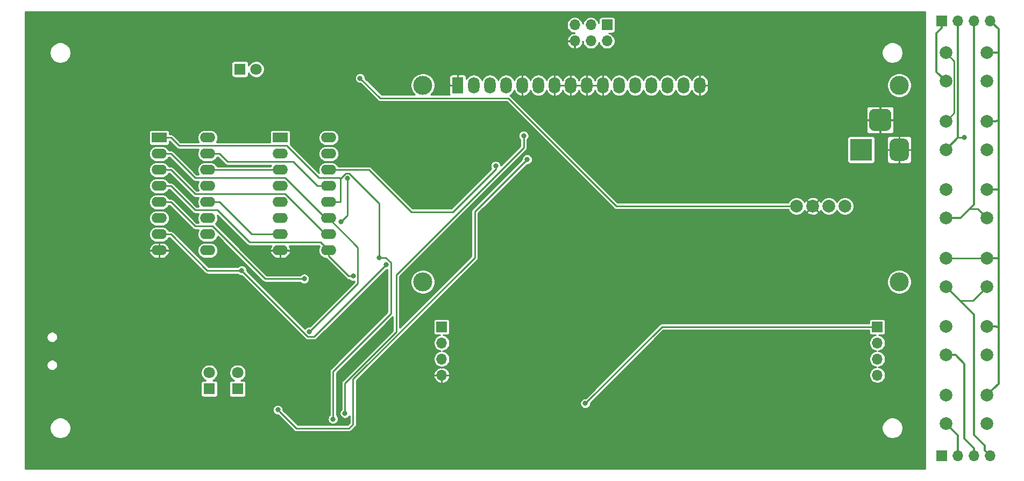
<source format=gbl>
%TF.GenerationSoftware,KiCad,Pcbnew,5.1.10-88a1d61d58~90~ubuntu20.04.1*%
%TF.CreationDate,2021-08-26T08:22:14+02:00*%
%TF.ProjectId,promprog2,70726f6d-7072-46f6-9732-2e6b69636164,rev?*%
%TF.SameCoordinates,PX42c1d80PY8677d40*%
%TF.FileFunction,Copper,L2,Bot*%
%TF.FilePolarity,Positive*%
%FSLAX46Y46*%
G04 Gerber Fmt 4.6, Leading zero omitted, Abs format (unit mm)*
G04 Created by KiCad (PCBNEW 5.1.10-88a1d61d58~90~ubuntu20.04.1) date 2021-08-26 08:22:14*
%MOMM*%
%LPD*%
G01*
G04 APERTURE LIST*
%TA.AperFunction,ComponentPad*%
%ADD10C,1.800000*%
%TD*%
%TA.AperFunction,ComponentPad*%
%ADD11R,1.800000X1.800000*%
%TD*%
%TA.AperFunction,ComponentPad*%
%ADD12C,2.000000*%
%TD*%
%TA.AperFunction,ComponentPad*%
%ADD13O,1.700000X1.700000*%
%TD*%
%TA.AperFunction,ComponentPad*%
%ADD14R,1.700000X1.700000*%
%TD*%
%TA.AperFunction,ComponentPad*%
%ADD15R,3.500000X3.500000*%
%TD*%
%TA.AperFunction,ComponentPad*%
%ADD16R,1.800000X2.600000*%
%TD*%
%TA.AperFunction,ComponentPad*%
%ADD17O,1.800000X2.600000*%
%TD*%
%TA.AperFunction,ComponentPad*%
%ADD18C,3.000000*%
%TD*%
%TA.AperFunction,ComponentPad*%
%ADD19R,2.400000X1.600000*%
%TD*%
%TA.AperFunction,ComponentPad*%
%ADD20O,2.400000X1.600000*%
%TD*%
%TA.AperFunction,ViaPad*%
%ADD21C,0.800000*%
%TD*%
%TA.AperFunction,Conductor*%
%ADD22C,0.254000*%
%TD*%
%TA.AperFunction,Conductor*%
%ADD23C,0.304800*%
%TD*%
%TA.AperFunction,Conductor*%
%ADD24C,0.100000*%
%TD*%
G04 APERTURE END LIST*
D10*
%TO.P,D7,2*%
%TO.N,Net-(C8-Pad2)*%
X29464000Y15621000D03*
D11*
%TO.P,D7,1*%
%TO.N,Net-(D7-Pad1)*%
X29464000Y13081000D03*
%TD*%
%TO.P,D6,1*%
%TO.N,Net-(D6-Pad1)*%
X33909000Y13081000D03*
D10*
%TO.P,D6,2*%
%TO.N,Net-(C8-Pad2)*%
X33909000Y15621000D03*
%TD*%
D12*
%TO.P,U1,1*%
%TO.N,Net-(U1-Pad1)*%
X129540000Y41910000D03*
%TO.P,U1,2*%
%TO.N,Net-(C5-Pad1)*%
X127000000Y41910000D03*
%TO.P,U1,3*%
%TO.N,GND*%
X124460000Y41910000D03*
%TO.P,U1,4*%
%TO.N,Net-(C1-Pad1)*%
X121920000Y41910000D03*
%TD*%
D13*
%TO.P,J6,4*%
%TO.N,Net-(J6-Pad4)*%
X152400000Y71120000D03*
%TO.P,J6,3*%
%TO.N,Net-(J6-Pad3)*%
X149860000Y71120000D03*
%TO.P,J6,2*%
%TO.N,Net-(J6-Pad2)*%
X147320000Y71120000D03*
D14*
%TO.P,J6,1*%
%TO.N,Net-(J6-Pad1)*%
X144780000Y71120000D03*
%TD*%
%TO.P,J7,1*%
%TO.N,Net-(J7-Pad1)*%
X144780000Y2540000D03*
D13*
%TO.P,J7,2*%
%TO.N,Net-(J7-Pad2)*%
X147320000Y2540000D03*
%TO.P,J7,3*%
%TO.N,Net-(J7-Pad3)*%
X149860000Y2540000D03*
%TO.P,J7,4*%
%TO.N,Net-(J7-Pad4)*%
X152400000Y2540000D03*
%TD*%
%TO.P,J5,4*%
%TO.N,GND*%
X66040000Y15240000D03*
%TO.P,J5,3*%
%TO.N,/SW3*%
X66040000Y17780000D03*
%TO.P,J5,2*%
%TO.N,/SW2*%
X66040000Y20320000D03*
D14*
%TO.P,J5,1*%
%TO.N,/SW1*%
X66040000Y22860000D03*
%TD*%
%TO.P,J8,1*%
%TO.N,+5V*%
X134620000Y22860000D03*
D13*
%TO.P,J8,2*%
%TO.N,/SW6*%
X134620000Y20320000D03*
%TO.P,J8,3*%
%TO.N,/SW5*%
X134620000Y17780000D03*
%TO.P,J8,4*%
%TO.N,/SW4*%
X134620000Y15240000D03*
%TD*%
D12*
%TO.P,SW5,1*%
%TO.N,Net-(J7-Pad3)*%
X151915000Y18415000D03*
%TO.P,SW5,2*%
%TO.N,Net-(J6-Pad4)*%
X151915000Y22915000D03*
%TO.P,SW5,1*%
%TO.N,Net-(J7-Pad3)*%
X145415000Y18415000D03*
%TO.P,SW5,2*%
%TO.N,Net-(J6-Pad4)*%
X145415000Y22915000D03*
%TD*%
%TO.P,SW6,2*%
%TO.N,Net-(J6-Pad4)*%
X145415000Y12120000D03*
%TO.P,SW6,1*%
%TO.N,Net-(J7-Pad2)*%
X145415000Y7620000D03*
%TO.P,SW6,2*%
%TO.N,Net-(J6-Pad4)*%
X151915000Y12120000D03*
%TO.P,SW6,1*%
%TO.N,Net-(J7-Pad2)*%
X151915000Y7620000D03*
%TD*%
D14*
%TO.P,J2,1*%
%TO.N,Net-(J2-Pad1)*%
X92075000Y70485000D03*
D13*
%TO.P,J2,2*%
%TO.N,+5V*%
X92075000Y67945000D03*
%TO.P,J2,3*%
%TO.N,Net-(J2-Pad3)*%
X89535000Y70485000D03*
%TO.P,J2,4*%
%TO.N,Net-(J2-Pad4)*%
X89535000Y67945000D03*
%TO.P,J2,5*%
%TO.N,/RST*%
X86995000Y70485000D03*
%TO.P,J2,6*%
%TO.N,GND*%
X86995000Y67945000D03*
%TD*%
D12*
%TO.P,SW4,1*%
%TO.N,Net-(J7-Pad4)*%
X151915000Y29210000D03*
%TO.P,SW4,2*%
%TO.N,Net-(J6-Pad4)*%
X151915000Y33710000D03*
%TO.P,SW4,1*%
%TO.N,Net-(J7-Pad4)*%
X145415000Y29210000D03*
%TO.P,SW4,2*%
%TO.N,Net-(J6-Pad4)*%
X145415000Y33710000D03*
%TD*%
%TO.P,SW3,2*%
%TO.N,Net-(J6-Pad4)*%
X145415000Y44505000D03*
%TO.P,SW3,1*%
%TO.N,Net-(J6-Pad3)*%
X145415000Y40005000D03*
%TO.P,SW3,2*%
%TO.N,Net-(J6-Pad4)*%
X151915000Y44505000D03*
%TO.P,SW3,1*%
%TO.N,Net-(J6-Pad3)*%
X151915000Y40005000D03*
%TD*%
%TO.P,SW2,1*%
%TO.N,Net-(J6-Pad2)*%
X151915000Y50800000D03*
%TO.P,SW2,2*%
%TO.N,Net-(J6-Pad4)*%
X151915000Y55300000D03*
%TO.P,SW2,1*%
%TO.N,Net-(J6-Pad2)*%
X145415000Y50800000D03*
%TO.P,SW2,2*%
%TO.N,Net-(J6-Pad4)*%
X145415000Y55300000D03*
%TD*%
%TO.P,SW1,2*%
%TO.N,Net-(J6-Pad4)*%
X145415000Y66095000D03*
%TO.P,SW1,1*%
%TO.N,Net-(J6-Pad1)*%
X145415000Y61595000D03*
%TO.P,SW1,2*%
%TO.N,Net-(J6-Pad4)*%
X151915000Y66095000D03*
%TO.P,SW1,1*%
%TO.N,Net-(J6-Pad1)*%
X151915000Y61595000D03*
%TD*%
D15*
%TO.P,J1,1*%
%TO.N,Net-(D1-Pad2)*%
X132080000Y50800000D03*
%TO.P,J1,2*%
%TO.N,GND*%
%TA.AperFunction,ComponentPad*%
G36*
G01*
X139580000Y51800000D02*
X139580000Y49800000D01*
G75*
G02*
X138830000Y49050000I-750000J0D01*
G01*
X137330000Y49050000D01*
G75*
G02*
X136580000Y49800000I0J750000D01*
G01*
X136580000Y51800000D01*
G75*
G02*
X137330000Y52550000I750000J0D01*
G01*
X138830000Y52550000D01*
G75*
G02*
X139580000Y51800000I0J-750000D01*
G01*
G37*
%TD.AperFunction*%
%TO.P,J1,3*%
%TA.AperFunction,ComponentPad*%
G36*
G01*
X136830000Y56375000D02*
X136830000Y54625000D01*
G75*
G02*
X135955000Y53750000I-875000J0D01*
G01*
X134205000Y53750000D01*
G75*
G02*
X133330000Y54625000I0J875000D01*
G01*
X133330000Y56375000D01*
G75*
G02*
X134205000Y57250000I875000J0D01*
G01*
X135955000Y57250000D01*
G75*
G02*
X136830000Y56375000I0J-875000D01*
G01*
G37*
%TD.AperFunction*%
%TD*%
D16*
%TO.P,DS1,1*%
%TO.N,GND*%
X68580000Y60960000D03*
D17*
%TO.P,DS1,2*%
%TO.N,+5V*%
X71120000Y60960000D03*
%TO.P,DS1,3*%
%TO.N,Net-(DS1-Pad3)*%
X73660000Y60960000D03*
%TO.P,DS1,4*%
%TO.N,/RS*%
X76200000Y60960000D03*
%TO.P,DS1,5*%
%TO.N,GND*%
X78740000Y60960000D03*
%TO.P,DS1,6*%
%TO.N,/E*%
X81280000Y60960000D03*
%TO.P,DS1,7*%
%TO.N,GND*%
X83820000Y60960000D03*
%TO.P,DS1,8*%
X86360000Y60960000D03*
%TO.P,DS1,9*%
X88900000Y60960000D03*
%TO.P,DS1,10*%
X91440000Y60960000D03*
%TO.P,DS1,11*%
%TO.N,/DB1*%
X93980000Y60960000D03*
%TO.P,DS1,12*%
%TO.N,/DB2*%
X96520000Y60960000D03*
%TO.P,DS1,13*%
%TO.N,/DB3*%
X99060000Y60960000D03*
%TO.P,DS1,14*%
%TO.N,/DB4*%
X101600000Y60960000D03*
%TO.P,DS1,15*%
%TO.N,Net-(DS1-Pad15)*%
X104140000Y60960000D03*
%TO.P,DS1,16*%
%TO.N,GND*%
X106680000Y60960000D03*
D18*
%TO.P,DS1,*%
%TO.N,*%
X63080900Y60960000D03*
X63080900Y29959300D03*
X138079480Y29959300D03*
X138080000Y60960000D03*
%TD*%
D11*
%TO.P,D5,1*%
%TO.N,Net-(D5-Pad1)*%
X34290000Y63500000D03*
D10*
%TO.P,D5,2*%
%TO.N,Net-(D4-Pad2)*%
X36830000Y63500000D03*
%TD*%
D19*
%TO.P,U6,1*%
%TO.N,/A6*%
X40640000Y52705000D03*
D20*
%TO.P,U6,9*%
%TO.N,/D3*%
X48260000Y34925000D03*
%TO.P,U6,2*%
%TO.N,/A5*%
X40640000Y50165000D03*
%TO.P,U6,10*%
%TO.N,/D2*%
X48260000Y37465000D03*
%TO.P,U6,3*%
%TO.N,/A4*%
X40640000Y47625000D03*
%TO.P,U6,11*%
%TO.N,/D1*%
X48260000Y40005000D03*
%TO.P,U6,4*%
%TO.N,/A3*%
X40640000Y45085000D03*
%TO.P,U6,12*%
%TO.N,/D0*%
X48260000Y42545000D03*
%TO.P,U6,5*%
%TO.N,/A0*%
X40640000Y42545000D03*
%TO.P,U6,13*%
%TO.N,/~CS*%
X48260000Y45085000D03*
%TO.P,U6,6*%
%TO.N,/A1*%
X40640000Y40005000D03*
%TO.P,U6,14*%
%TO.N,/A8*%
X48260000Y47625000D03*
%TO.P,U6,7*%
%TO.N,/A2*%
X40640000Y37465000D03*
%TO.P,U6,15*%
%TO.N,/A7*%
X48260000Y50165000D03*
%TO.P,U6,8*%
%TO.N,GND*%
X40640000Y34925000D03*
%TO.P,U6,16*%
%TO.N,/VPP*%
X48260000Y52705000D03*
%TD*%
D19*
%TO.P,U3,1*%
%TO.N,/D0*%
X21590000Y52705000D03*
D20*
%TO.P,U3,9*%
%TO.N,/D7*%
X29210000Y34925000D03*
%TO.P,U3,2*%
%TO.N,/D1*%
X21590000Y50165000D03*
%TO.P,U3,10*%
%TO.N,/A0*%
X29210000Y37465000D03*
%TO.P,U3,3*%
%TO.N,/D2*%
X21590000Y47625000D03*
%TO.P,U3,11*%
%TO.N,/A1*%
X29210000Y40005000D03*
%TO.P,U3,4*%
%TO.N,/D3*%
X21590000Y45085000D03*
%TO.P,U3,12*%
%TO.N,/A2*%
X29210000Y42545000D03*
%TO.P,U3,5*%
%TO.N,/D4*%
X21590000Y42545000D03*
%TO.P,U3,13*%
%TO.N,/A3*%
X29210000Y45085000D03*
%TO.P,U3,6*%
%TO.N,/D5*%
X21590000Y40005000D03*
%TO.P,U3,14*%
%TO.N,/A4*%
X29210000Y47625000D03*
%TO.P,U3,7*%
%TO.N,/D6*%
X21590000Y37465000D03*
%TO.P,U3,15*%
%TO.N,/~CS*%
X29210000Y50165000D03*
%TO.P,U3,8*%
%TO.N,GND*%
X21590000Y34925000D03*
%TO.P,U3,16*%
%TO.N,/VPP*%
X29210000Y52705000D03*
%TD*%
D21*
%TO.N,+5V*%
X88646000Y10795000D03*
%TO.N,GND*%
X33655000Y28575000D03*
X27940000Y20955000D03*
X20320000Y26035000D03*
X15875000Y15875000D03*
X40005000Y3810000D03*
X51435000Y20320000D03*
X46990000Y29210000D03*
X85090000Y46990000D03*
X81280000Y48260000D03*
X80645000Y43815000D03*
X81915000Y38100000D03*
X67945000Y43815000D03*
X65405000Y47625000D03*
X66040000Y36830000D03*
X69850000Y36195000D03*
X72390000Y34290000D03*
X85725000Y16510000D03*
X104775000Y39370000D03*
X9398000Y17526000D03*
%TO.N,/D0*%
X48935200Y8317700D03*
X56211100Y33788800D03*
%TO.N,/D1*%
X45235200Y22115900D03*
%TO.N,/D3*%
X52102800Y30857000D03*
%TO.N,/D4*%
X44409100Y30450900D03*
%TO.N,/D6*%
X34571400Y31740800D03*
X57317900Y32673700D03*
%TO.N,/A8*%
X74539600Y48248300D03*
%TO.N,/A2*%
X51198500Y46270000D03*
X50178100Y39414300D03*
%TO.N,Net-(C1-Pad1)*%
X53200000Y62086600D03*
%TO.N,Net-(J6-Pad2)*%
X148366000Y52705000D03*
%TO.N,Net-(R31-Pad2)*%
X79502000Y49276000D03*
X40259000Y9779000D03*
%TO.N,Net-(R32-Pad2)*%
X78955500Y53003900D03*
X50802300Y9230900D03*
%TD*%
D22*
%TO.N,+5V*%
X100711000Y22860000D02*
X134620000Y22860000D01*
X88646000Y10795000D02*
X100711000Y22860000D01*
%TO.N,GND*%
X69215000Y36830000D02*
X69850000Y36195000D01*
X66040000Y36830000D02*
X69215000Y36830000D01*
%TO.N,/D0*%
X56211100Y33788800D02*
X57255400Y33788800D01*
X57255400Y33788800D02*
X58067500Y32976700D01*
X58067500Y32976700D02*
X58067500Y24967600D01*
X58067500Y24967600D02*
X48935200Y15835300D01*
X48935200Y15835300D02*
X48935200Y8317700D01*
X50087000Y46191500D02*
X50940200Y47044700D01*
X50940200Y47044700D02*
X51500100Y47044700D01*
X51500100Y47044700D02*
X56211100Y42333700D01*
X56211100Y42333700D02*
X56211100Y33788800D01*
X50087000Y46191500D02*
X50087000Y42545000D01*
X48260000Y42545000D02*
X50087000Y42545000D01*
X49923500Y46355000D02*
X50087000Y46191500D01*
X41653000Y51435000D02*
X46733000Y46355000D01*
X46733000Y46355000D02*
X49923500Y46355000D01*
X24687000Y51435000D02*
X41653000Y51435000D01*
X23417000Y52705000D02*
X24687000Y51435000D01*
X21590000Y52705000D02*
X23417000Y52705000D01*
%TO.N,/D1*%
X48227100Y40005000D02*
X52839600Y35392500D01*
X52839600Y35392500D02*
X52839600Y29720300D01*
X52839600Y29720300D02*
X45235200Y22115900D01*
X48260000Y40005000D02*
X48227100Y40005000D01*
X23417000Y50165000D02*
X21590000Y50165000D01*
X27227000Y46355000D02*
X23417000Y50165000D01*
X47719400Y40005000D02*
X41369400Y46355000D01*
X41369400Y46355000D02*
X27227000Y46355000D01*
X48227100Y40005000D02*
X47719400Y40005000D01*
%TO.N,/D2*%
X47719400Y37465000D02*
X48260000Y37465000D01*
X23417000Y47625000D02*
X27227000Y43815000D01*
X41369400Y43815000D02*
X47719400Y37465000D01*
X27227000Y43815000D02*
X41369400Y43815000D01*
X21590000Y47625000D02*
X23417000Y47625000D01*
%TO.N,/D3*%
X51414500Y30857000D02*
X52102800Y30857000D01*
X35820600Y36195000D02*
X46990000Y36195000D01*
X30740600Y41275000D02*
X35820600Y36195000D01*
X48260000Y34011500D02*
X51414500Y30857000D01*
X27227000Y41275000D02*
X30740600Y41275000D01*
X48260000Y34925000D02*
X48260000Y34011500D01*
X23417000Y45085000D02*
X27227000Y41275000D01*
X46990000Y36195000D02*
X48260000Y34925000D01*
X21590000Y45085000D02*
X23417000Y45085000D01*
%TO.N,/D4*%
X21590000Y42545000D02*
X23417000Y42545000D01*
X23417000Y42545000D02*
X27227000Y38735000D01*
X27227000Y38735000D02*
X30000300Y38735000D01*
X30000300Y38735000D02*
X38284400Y30450900D01*
X38284400Y30450900D02*
X44409100Y30450900D01*
%TO.N,/D6*%
X34571400Y31740800D02*
X44961100Y21351100D01*
X44961100Y21351100D02*
X45995300Y21351100D01*
X45995300Y21351100D02*
X57317900Y32673700D01*
X23417000Y37465000D02*
X29141200Y31740800D01*
X29141200Y31740800D02*
X34571400Y31740800D01*
X21590000Y37465000D02*
X23417000Y37465000D01*
%TO.N,/A8*%
X48260000Y47625000D02*
X54597400Y47625000D01*
X54597400Y47625000D02*
X61248500Y40973900D01*
X61248500Y40973900D02*
X67811700Y40973900D01*
X67811700Y40973900D02*
X74539600Y47701800D01*
X74539600Y47701800D02*
X74539600Y48248300D01*
%TO.N,/~CS*%
X32307000Y48895000D02*
X31037000Y50165000D01*
X31037000Y50165000D02*
X29210000Y50165000D01*
X42623000Y48895000D02*
X32307000Y48895000D01*
X46433000Y45085000D02*
X42623000Y48895000D01*
X48260000Y45085000D02*
X46433000Y45085000D01*
%TO.N,/A2*%
X50178100Y39414300D02*
X51198500Y40434700D01*
X51198500Y40434700D02*
X51198500Y46270000D01*
X40640000Y37465000D02*
X36117000Y37465000D01*
X36117000Y37465000D02*
X31037000Y42545000D01*
X29210000Y42545000D02*
X31037000Y42545000D01*
%TO.N,/A4*%
X29210000Y47625000D02*
X40640000Y47625000D01*
%TO.N,Net-(C1-Pad1)*%
X56358600Y58928000D02*
X53200000Y62086600D01*
X76485200Y58928000D02*
X56358600Y58928000D01*
X93503200Y41910000D02*
X76485200Y58928000D01*
X121920000Y41910000D02*
X93503200Y41910000D01*
D23*
%TO.N,Net-(J7-Pad2)*%
X147320000Y2540000D02*
X147320000Y5715000D01*
X147320000Y5715000D02*
X145415000Y7620000D01*
%TO.N,Net-(J7-Pad3)*%
X149860000Y2540000D02*
X149860000Y3742100D01*
X149860000Y3742100D02*
X148336000Y5266100D01*
X148336000Y5266100D02*
X148336000Y17018000D01*
X148336000Y17018000D02*
X146939000Y18415000D01*
X146939000Y18415000D02*
X145415000Y18415000D01*
D22*
%TO.N,Net-(J7-Pad4)*%
X147637500Y26987500D02*
X149692500Y26987500D01*
X149692500Y26987500D02*
X151915000Y29210000D01*
D23*
X147637500Y26987500D02*
X145415000Y29210000D01*
X152400000Y2540000D02*
X151550000Y3390000D01*
X151550000Y3390000D02*
X151550000Y4152000D01*
X151550000Y4152000D02*
X149860000Y5842000D01*
X149860000Y5842000D02*
X149860000Y24765000D01*
X149860000Y24765000D02*
X147637500Y26987500D01*
%TO.N,Net-(J6-Pad3)*%
X149165200Y41469200D02*
X147701000Y40005000D01*
X147701000Y40005000D02*
X145415000Y40005000D01*
X149860000Y71120000D02*
X149860000Y42164000D01*
X149860000Y42164000D02*
X149165200Y41469200D01*
D22*
X151915000Y40005000D02*
X150450800Y41469200D01*
X150450800Y41469200D02*
X149165200Y41469200D01*
D23*
%TO.N,Net-(J6-Pad2)*%
X147320000Y52705000D02*
X145415000Y50800000D01*
X147320000Y71120000D02*
X147320000Y52705000D01*
D22*
X148366000Y52705000D02*
X147320000Y52705000D01*
D23*
%TO.N,Net-(J6-Pad1)*%
X144780000Y71120000D02*
X144780000Y69965000D01*
X144780000Y69965000D02*
X143958000Y69143000D01*
X143958000Y69143000D02*
X143958000Y63052000D01*
X143958000Y63052000D02*
X145415000Y61595000D01*
D22*
%TO.N,Net-(J6-Pad4)*%
X145415000Y55300000D02*
X146748100Y56633100D01*
X146748100Y56633100D02*
X146748100Y64761900D01*
X146748100Y64761900D02*
X145415000Y66095000D01*
X151915000Y33710000D02*
X145415000Y33710000D01*
D23*
X151915000Y33710000D02*
X153635000Y33710000D01*
X153635000Y33710000D02*
X153707000Y33782000D01*
X153707000Y55372000D02*
X153707000Y44450000D01*
X152400000Y71120000D02*
X153707000Y69813000D01*
X153707000Y69813000D02*
X153707000Y66040000D01*
X153707000Y66040000D02*
X153707000Y55372000D01*
X151915000Y66095000D02*
X153652000Y66095000D01*
X153652000Y66095000D02*
X153707000Y66040000D01*
X151915000Y55300000D02*
X153329000Y55300000D01*
X153329000Y55300000D02*
X153401000Y55372000D01*
X153401000Y55372000D02*
X153707000Y55372000D01*
X153707000Y44450000D02*
X153707000Y33782000D01*
X151915000Y44505000D02*
X153652000Y44505000D01*
X153652000Y44505000D02*
X153707000Y44450000D01*
X153707000Y33782000D02*
X153707000Y22860000D01*
X151915000Y22915000D02*
X153329000Y22915000D01*
X153329000Y22915000D02*
X153384000Y22860000D01*
X153384000Y22860000D02*
X153707000Y22860000D01*
X153707000Y22860000D02*
X153707000Y13912200D01*
X153707000Y13912200D02*
X152915000Y13120000D01*
X152915000Y13120000D02*
X151915000Y12120000D01*
D22*
%TO.N,Net-(R31-Pad2)*%
X52070000Y14605000D02*
X52070000Y7493000D01*
X71247000Y41021000D02*
X71247000Y33782000D01*
X51435000Y6858000D02*
X43180000Y6858000D01*
X79502000Y49276000D02*
X71247000Y41021000D01*
X40658999Y9379001D02*
X40259000Y9779000D01*
X43180000Y6858000D02*
X40658999Y9379001D01*
X71247000Y33782000D02*
X52070000Y14605000D01*
X52070000Y7493000D02*
X51435000Y6858000D01*
%TO.N,Net-(R32-Pad2)*%
X50802300Y9230900D02*
X50802300Y13983892D01*
X78955500Y52438215D02*
X78955500Y53003900D01*
X58881400Y31049800D02*
X78955500Y51123900D01*
X58881400Y22062992D02*
X58881400Y31049800D01*
X50802300Y13983892D02*
X58881400Y22062992D01*
X78955500Y51123900D02*
X78955500Y52438215D01*
%TD*%
%TO.N,GND*%
X142113000Y481800D02*
X481800Y481800D01*
X481800Y7065643D01*
X4318200Y7065643D01*
X4318200Y6734357D01*
X4382830Y6409437D01*
X4509608Y6103369D01*
X4693660Y5827915D01*
X4927915Y5593660D01*
X5203369Y5409608D01*
X5509437Y5282830D01*
X5834357Y5218200D01*
X6165643Y5218200D01*
X6490563Y5282830D01*
X6796631Y5409608D01*
X7072085Y5593660D01*
X7306340Y5827915D01*
X7490392Y6103369D01*
X7617170Y6409437D01*
X7681800Y6734357D01*
X7681800Y7065643D01*
X7617170Y7390563D01*
X7490392Y7696631D01*
X7306340Y7972085D01*
X7072085Y8206340D01*
X6796631Y8390392D01*
X6490563Y8517170D01*
X6165643Y8581800D01*
X5834357Y8581800D01*
X5509437Y8517170D01*
X5203369Y8390392D01*
X4927915Y8206340D01*
X4693660Y7972085D01*
X4509608Y7696631D01*
X4382830Y7390563D01*
X4318200Y7065643D01*
X481800Y7065643D01*
X481800Y13981000D01*
X28130111Y13981000D01*
X28130111Y12181000D01*
X28138448Y12096352D01*
X28163139Y12014958D01*
X28203234Y11939944D01*
X28257194Y11874194D01*
X28322944Y11820234D01*
X28397958Y11780139D01*
X28479352Y11755448D01*
X28564000Y11747111D01*
X30364000Y11747111D01*
X30448648Y11755448D01*
X30530042Y11780139D01*
X30605056Y11820234D01*
X30670806Y11874194D01*
X30724766Y11939944D01*
X30764861Y12014958D01*
X30789552Y12096352D01*
X30797889Y12181000D01*
X30797889Y13981000D01*
X32575111Y13981000D01*
X32575111Y12181000D01*
X32583448Y12096352D01*
X32608139Y12014958D01*
X32648234Y11939944D01*
X32702194Y11874194D01*
X32767944Y11820234D01*
X32842958Y11780139D01*
X32924352Y11755448D01*
X33009000Y11747111D01*
X34809000Y11747111D01*
X34893648Y11755448D01*
X34975042Y11780139D01*
X35050056Y11820234D01*
X35115806Y11874194D01*
X35169766Y11939944D01*
X35209861Y12014958D01*
X35234552Y12096352D01*
X35242889Y12181000D01*
X35242889Y13981000D01*
X35234552Y14065648D01*
X35209861Y14147042D01*
X35169766Y14222056D01*
X35115806Y14287806D01*
X35050056Y14341766D01*
X34975042Y14381861D01*
X34893648Y14406552D01*
X34809000Y14414889D01*
X34477352Y14414889D01*
X34539844Y14440774D01*
X34757973Y14586523D01*
X34943477Y14772027D01*
X35089226Y14990156D01*
X35189620Y15232528D01*
X35240800Y15489829D01*
X35240800Y15752171D01*
X35189620Y16009472D01*
X35089226Y16251844D01*
X34943477Y16469973D01*
X34757973Y16655477D01*
X34539844Y16801226D01*
X34297472Y16901620D01*
X34040171Y16952800D01*
X33777829Y16952800D01*
X33520528Y16901620D01*
X33278156Y16801226D01*
X33060027Y16655477D01*
X32874523Y16469973D01*
X32728774Y16251844D01*
X32628380Y16009472D01*
X32577200Y15752171D01*
X32577200Y15489829D01*
X32628380Y15232528D01*
X32728774Y14990156D01*
X32874523Y14772027D01*
X33060027Y14586523D01*
X33278156Y14440774D01*
X33340648Y14414889D01*
X33009000Y14414889D01*
X32924352Y14406552D01*
X32842958Y14381861D01*
X32767944Y14341766D01*
X32702194Y14287806D01*
X32648234Y14222056D01*
X32608139Y14147042D01*
X32583448Y14065648D01*
X32575111Y13981000D01*
X30797889Y13981000D01*
X30789552Y14065648D01*
X30764861Y14147042D01*
X30724766Y14222056D01*
X30670806Y14287806D01*
X30605056Y14341766D01*
X30530042Y14381861D01*
X30448648Y14406552D01*
X30364000Y14414889D01*
X30032352Y14414889D01*
X30094844Y14440774D01*
X30312973Y14586523D01*
X30498477Y14772027D01*
X30644226Y14990156D01*
X30744620Y15232528D01*
X30795800Y15489829D01*
X30795800Y15752171D01*
X30744620Y16009472D01*
X30644226Y16251844D01*
X30498477Y16469973D01*
X30312973Y16655477D01*
X30094844Y16801226D01*
X29852472Y16901620D01*
X29595171Y16952800D01*
X29332829Y16952800D01*
X29075528Y16901620D01*
X28833156Y16801226D01*
X28615027Y16655477D01*
X28429523Y16469973D01*
X28283774Y16251844D01*
X28183380Y16009472D01*
X28132200Y15752171D01*
X28132200Y15489829D01*
X28183380Y15232528D01*
X28283774Y14990156D01*
X28429523Y14772027D01*
X28615027Y14586523D01*
X28833156Y14440774D01*
X28895648Y14414889D01*
X28564000Y14414889D01*
X28479352Y14406552D01*
X28397958Y14381861D01*
X28322944Y14341766D01*
X28257194Y14287806D01*
X28203234Y14222056D01*
X28163139Y14147042D01*
X28138448Y14065648D01*
X28130111Y13981000D01*
X481800Y13981000D01*
X481800Y16936850D01*
X3813200Y16936850D01*
X3813200Y16763150D01*
X3847087Y16592788D01*
X3913559Y16432311D01*
X4010061Y16287885D01*
X4132885Y16165061D01*
X4277311Y16068559D01*
X4437788Y16002087D01*
X4608150Y15968200D01*
X4781850Y15968200D01*
X4952212Y16002087D01*
X5112689Y16068559D01*
X5257115Y16165061D01*
X5379939Y16287885D01*
X5476441Y16432311D01*
X5542913Y16592788D01*
X5576800Y16763150D01*
X5576800Y16936850D01*
X5542913Y17107212D01*
X5476441Y17267689D01*
X5379939Y17412115D01*
X5257115Y17534939D01*
X5112689Y17631441D01*
X4952212Y17697913D01*
X4781850Y17731800D01*
X4608150Y17731800D01*
X4437788Y17697913D01*
X4277311Y17631441D01*
X4132885Y17534939D01*
X4010061Y17412115D01*
X3913559Y17267689D01*
X3847087Y17107212D01*
X3813200Y16936850D01*
X481800Y16936850D01*
X481800Y21336850D01*
X3813200Y21336850D01*
X3813200Y21163150D01*
X3847087Y20992788D01*
X3913559Y20832311D01*
X4010061Y20687885D01*
X4132885Y20565061D01*
X4277311Y20468559D01*
X4437788Y20402087D01*
X4608150Y20368200D01*
X4781850Y20368200D01*
X4952212Y20402087D01*
X5112689Y20468559D01*
X5257115Y20565061D01*
X5379939Y20687885D01*
X5476441Y20832311D01*
X5542913Y20992788D01*
X5576800Y21163150D01*
X5576800Y21336850D01*
X5542913Y21507212D01*
X5476441Y21667689D01*
X5379939Y21812115D01*
X5257115Y21934939D01*
X5112689Y22031441D01*
X4952212Y22097913D01*
X4781850Y22131800D01*
X4608150Y22131800D01*
X4437788Y22097913D01*
X4277311Y22031441D01*
X4132885Y21934939D01*
X4010061Y21812115D01*
X3913559Y21667689D01*
X3847087Y21507212D01*
X3813200Y21336850D01*
X481800Y21336850D01*
X481800Y34707258D01*
X19977598Y34707258D01*
X20042245Y34477077D01*
X20151684Y34261768D01*
X20301025Y34071946D01*
X20484529Y33914907D01*
X20695144Y33796685D01*
X20924776Y33721824D01*
X21164600Y33693200D01*
X21564600Y33693200D01*
X21564600Y34899600D01*
X21615400Y34899600D01*
X21615400Y33693200D01*
X22015400Y33693200D01*
X22255224Y33721824D01*
X22484856Y33796685D01*
X22695471Y33914907D01*
X22878975Y34071946D01*
X23028316Y34261768D01*
X23137755Y34477077D01*
X23202402Y34707258D01*
X23113563Y34899600D01*
X21615400Y34899600D01*
X21564600Y34899600D01*
X20066437Y34899600D01*
X19977598Y34707258D01*
X481800Y34707258D01*
X481800Y35142742D01*
X19977598Y35142742D01*
X20066437Y34950400D01*
X21564600Y34950400D01*
X21564600Y36156800D01*
X21615400Y36156800D01*
X21615400Y34950400D01*
X23113563Y34950400D01*
X23202402Y35142742D01*
X23137755Y35372923D01*
X23028316Y35588232D01*
X22878975Y35778054D01*
X22695471Y35935093D01*
X22484856Y36053315D01*
X22255224Y36128176D01*
X22015400Y36156800D01*
X21615400Y36156800D01*
X21564600Y36156800D01*
X21164600Y36156800D01*
X20924776Y36128176D01*
X20695144Y36053315D01*
X20484529Y35935093D01*
X20301025Y35778054D01*
X20151684Y35588232D01*
X20042245Y35372923D01*
X19977598Y35142742D01*
X481800Y35142742D01*
X481800Y40005000D01*
X19952240Y40005000D01*
X19976023Y39763525D01*
X20046459Y39531330D01*
X20160840Y39317337D01*
X20314772Y39129772D01*
X20502337Y38975840D01*
X20716330Y38861459D01*
X20948525Y38791023D01*
X21129487Y38773200D01*
X22050513Y38773200D01*
X22231475Y38791023D01*
X22463670Y38861459D01*
X22677663Y38975840D01*
X22865228Y39129772D01*
X23019160Y39317337D01*
X23133541Y39531330D01*
X23203977Y39763525D01*
X23227760Y40005000D01*
X23203977Y40246475D01*
X23133541Y40478670D01*
X23019160Y40692663D01*
X22865228Y40880228D01*
X22677663Y41034160D01*
X22463670Y41148541D01*
X22231475Y41218977D01*
X22050513Y41236800D01*
X21129487Y41236800D01*
X20948525Y41218977D01*
X20716330Y41148541D01*
X20502337Y41034160D01*
X20314772Y40880228D01*
X20160840Y40692663D01*
X20046459Y40478670D01*
X19976023Y40246475D01*
X19952240Y40005000D01*
X481800Y40005000D01*
X481800Y50165000D01*
X19952240Y50165000D01*
X19976023Y49923525D01*
X20046459Y49691330D01*
X20160840Y49477337D01*
X20314772Y49289772D01*
X20502337Y49135840D01*
X20716330Y49021459D01*
X20948525Y48951023D01*
X21129487Y48933200D01*
X22050513Y48933200D01*
X22231475Y48951023D01*
X22463670Y49021459D01*
X22677663Y49135840D01*
X22865228Y49289772D01*
X23019160Y49477337D01*
X23088038Y49606200D01*
X23185538Y49606200D01*
X26812462Y45979275D01*
X26829957Y45957957D01*
X26851274Y45940463D01*
X26915045Y45888127D01*
X27012122Y45836239D01*
X27117455Y45804286D01*
X27227000Y45793497D01*
X27254444Y45796200D01*
X27800156Y45796200D01*
X27780840Y45772663D01*
X27666459Y45558670D01*
X27596023Y45326475D01*
X27572240Y45085000D01*
X27596023Y44843525D01*
X27666459Y44611330D01*
X27780840Y44397337D01*
X27800156Y44373800D01*
X27458463Y44373800D01*
X23831543Y48000719D01*
X23814043Y48022043D01*
X23728954Y48091873D01*
X23631878Y48143761D01*
X23526544Y48175714D01*
X23444444Y48183800D01*
X23444442Y48183800D01*
X23417000Y48186503D01*
X23389558Y48183800D01*
X23088038Y48183800D01*
X23019160Y48312663D01*
X22865228Y48500228D01*
X22677663Y48654160D01*
X22463670Y48768541D01*
X22231475Y48838977D01*
X22050513Y48856800D01*
X21129487Y48856800D01*
X20948525Y48838977D01*
X20716330Y48768541D01*
X20502337Y48654160D01*
X20314772Y48500228D01*
X20160840Y48312663D01*
X20046459Y48098670D01*
X19976023Y47866475D01*
X19952240Y47625000D01*
X19976023Y47383525D01*
X20046459Y47151330D01*
X20160840Y46937337D01*
X20314772Y46749772D01*
X20502337Y46595840D01*
X20716330Y46481459D01*
X20948525Y46411023D01*
X21129487Y46393200D01*
X22050513Y46393200D01*
X22231475Y46411023D01*
X22463670Y46481459D01*
X22677663Y46595840D01*
X22865228Y46749772D01*
X23019160Y46937337D01*
X23088038Y47066200D01*
X23185538Y47066200D01*
X26812462Y43439275D01*
X26829957Y43417957D01*
X26851274Y43400463D01*
X26915045Y43348127D01*
X27012122Y43296239D01*
X27117455Y43264286D01*
X27227000Y43253497D01*
X27254444Y43256200D01*
X27800156Y43256200D01*
X27780840Y43232663D01*
X27666459Y43018670D01*
X27596023Y42786475D01*
X27572240Y42545000D01*
X27596023Y42303525D01*
X27666459Y42071330D01*
X27780840Y41857337D01*
X27800156Y41833800D01*
X27458463Y41833800D01*
X23831543Y45460719D01*
X23814043Y45482043D01*
X23728954Y45551873D01*
X23631878Y45603761D01*
X23526544Y45635714D01*
X23444444Y45643800D01*
X23444442Y45643800D01*
X23417000Y45646503D01*
X23389558Y45643800D01*
X23088038Y45643800D01*
X23019160Y45772663D01*
X22865228Y45960228D01*
X22677663Y46114160D01*
X22463670Y46228541D01*
X22231475Y46298977D01*
X22050513Y46316800D01*
X21129487Y46316800D01*
X20948525Y46298977D01*
X20716330Y46228541D01*
X20502337Y46114160D01*
X20314772Y45960228D01*
X20160840Y45772663D01*
X20046459Y45558670D01*
X19976023Y45326475D01*
X19952240Y45085000D01*
X19976023Y44843525D01*
X20046459Y44611330D01*
X20160840Y44397337D01*
X20314772Y44209772D01*
X20502337Y44055840D01*
X20716330Y43941459D01*
X20948525Y43871023D01*
X21129487Y43853200D01*
X22050513Y43853200D01*
X22231475Y43871023D01*
X22463670Y43941459D01*
X22677663Y44055840D01*
X22865228Y44209772D01*
X23019160Y44397337D01*
X23088038Y44526200D01*
X23185538Y44526200D01*
X26812462Y40899275D01*
X26829957Y40877957D01*
X26851274Y40860463D01*
X26915045Y40808127D01*
X27012122Y40756239D01*
X27117455Y40724286D01*
X27227000Y40713497D01*
X27254444Y40716200D01*
X27800156Y40716200D01*
X27780840Y40692663D01*
X27666459Y40478670D01*
X27596023Y40246475D01*
X27572240Y40005000D01*
X27596023Y39763525D01*
X27666459Y39531330D01*
X27780840Y39317337D01*
X27800156Y39293800D01*
X27458463Y39293800D01*
X23831543Y42920719D01*
X23814043Y42942043D01*
X23728954Y43011873D01*
X23631878Y43063761D01*
X23526544Y43095714D01*
X23444444Y43103800D01*
X23444442Y43103800D01*
X23417000Y43106503D01*
X23389558Y43103800D01*
X23088038Y43103800D01*
X23019160Y43232663D01*
X22865228Y43420228D01*
X22677663Y43574160D01*
X22463670Y43688541D01*
X22231475Y43758977D01*
X22050513Y43776800D01*
X21129487Y43776800D01*
X20948525Y43758977D01*
X20716330Y43688541D01*
X20502337Y43574160D01*
X20314772Y43420228D01*
X20160840Y43232663D01*
X20046459Y43018670D01*
X19976023Y42786475D01*
X19952240Y42545000D01*
X19976023Y42303525D01*
X20046459Y42071330D01*
X20160840Y41857337D01*
X20314772Y41669772D01*
X20502337Y41515840D01*
X20716330Y41401459D01*
X20948525Y41331023D01*
X21129487Y41313200D01*
X22050513Y41313200D01*
X22231475Y41331023D01*
X22463670Y41401459D01*
X22677663Y41515840D01*
X22865228Y41669772D01*
X23019160Y41857337D01*
X23088038Y41986200D01*
X23185538Y41986200D01*
X26812462Y38359275D01*
X26829957Y38337957D01*
X26851274Y38320463D01*
X26915045Y38268127D01*
X27012122Y38216239D01*
X27117455Y38184286D01*
X27227000Y38173497D01*
X27254444Y38176200D01*
X27800156Y38176200D01*
X27780840Y38152663D01*
X27666459Y37938670D01*
X27596023Y37706475D01*
X27572240Y37465000D01*
X27596023Y37223525D01*
X27666459Y36991330D01*
X27780840Y36777337D01*
X27934772Y36589772D01*
X28122337Y36435840D01*
X28336330Y36321459D01*
X28568525Y36251023D01*
X28749487Y36233200D01*
X29670513Y36233200D01*
X29851475Y36251023D01*
X30083670Y36321459D01*
X30297663Y36435840D01*
X30485228Y36589772D01*
X30639160Y36777337D01*
X30753541Y36991330D01*
X30800129Y37144909D01*
X37869862Y30075175D01*
X37887357Y30053857D01*
X37908674Y30036363D01*
X37972446Y29984027D01*
X38069522Y29932139D01*
X38174856Y29900186D01*
X38284400Y29889397D01*
X38311844Y29892100D01*
X43791557Y29892100D01*
X43878858Y29804799D01*
X44015095Y29713768D01*
X44166473Y29651065D01*
X44327175Y29619100D01*
X44491025Y29619100D01*
X44651727Y29651065D01*
X44803105Y29713768D01*
X44939342Y29804799D01*
X45055201Y29920658D01*
X45146232Y30056895D01*
X45208935Y30208273D01*
X45240900Y30368975D01*
X45240900Y30532825D01*
X45208935Y30693527D01*
X45146232Y30844905D01*
X45055201Y30981142D01*
X44939342Y31097001D01*
X44803105Y31188032D01*
X44651727Y31250735D01*
X44491025Y31282700D01*
X44327175Y31282700D01*
X44166473Y31250735D01*
X44015095Y31188032D01*
X43878858Y31097001D01*
X43791557Y31009700D01*
X38515863Y31009700D01*
X34818305Y34707258D01*
X39027598Y34707258D01*
X39092245Y34477077D01*
X39201684Y34261768D01*
X39351025Y34071946D01*
X39534529Y33914907D01*
X39745144Y33796685D01*
X39974776Y33721824D01*
X40214600Y33693200D01*
X40614600Y33693200D01*
X40614600Y34899600D01*
X40665400Y34899600D01*
X40665400Y33693200D01*
X41065400Y33693200D01*
X41305224Y33721824D01*
X41534856Y33796685D01*
X41745471Y33914907D01*
X41928975Y34071946D01*
X42078316Y34261768D01*
X42187755Y34477077D01*
X42252402Y34707258D01*
X42163563Y34899600D01*
X40665400Y34899600D01*
X40614600Y34899600D01*
X39116437Y34899600D01*
X39027598Y34707258D01*
X34818305Y34707258D01*
X30436105Y39089457D01*
X30485228Y39129772D01*
X30639160Y39317337D01*
X30753541Y39531330D01*
X30823977Y39763525D01*
X30847760Y40005000D01*
X30823977Y40246475D01*
X30756534Y40468804D01*
X35406062Y35819275D01*
X35423557Y35797957D01*
X35508646Y35728127D01*
X35605722Y35676239D01*
X35711056Y35644286D01*
X35793156Y35636200D01*
X35793158Y35636200D01*
X35820600Y35633497D01*
X35848042Y35636200D01*
X39239422Y35636200D01*
X39201684Y35588232D01*
X39092245Y35372923D01*
X39027598Y35142742D01*
X39116437Y34950400D01*
X40614600Y34950400D01*
X40614600Y34970400D01*
X40665400Y34970400D01*
X40665400Y34950400D01*
X42163563Y34950400D01*
X42252402Y35142742D01*
X42187755Y35372923D01*
X42078316Y35588232D01*
X42040578Y35636200D01*
X46758538Y35636200D01*
X46813854Y35580884D01*
X46716459Y35398670D01*
X46646023Y35166475D01*
X46622240Y34925000D01*
X46646023Y34683525D01*
X46716459Y34451330D01*
X46830840Y34237337D01*
X46984772Y34049772D01*
X47172337Y33895840D01*
X47386330Y33781459D01*
X47618525Y33711023D01*
X47798235Y33693323D01*
X47862958Y33614457D01*
X47884276Y33596962D01*
X50999962Y30481275D01*
X51017457Y30459957D01*
X51038774Y30442463D01*
X51102545Y30390127D01*
X51199622Y30338239D01*
X51304955Y30306286D01*
X51414500Y30295497D01*
X51441944Y30298200D01*
X51485257Y30298200D01*
X51572558Y30210899D01*
X51708795Y30119868D01*
X51860173Y30057165D01*
X52020875Y30025200D01*
X52184725Y30025200D01*
X52280801Y30044310D01*
X52280801Y29951764D01*
X45276738Y22947700D01*
X45153275Y22947700D01*
X44992573Y22915735D01*
X44841195Y22853032D01*
X44704958Y22762001D01*
X44589099Y22646142D01*
X44535915Y22566547D01*
X35403200Y31699262D01*
X35403200Y31822725D01*
X35371235Y31983427D01*
X35308532Y32134805D01*
X35217501Y32271042D01*
X35101642Y32386901D01*
X34965405Y32477932D01*
X34814027Y32540635D01*
X34653325Y32572600D01*
X34489475Y32572600D01*
X34328773Y32540635D01*
X34177395Y32477932D01*
X34041158Y32386901D01*
X33953857Y32299600D01*
X29372662Y32299600D01*
X26747262Y34925000D01*
X27572240Y34925000D01*
X27596023Y34683525D01*
X27666459Y34451330D01*
X27780840Y34237337D01*
X27934772Y34049772D01*
X28122337Y33895840D01*
X28336330Y33781459D01*
X28568525Y33711023D01*
X28749487Y33693200D01*
X29670513Y33693200D01*
X29851475Y33711023D01*
X30083670Y33781459D01*
X30297663Y33895840D01*
X30485228Y34049772D01*
X30639160Y34237337D01*
X30753541Y34451330D01*
X30823977Y34683525D01*
X30847760Y34925000D01*
X30823977Y35166475D01*
X30753541Y35398670D01*
X30639160Y35612663D01*
X30485228Y35800228D01*
X30297663Y35954160D01*
X30083670Y36068541D01*
X29851475Y36138977D01*
X29670513Y36156800D01*
X28749487Y36156800D01*
X28568525Y36138977D01*
X28336330Y36068541D01*
X28122337Y35954160D01*
X27934772Y35800228D01*
X27780840Y35612663D01*
X27666459Y35398670D01*
X27596023Y35166475D01*
X27572240Y34925000D01*
X26747262Y34925000D01*
X23831543Y37840719D01*
X23814043Y37862043D01*
X23728954Y37931873D01*
X23631878Y37983761D01*
X23526544Y38015714D01*
X23444444Y38023800D01*
X23444442Y38023800D01*
X23417000Y38026503D01*
X23389558Y38023800D01*
X23088038Y38023800D01*
X23019160Y38152663D01*
X22865228Y38340228D01*
X22677663Y38494160D01*
X22463670Y38608541D01*
X22231475Y38678977D01*
X22050513Y38696800D01*
X21129487Y38696800D01*
X20948525Y38678977D01*
X20716330Y38608541D01*
X20502337Y38494160D01*
X20314772Y38340228D01*
X20160840Y38152663D01*
X20046459Y37938670D01*
X19976023Y37706475D01*
X19952240Y37465000D01*
X19976023Y37223525D01*
X20046459Y36991330D01*
X20160840Y36777337D01*
X20314772Y36589772D01*
X20502337Y36435840D01*
X20716330Y36321459D01*
X20948525Y36251023D01*
X21129487Y36233200D01*
X22050513Y36233200D01*
X22231475Y36251023D01*
X22463670Y36321459D01*
X22677663Y36435840D01*
X22865228Y36589772D01*
X23019160Y36777337D01*
X23088038Y36906200D01*
X23185538Y36906200D01*
X28726657Y31365081D01*
X28744157Y31343757D01*
X28829246Y31273927D01*
X28926322Y31222039D01*
X29031656Y31190086D01*
X29113756Y31182000D01*
X29113757Y31182000D01*
X29141199Y31179297D01*
X29168641Y31182000D01*
X33953857Y31182000D01*
X34041158Y31094699D01*
X34177395Y31003668D01*
X34328773Y30940965D01*
X34489475Y30909000D01*
X34612938Y30909000D01*
X44546562Y20975375D01*
X44564057Y20954057D01*
X44585374Y20936563D01*
X44649145Y20884227D01*
X44746222Y20832339D01*
X44851555Y20800386D01*
X44961100Y20789597D01*
X44988544Y20792300D01*
X45967858Y20792300D01*
X45995300Y20789597D01*
X46022742Y20792300D01*
X46022744Y20792300D01*
X46104844Y20800386D01*
X46210178Y20832339D01*
X46307254Y20884227D01*
X46392343Y20954057D01*
X46409843Y20975381D01*
X57276362Y31841900D01*
X57399825Y31841900D01*
X57508700Y31863556D01*
X57508701Y25199064D01*
X48559481Y16249843D01*
X48538157Y16232343D01*
X48468327Y16147254D01*
X48416439Y16050177D01*
X48384486Y15944843D01*
X48376400Y15862744D01*
X48373697Y15835300D01*
X48376400Y15807858D01*
X48376401Y8935244D01*
X48289099Y8847942D01*
X48198068Y8711705D01*
X48135365Y8560327D01*
X48103400Y8399625D01*
X48103400Y8235775D01*
X48135365Y8075073D01*
X48198068Y7923695D01*
X48289099Y7787458D01*
X48404958Y7671599D01*
X48541195Y7580568D01*
X48692573Y7517865D01*
X48853275Y7485900D01*
X49017125Y7485900D01*
X49177827Y7517865D01*
X49329205Y7580568D01*
X49465442Y7671599D01*
X49581301Y7787458D01*
X49672332Y7923695D01*
X49735035Y8075073D01*
X49767000Y8235775D01*
X49767000Y8399625D01*
X49735035Y8560327D01*
X49672332Y8711705D01*
X49581301Y8847942D01*
X49494000Y8935243D01*
X49494000Y15603838D01*
X58322600Y24432437D01*
X58322600Y22294455D01*
X50426576Y14398430D01*
X50405258Y14380935D01*
X50387763Y14359617D01*
X50335428Y14295846D01*
X50283539Y14198769D01*
X50251587Y14093436D01*
X50240797Y13983892D01*
X50243501Y13956440D01*
X50243500Y9848443D01*
X50156199Y9761142D01*
X50065168Y9624905D01*
X50002465Y9473527D01*
X49970500Y9312825D01*
X49970500Y9148975D01*
X50002465Y8988273D01*
X50065168Y8836895D01*
X50156199Y8700658D01*
X50272058Y8584799D01*
X50408295Y8493768D01*
X50559673Y8431065D01*
X50720375Y8399100D01*
X50884225Y8399100D01*
X51044927Y8431065D01*
X51196305Y8493768D01*
X51332542Y8584799D01*
X51448401Y8700658D01*
X51511201Y8794644D01*
X51511201Y7724464D01*
X51203538Y7416800D01*
X43411463Y7416800D01*
X41090800Y9737462D01*
X41090800Y9860925D01*
X41058835Y10021627D01*
X40996132Y10173005D01*
X40905101Y10309242D01*
X40789242Y10425101D01*
X40653005Y10516132D01*
X40501627Y10578835D01*
X40340925Y10610800D01*
X40177075Y10610800D01*
X40016373Y10578835D01*
X39864995Y10516132D01*
X39728758Y10425101D01*
X39612899Y10309242D01*
X39521868Y10173005D01*
X39459165Y10021627D01*
X39427200Y9860925D01*
X39427200Y9697075D01*
X39459165Y9536373D01*
X39521868Y9384995D01*
X39612899Y9248758D01*
X39728758Y9132899D01*
X39864995Y9041868D01*
X40016373Y8979165D01*
X40177075Y8947200D01*
X40300538Y8947200D01*
X42765462Y6482275D01*
X42782957Y6460957D01*
X42804274Y6443463D01*
X42868045Y6391127D01*
X42965122Y6339239D01*
X43070456Y6307286D01*
X43152556Y6299200D01*
X43152558Y6299200D01*
X43180000Y6296497D01*
X43207442Y6299200D01*
X51407558Y6299200D01*
X51435000Y6296497D01*
X51462442Y6299200D01*
X51462444Y6299200D01*
X51544544Y6307286D01*
X51649878Y6339239D01*
X51746954Y6391127D01*
X51832043Y6460957D01*
X51849543Y6482281D01*
X52432905Y7065643D01*
X135318200Y7065643D01*
X135318200Y6734357D01*
X135382830Y6409437D01*
X135509608Y6103369D01*
X135693660Y5827915D01*
X135927915Y5593660D01*
X136203369Y5409608D01*
X136509437Y5282830D01*
X136834357Y5218200D01*
X137165643Y5218200D01*
X137490563Y5282830D01*
X137796631Y5409608D01*
X138072085Y5593660D01*
X138306340Y5827915D01*
X138490392Y6103369D01*
X138617170Y6409437D01*
X138681800Y6734357D01*
X138681800Y7065643D01*
X138617170Y7390563D01*
X138490392Y7696631D01*
X138306340Y7972085D01*
X138072085Y8206340D01*
X137796631Y8390392D01*
X137490563Y8517170D01*
X137165643Y8581800D01*
X136834357Y8581800D01*
X136509437Y8517170D01*
X136203369Y8390392D01*
X135927915Y8206340D01*
X135693660Y7972085D01*
X135509608Y7696631D01*
X135382830Y7390563D01*
X135318200Y7065643D01*
X52432905Y7065643D01*
X52445724Y7078461D01*
X52467043Y7095957D01*
X52495798Y7130995D01*
X52536873Y7181045D01*
X52588761Y7278122D01*
X52620714Y7383455D01*
X52631503Y7493000D01*
X52628800Y7520444D01*
X52628800Y10876925D01*
X87814200Y10876925D01*
X87814200Y10713075D01*
X87846165Y10552373D01*
X87908868Y10400995D01*
X87999899Y10264758D01*
X88115758Y10148899D01*
X88251995Y10057868D01*
X88403373Y9995165D01*
X88564075Y9963200D01*
X88727925Y9963200D01*
X88888627Y9995165D01*
X89040005Y10057868D01*
X89176242Y10148899D01*
X89292101Y10264758D01*
X89383132Y10400995D01*
X89445835Y10552373D01*
X89477800Y10713075D01*
X89477800Y10836538D01*
X100942463Y22301200D01*
X133336111Y22301200D01*
X133336111Y22010000D01*
X133344448Y21925352D01*
X133369139Y21843958D01*
X133409234Y21768944D01*
X133463194Y21703194D01*
X133528944Y21649234D01*
X133603958Y21609139D01*
X133685352Y21584448D01*
X133770000Y21576111D01*
X134364607Y21576111D01*
X134246113Y21552541D01*
X134012840Y21455916D01*
X133802900Y21315639D01*
X133624361Y21137100D01*
X133484084Y20927160D01*
X133387459Y20693887D01*
X133338200Y20446246D01*
X133338200Y20193754D01*
X133387459Y19946113D01*
X133484084Y19712840D01*
X133624361Y19502900D01*
X133802900Y19324361D01*
X134012840Y19184084D01*
X134246113Y19087459D01*
X134434432Y19050000D01*
X134246113Y19012541D01*
X134012840Y18915916D01*
X133802900Y18775639D01*
X133624361Y18597100D01*
X133484084Y18387160D01*
X133387459Y18153887D01*
X133338200Y17906246D01*
X133338200Y17653754D01*
X133387459Y17406113D01*
X133484084Y17172840D01*
X133624361Y16962900D01*
X133802900Y16784361D01*
X134012840Y16644084D01*
X134246113Y16547459D01*
X134434432Y16510000D01*
X134246113Y16472541D01*
X134012840Y16375916D01*
X133802900Y16235639D01*
X133624361Y16057100D01*
X133484084Y15847160D01*
X133387459Y15613887D01*
X133338200Y15366246D01*
X133338200Y15113754D01*
X133387459Y14866113D01*
X133484084Y14632840D01*
X133624361Y14422900D01*
X133802900Y14244361D01*
X134012840Y14104084D01*
X134246113Y14007459D01*
X134493754Y13958200D01*
X134746246Y13958200D01*
X134993887Y14007459D01*
X135227160Y14104084D01*
X135437100Y14244361D01*
X135615639Y14422900D01*
X135755916Y14632840D01*
X135852541Y14866113D01*
X135901800Y15113754D01*
X135901800Y15366246D01*
X135852541Y15613887D01*
X135755916Y15847160D01*
X135615639Y16057100D01*
X135437100Y16235639D01*
X135227160Y16375916D01*
X134993887Y16472541D01*
X134805568Y16510000D01*
X134993887Y16547459D01*
X135227160Y16644084D01*
X135437100Y16784361D01*
X135615639Y16962900D01*
X135755916Y17172840D01*
X135852541Y17406113D01*
X135901800Y17653754D01*
X135901800Y17906246D01*
X135852541Y18153887D01*
X135755916Y18387160D01*
X135615639Y18597100D01*
X135437100Y18775639D01*
X135227160Y18915916D01*
X134993887Y19012541D01*
X134805568Y19050000D01*
X134993887Y19087459D01*
X135227160Y19184084D01*
X135437100Y19324361D01*
X135615639Y19502900D01*
X135755916Y19712840D01*
X135852541Y19946113D01*
X135901800Y20193754D01*
X135901800Y20446246D01*
X135852541Y20693887D01*
X135755916Y20927160D01*
X135615639Y21137100D01*
X135437100Y21315639D01*
X135227160Y21455916D01*
X134993887Y21552541D01*
X134875393Y21576111D01*
X135470000Y21576111D01*
X135554648Y21584448D01*
X135636042Y21609139D01*
X135711056Y21649234D01*
X135776806Y21703194D01*
X135830766Y21768944D01*
X135870861Y21843958D01*
X135895552Y21925352D01*
X135903889Y22010000D01*
X135903889Y23710000D01*
X135895552Y23794648D01*
X135870861Y23876042D01*
X135830766Y23951056D01*
X135776806Y24016806D01*
X135711056Y24070766D01*
X135636042Y24110861D01*
X135554648Y24135552D01*
X135470000Y24143889D01*
X133770000Y24143889D01*
X133685352Y24135552D01*
X133603958Y24110861D01*
X133528944Y24070766D01*
X133463194Y24016806D01*
X133409234Y23951056D01*
X133369139Y23876042D01*
X133344448Y23794648D01*
X133336111Y23710000D01*
X133336111Y23418800D01*
X100738444Y23418800D01*
X100711000Y23421503D01*
X100601455Y23410714D01*
X100496122Y23378761D01*
X100399045Y23326873D01*
X100348995Y23285798D01*
X100313957Y23257043D01*
X100296462Y23235725D01*
X88687538Y11626800D01*
X88564075Y11626800D01*
X88403373Y11594835D01*
X88251995Y11532132D01*
X88115758Y11441101D01*
X87999899Y11325242D01*
X87908868Y11189005D01*
X87846165Y11037627D01*
X87814200Y10876925D01*
X52628800Y10876925D01*
X52628800Y14373538D01*
X53269696Y15014434D01*
X64778203Y15014434D01*
X64787931Y14965527D01*
X64865536Y14726534D01*
X64988275Y14507273D01*
X65151431Y14316171D01*
X65348735Y14160571D01*
X65572604Y14046453D01*
X65814434Y13978202D01*
X66014600Y14066401D01*
X66014600Y15214600D01*
X66065400Y15214600D01*
X66065400Y14066401D01*
X66265566Y13978202D01*
X66507396Y14046453D01*
X66731265Y14160571D01*
X66928569Y14316171D01*
X67091725Y14507273D01*
X67214464Y14726534D01*
X67292069Y14965527D01*
X67301797Y15014434D01*
X67213575Y15214600D01*
X66065400Y15214600D01*
X66014600Y15214600D01*
X64866425Y15214600D01*
X64778203Y15014434D01*
X53269696Y15014434D01*
X61965262Y23710000D01*
X64756111Y23710000D01*
X64756111Y22010000D01*
X64764448Y21925352D01*
X64789139Y21843958D01*
X64829234Y21768944D01*
X64883194Y21703194D01*
X64948944Y21649234D01*
X65023958Y21609139D01*
X65105352Y21584448D01*
X65190000Y21576111D01*
X65784607Y21576111D01*
X65666113Y21552541D01*
X65432840Y21455916D01*
X65222900Y21315639D01*
X65044361Y21137100D01*
X64904084Y20927160D01*
X64807459Y20693887D01*
X64758200Y20446246D01*
X64758200Y20193754D01*
X64807459Y19946113D01*
X64904084Y19712840D01*
X65044361Y19502900D01*
X65222900Y19324361D01*
X65432840Y19184084D01*
X65666113Y19087459D01*
X65854432Y19050000D01*
X65666113Y19012541D01*
X65432840Y18915916D01*
X65222900Y18775639D01*
X65044361Y18597100D01*
X64904084Y18387160D01*
X64807459Y18153887D01*
X64758200Y17906246D01*
X64758200Y17653754D01*
X64807459Y17406113D01*
X64904084Y17172840D01*
X65044361Y16962900D01*
X65222900Y16784361D01*
X65432840Y16644084D01*
X65666113Y16547459D01*
X65913754Y16498200D01*
X66014598Y16498200D01*
X66014598Y16413600D01*
X65814434Y16501798D01*
X65572604Y16433547D01*
X65348735Y16319429D01*
X65151431Y16163829D01*
X64988275Y15972727D01*
X64865536Y15753466D01*
X64787931Y15514473D01*
X64778203Y15465566D01*
X64866425Y15265400D01*
X66014600Y15265400D01*
X66014600Y15285400D01*
X66065400Y15285400D01*
X66065400Y15265400D01*
X67213575Y15265400D01*
X67301797Y15465566D01*
X67292069Y15514473D01*
X67214464Y15753466D01*
X67091725Y15972727D01*
X66928569Y16163829D01*
X66731265Y16319429D01*
X66507396Y16433547D01*
X66265566Y16501798D01*
X66065402Y16413600D01*
X66065402Y16498200D01*
X66166246Y16498200D01*
X66413887Y16547459D01*
X66647160Y16644084D01*
X66857100Y16784361D01*
X67035639Y16962900D01*
X67175916Y17172840D01*
X67272541Y17406113D01*
X67321800Y17653754D01*
X67321800Y17906246D01*
X67272541Y18153887D01*
X67175916Y18387160D01*
X67035639Y18597100D01*
X66857100Y18775639D01*
X66647160Y18915916D01*
X66413887Y19012541D01*
X66225568Y19050000D01*
X66413887Y19087459D01*
X66647160Y19184084D01*
X66857100Y19324361D01*
X67035639Y19502900D01*
X67175916Y19712840D01*
X67272541Y19946113D01*
X67321800Y20193754D01*
X67321800Y20446246D01*
X67272541Y20693887D01*
X67175916Y20927160D01*
X67035639Y21137100D01*
X66857100Y21315639D01*
X66647160Y21455916D01*
X66413887Y21552541D01*
X66295393Y21576111D01*
X66890000Y21576111D01*
X66974648Y21584448D01*
X67056042Y21609139D01*
X67131056Y21649234D01*
X67196806Y21703194D01*
X67250766Y21768944D01*
X67290861Y21843958D01*
X67315552Y21925352D01*
X67323889Y22010000D01*
X67323889Y23710000D01*
X67315552Y23794648D01*
X67290861Y23876042D01*
X67250766Y23951056D01*
X67196806Y24016806D01*
X67131056Y24070766D01*
X67056042Y24110861D01*
X66974648Y24135552D01*
X66890000Y24143889D01*
X65190000Y24143889D01*
X65105352Y24135552D01*
X65023958Y24110861D01*
X64948944Y24070766D01*
X64883194Y24016806D01*
X64829234Y23951056D01*
X64789139Y23876042D01*
X64764448Y23794648D01*
X64756111Y23710000D01*
X61965262Y23710000D01*
X68404828Y30149566D01*
X136147680Y30149566D01*
X136147680Y29769034D01*
X136221918Y29395815D01*
X136367541Y29044250D01*
X136578953Y28727849D01*
X136848029Y28458773D01*
X137164430Y28247361D01*
X137515995Y28101738D01*
X137889214Y28027500D01*
X138269746Y28027500D01*
X138642965Y28101738D01*
X138994530Y28247361D01*
X139310931Y28458773D01*
X139580007Y28727849D01*
X139791419Y29044250D01*
X139937042Y29395815D01*
X140011280Y29769034D01*
X140011280Y30149566D01*
X139937042Y30522785D01*
X139791419Y30874350D01*
X139580007Y31190751D01*
X139310931Y31459827D01*
X138994530Y31671239D01*
X138642965Y31816862D01*
X138269746Y31891100D01*
X137889214Y31891100D01*
X137515995Y31816862D01*
X137164430Y31671239D01*
X136848029Y31459827D01*
X136578953Y31190751D01*
X136367541Y30874350D01*
X136221918Y30522785D01*
X136147680Y30149566D01*
X68404828Y30149566D01*
X71622719Y33367457D01*
X71644043Y33384957D01*
X71713873Y33470046D01*
X71765761Y33567122D01*
X71797714Y33672456D01*
X71805800Y33754556D01*
X71805800Y33754557D01*
X71808503Y33781999D01*
X71805800Y33809441D01*
X71805800Y40789538D01*
X79460463Y48444200D01*
X79583925Y48444200D01*
X79744627Y48476165D01*
X79896005Y48538868D01*
X80032242Y48629899D01*
X80148101Y48745758D01*
X80239132Y48881995D01*
X80301835Y49033373D01*
X80333800Y49194075D01*
X80333800Y49357925D01*
X80301835Y49518627D01*
X80239132Y49670005D01*
X80148101Y49806242D01*
X80032242Y49922101D01*
X79896005Y50013132D01*
X79744627Y50075835D01*
X79583925Y50107800D01*
X79420075Y50107800D01*
X79259373Y50075835D01*
X79107995Y50013132D01*
X78971758Y49922101D01*
X78855899Y49806242D01*
X78764868Y49670005D01*
X78702165Y49518627D01*
X78670200Y49357925D01*
X78670200Y49234463D01*
X70871281Y41435543D01*
X70849957Y41418043D01*
X70780127Y41332954D01*
X70728239Y41235877D01*
X70696286Y41130543D01*
X70689350Y41060122D01*
X70685497Y41021000D01*
X70688200Y40993558D01*
X70688201Y34013463D01*
X59440200Y22765462D01*
X59440200Y30149566D01*
X61149100Y30149566D01*
X61149100Y29769034D01*
X61223338Y29395815D01*
X61368961Y29044250D01*
X61580373Y28727849D01*
X61849449Y28458773D01*
X62165850Y28247361D01*
X62517415Y28101738D01*
X62890634Y28027500D01*
X63271166Y28027500D01*
X63644385Y28101738D01*
X63995950Y28247361D01*
X64312351Y28458773D01*
X64581427Y28727849D01*
X64792839Y29044250D01*
X64938462Y29395815D01*
X65012700Y29769034D01*
X65012700Y30149566D01*
X64938462Y30522785D01*
X64792839Y30874350D01*
X64581427Y31190751D01*
X64312351Y31459827D01*
X63995950Y31671239D01*
X63644385Y31816862D01*
X63271166Y31891100D01*
X62890634Y31891100D01*
X62517415Y31816862D01*
X62165850Y31671239D01*
X61849449Y31459827D01*
X61580373Y31190751D01*
X61368961Y30874350D01*
X61223338Y30522785D01*
X61149100Y30149566D01*
X59440200Y30149566D01*
X59440200Y30818338D01*
X79331219Y50709357D01*
X79352543Y50726857D01*
X79422373Y50811946D01*
X79474261Y50909022D01*
X79506214Y51014356D01*
X79514300Y51096456D01*
X79514300Y51096457D01*
X79517003Y51123899D01*
X79514300Y51151341D01*
X79514300Y52386357D01*
X79601601Y52473658D01*
X79692632Y52609895D01*
X79755335Y52761273D01*
X79787300Y52921975D01*
X79787300Y53085825D01*
X79755335Y53246527D01*
X79692632Y53397905D01*
X79601601Y53534142D01*
X79485742Y53650001D01*
X79349505Y53741032D01*
X79198127Y53803735D01*
X79037425Y53835700D01*
X78873575Y53835700D01*
X78712873Y53803735D01*
X78561495Y53741032D01*
X78425258Y53650001D01*
X78309399Y53534142D01*
X78218368Y53397905D01*
X78155665Y53246527D01*
X78123700Y53085825D01*
X78123700Y52921975D01*
X78155665Y52761273D01*
X78218368Y52609895D01*
X78309399Y52473658D01*
X78396701Y52386356D01*
X78396700Y51355362D01*
X75371400Y48330062D01*
X75371400Y48330225D01*
X75339435Y48490927D01*
X75276732Y48642305D01*
X75185701Y48778542D01*
X75069842Y48894401D01*
X74933605Y48985432D01*
X74782227Y49048135D01*
X74621525Y49080100D01*
X74457675Y49080100D01*
X74296973Y49048135D01*
X74145595Y48985432D01*
X74009358Y48894401D01*
X73893499Y48778542D01*
X73802468Y48642305D01*
X73739765Y48490927D01*
X73707800Y48330225D01*
X73707800Y48166375D01*
X73739765Y48005673D01*
X73802468Y47854295D01*
X73842268Y47794730D01*
X67580238Y41532700D01*
X61479963Y41532700D01*
X55011943Y48000719D01*
X54994443Y48022043D01*
X54909354Y48091873D01*
X54812278Y48143761D01*
X54706944Y48175714D01*
X54624844Y48183800D01*
X54624842Y48183800D01*
X54597400Y48186503D01*
X54569958Y48183800D01*
X49758038Y48183800D01*
X49689160Y48312663D01*
X49535228Y48500228D01*
X49347663Y48654160D01*
X49133670Y48768541D01*
X48901475Y48838977D01*
X48720513Y48856800D01*
X47799487Y48856800D01*
X47618525Y48838977D01*
X47386330Y48768541D01*
X47172337Y48654160D01*
X46984772Y48500228D01*
X46830840Y48312663D01*
X46716459Y48098670D01*
X46646023Y47866475D01*
X46622240Y47625000D01*
X46646023Y47383525D01*
X46711898Y47166365D01*
X43713263Y50165000D01*
X46622240Y50165000D01*
X46646023Y49923525D01*
X46716459Y49691330D01*
X46830840Y49477337D01*
X46984772Y49289772D01*
X47172337Y49135840D01*
X47386330Y49021459D01*
X47618525Y48951023D01*
X47799487Y48933200D01*
X48720513Y48933200D01*
X48901475Y48951023D01*
X49133670Y49021459D01*
X49347663Y49135840D01*
X49535228Y49289772D01*
X49689160Y49477337D01*
X49803541Y49691330D01*
X49873977Y49923525D01*
X49897760Y50165000D01*
X49873977Y50406475D01*
X49803541Y50638670D01*
X49689160Y50852663D01*
X49535228Y51040228D01*
X49347663Y51194160D01*
X49133670Y51308541D01*
X48901475Y51378977D01*
X48720513Y51396800D01*
X47799487Y51396800D01*
X47618525Y51378977D01*
X47386330Y51308541D01*
X47172337Y51194160D01*
X46984772Y51040228D01*
X46830840Y50852663D01*
X46716459Y50638670D01*
X46646023Y50406475D01*
X46622240Y50165000D01*
X43713263Y50165000D01*
X42205486Y51672776D01*
X42240861Y51738958D01*
X42265552Y51820352D01*
X42273889Y51905000D01*
X42273889Y52705000D01*
X46622240Y52705000D01*
X46646023Y52463525D01*
X46716459Y52231330D01*
X46830840Y52017337D01*
X46984772Y51829772D01*
X47172337Y51675840D01*
X47386330Y51561459D01*
X47618525Y51491023D01*
X47799487Y51473200D01*
X48720513Y51473200D01*
X48901475Y51491023D01*
X49133670Y51561459D01*
X49347663Y51675840D01*
X49535228Y51829772D01*
X49689160Y52017337D01*
X49803541Y52231330D01*
X49873977Y52463525D01*
X49897760Y52705000D01*
X49873977Y52946475D01*
X49803541Y53178670D01*
X49689160Y53392663D01*
X49535228Y53580228D01*
X49347663Y53734160D01*
X49133670Y53848541D01*
X48901475Y53918977D01*
X48720513Y53936800D01*
X47799487Y53936800D01*
X47618525Y53918977D01*
X47386330Y53848541D01*
X47172337Y53734160D01*
X46984772Y53580228D01*
X46830840Y53392663D01*
X46716459Y53178670D01*
X46646023Y52946475D01*
X46622240Y52705000D01*
X42273889Y52705000D01*
X42273889Y53505000D01*
X42265552Y53589648D01*
X42240861Y53671042D01*
X42200766Y53746056D01*
X42146806Y53811806D01*
X42081056Y53865766D01*
X42006042Y53905861D01*
X41924648Y53930552D01*
X41840000Y53938889D01*
X39440000Y53938889D01*
X39355352Y53930552D01*
X39273958Y53905861D01*
X39198944Y53865766D01*
X39133194Y53811806D01*
X39079234Y53746056D01*
X39039139Y53671042D01*
X39014448Y53589648D01*
X39006111Y53505000D01*
X39006111Y51993800D01*
X30619844Y51993800D01*
X30639160Y52017337D01*
X30753541Y52231330D01*
X30823977Y52463525D01*
X30847760Y52705000D01*
X30823977Y52946475D01*
X30753541Y53178670D01*
X30639160Y53392663D01*
X30485228Y53580228D01*
X30297663Y53734160D01*
X30083670Y53848541D01*
X29851475Y53918977D01*
X29670513Y53936800D01*
X28749487Y53936800D01*
X28568525Y53918977D01*
X28336330Y53848541D01*
X28122337Y53734160D01*
X27934772Y53580228D01*
X27780840Y53392663D01*
X27666459Y53178670D01*
X27596023Y52946475D01*
X27572240Y52705000D01*
X27596023Y52463525D01*
X27666459Y52231330D01*
X27780840Y52017337D01*
X27800156Y51993800D01*
X24918462Y51993800D01*
X23831543Y53080719D01*
X23814043Y53102043D01*
X23728954Y53171873D01*
X23631878Y53223761D01*
X23526544Y53255714D01*
X23444444Y53263800D01*
X23444442Y53263800D01*
X23417000Y53266503D01*
X23389558Y53263800D01*
X23223889Y53263800D01*
X23223889Y53505000D01*
X23215552Y53589648D01*
X23190861Y53671042D01*
X23150766Y53746056D01*
X23096806Y53811806D01*
X23031056Y53865766D01*
X22956042Y53905861D01*
X22874648Y53930552D01*
X22790000Y53938889D01*
X20390000Y53938889D01*
X20305352Y53930552D01*
X20223958Y53905861D01*
X20148944Y53865766D01*
X20083194Y53811806D01*
X20029234Y53746056D01*
X19989139Y53671042D01*
X19964448Y53589648D01*
X19956111Y53505000D01*
X19956111Y51905000D01*
X19964448Y51820352D01*
X19989139Y51738958D01*
X20029234Y51663944D01*
X20083194Y51598194D01*
X20148944Y51544234D01*
X20223958Y51504139D01*
X20305352Y51479448D01*
X20390000Y51471111D01*
X22790000Y51471111D01*
X22874648Y51479448D01*
X22956042Y51504139D01*
X23031056Y51544234D01*
X23096806Y51598194D01*
X23150766Y51663944D01*
X23190861Y51738958D01*
X23215552Y51820352D01*
X23223889Y51905000D01*
X23223889Y52107849D01*
X24272457Y51059281D01*
X24289957Y51037957D01*
X24375046Y50968127D01*
X24472122Y50916239D01*
X24577456Y50884286D01*
X24659556Y50876200D01*
X24659557Y50876200D01*
X24686999Y50873497D01*
X24714441Y50876200D01*
X27800156Y50876200D01*
X27780840Y50852663D01*
X27666459Y50638670D01*
X27596023Y50406475D01*
X27572240Y50165000D01*
X27596023Y49923525D01*
X27666459Y49691330D01*
X27780840Y49477337D01*
X27934772Y49289772D01*
X28122337Y49135840D01*
X28336330Y49021459D01*
X28568525Y48951023D01*
X28749487Y48933200D01*
X29670513Y48933200D01*
X29851475Y48951023D01*
X30083670Y49021459D01*
X30297663Y49135840D01*
X30485228Y49289772D01*
X30639160Y49477337D01*
X30708038Y49606200D01*
X30805538Y49606200D01*
X31892457Y48519281D01*
X31909957Y48497957D01*
X31995046Y48428127D01*
X32092122Y48376239D01*
X32197456Y48344286D01*
X32279556Y48336200D01*
X32279557Y48336200D01*
X32306999Y48333497D01*
X32334441Y48336200D01*
X39230156Y48336200D01*
X39210840Y48312663D01*
X39141962Y48183800D01*
X30708038Y48183800D01*
X30639160Y48312663D01*
X30485228Y48500228D01*
X30297663Y48654160D01*
X30083670Y48768541D01*
X29851475Y48838977D01*
X29670513Y48856800D01*
X28749487Y48856800D01*
X28568525Y48838977D01*
X28336330Y48768541D01*
X28122337Y48654160D01*
X27934772Y48500228D01*
X27780840Y48312663D01*
X27666459Y48098670D01*
X27596023Y47866475D01*
X27572240Y47625000D01*
X27596023Y47383525D01*
X27666459Y47151330D01*
X27780840Y46937337D01*
X27800156Y46913800D01*
X27458463Y46913800D01*
X23831543Y50540719D01*
X23814043Y50562043D01*
X23728954Y50631873D01*
X23631878Y50683761D01*
X23526544Y50715714D01*
X23444444Y50723800D01*
X23444442Y50723800D01*
X23417000Y50726503D01*
X23389558Y50723800D01*
X23088038Y50723800D01*
X23019160Y50852663D01*
X22865228Y51040228D01*
X22677663Y51194160D01*
X22463670Y51308541D01*
X22231475Y51378977D01*
X22050513Y51396800D01*
X21129487Y51396800D01*
X20948525Y51378977D01*
X20716330Y51308541D01*
X20502337Y51194160D01*
X20314772Y51040228D01*
X20160840Y50852663D01*
X20046459Y50638670D01*
X19976023Y50406475D01*
X19952240Y50165000D01*
X481800Y50165000D01*
X481800Y64400000D01*
X32956111Y64400000D01*
X32956111Y62600000D01*
X32964448Y62515352D01*
X32989139Y62433958D01*
X33029234Y62358944D01*
X33083194Y62293194D01*
X33148944Y62239234D01*
X33223958Y62199139D01*
X33305352Y62174448D01*
X33390000Y62166111D01*
X35190000Y62166111D01*
X35274648Y62174448D01*
X35356042Y62199139D01*
X35431056Y62239234D01*
X35496806Y62293194D01*
X35550766Y62358944D01*
X35590861Y62433958D01*
X35615552Y62515352D01*
X35623889Y62600000D01*
X35623889Y62931648D01*
X35649774Y62869156D01*
X35795523Y62651027D01*
X35981027Y62465523D01*
X36199156Y62319774D01*
X36441528Y62219380D01*
X36698829Y62168200D01*
X36961171Y62168200D01*
X36962804Y62168525D01*
X52368200Y62168525D01*
X52368200Y62004675D01*
X52400165Y61843973D01*
X52462868Y61692595D01*
X52553899Y61556358D01*
X52669758Y61440499D01*
X52805995Y61349468D01*
X52957373Y61286765D01*
X53118075Y61254800D01*
X53241538Y61254800D01*
X55944062Y58552275D01*
X55961557Y58530957D01*
X56046646Y58461127D01*
X56143722Y58409239D01*
X56249056Y58377286D01*
X56331156Y58369200D01*
X56331158Y58369200D01*
X56358600Y58366497D01*
X56386042Y58369200D01*
X76253738Y58369200D01*
X93088657Y41534281D01*
X93106157Y41512957D01*
X93191246Y41443127D01*
X93288322Y41391239D01*
X93393656Y41359286D01*
X93475756Y41351200D01*
X93475757Y41351200D01*
X93503199Y41348497D01*
X93530641Y41351200D01*
X120601693Y41351200D01*
X120651155Y41231788D01*
X120807848Y40997281D01*
X121007281Y40797848D01*
X121241788Y40641155D01*
X121502359Y40533223D01*
X121778980Y40478200D01*
X122061020Y40478200D01*
X122337641Y40533223D01*
X122598212Y40641155D01*
X122832719Y40797848D01*
X122986079Y40951208D01*
X123537129Y40951208D01*
X123635018Y40731296D01*
X123880824Y40592999D01*
X124148886Y40505313D01*
X124428905Y40471608D01*
X124710119Y40493181D01*
X124981720Y40569200D01*
X125233273Y40696745D01*
X125284982Y40731296D01*
X125382871Y40951208D01*
X124460000Y41874079D01*
X123537129Y40951208D01*
X122986079Y40951208D01*
X123032152Y40997281D01*
X123188845Y41231788D01*
X123193207Y41242319D01*
X123246745Y41136727D01*
X123281296Y41085018D01*
X123501208Y40987129D01*
X124424079Y41910000D01*
X124495921Y41910000D01*
X125418792Y40987129D01*
X125638704Y41085018D01*
X125726968Y41241896D01*
X125731155Y41231788D01*
X125887848Y40997281D01*
X126087281Y40797848D01*
X126321788Y40641155D01*
X126582359Y40533223D01*
X126858980Y40478200D01*
X127141020Y40478200D01*
X127417641Y40533223D01*
X127678212Y40641155D01*
X127912719Y40797848D01*
X128112152Y40997281D01*
X128268845Y41231788D01*
X128270000Y41234576D01*
X128271155Y41231788D01*
X128427848Y40997281D01*
X128627281Y40797848D01*
X128861788Y40641155D01*
X129122359Y40533223D01*
X129398980Y40478200D01*
X129681020Y40478200D01*
X129957641Y40533223D01*
X130218212Y40641155D01*
X130452719Y40797848D01*
X130652152Y40997281D01*
X130808845Y41231788D01*
X130916777Y41492359D01*
X130971800Y41768980D01*
X130971800Y42051020D01*
X130916777Y42327641D01*
X130808845Y42588212D01*
X130652152Y42822719D01*
X130452719Y43022152D01*
X130218212Y43178845D01*
X129957641Y43286777D01*
X129681020Y43341800D01*
X129398980Y43341800D01*
X129122359Y43286777D01*
X128861788Y43178845D01*
X128627281Y43022152D01*
X128427848Y42822719D01*
X128271155Y42588212D01*
X128270000Y42585424D01*
X128268845Y42588212D01*
X128112152Y42822719D01*
X127912719Y43022152D01*
X127678212Y43178845D01*
X127417641Y43286777D01*
X127141020Y43341800D01*
X126858980Y43341800D01*
X126582359Y43286777D01*
X126321788Y43178845D01*
X126087281Y43022152D01*
X125887848Y42822719D01*
X125731155Y42588212D01*
X125726793Y42577681D01*
X125673255Y42683273D01*
X125638704Y42734982D01*
X125418792Y42832871D01*
X124495921Y41910000D01*
X124424079Y41910000D01*
X123501208Y42832871D01*
X123281296Y42734982D01*
X123193032Y42578104D01*
X123188845Y42588212D01*
X123032152Y42822719D01*
X122986079Y42868792D01*
X123537129Y42868792D01*
X124460000Y41945921D01*
X125382871Y42868792D01*
X125284982Y43088704D01*
X125039176Y43227001D01*
X124771114Y43314687D01*
X124491095Y43348392D01*
X124209881Y43326819D01*
X123938280Y43250800D01*
X123686727Y43123255D01*
X123635018Y43088704D01*
X123537129Y42868792D01*
X122986079Y42868792D01*
X122832719Y43022152D01*
X122598212Y43178845D01*
X122337641Y43286777D01*
X122061020Y43341800D01*
X121778980Y43341800D01*
X121502359Y43286777D01*
X121241788Y43178845D01*
X121007281Y43022152D01*
X120807848Y42822719D01*
X120651155Y42588212D01*
X120601693Y42468800D01*
X93734662Y42468800D01*
X83653462Y52550000D01*
X129896111Y52550000D01*
X129896111Y49050000D01*
X129904448Y48965352D01*
X129929139Y48883958D01*
X129969234Y48808944D01*
X130023194Y48743194D01*
X130088944Y48689234D01*
X130163958Y48649139D01*
X130245352Y48624448D01*
X130330000Y48616111D01*
X133830000Y48616111D01*
X133914648Y48624448D01*
X133996042Y48649139D01*
X134071056Y48689234D01*
X134136806Y48743194D01*
X134190766Y48808944D01*
X134230861Y48883958D01*
X134255552Y48965352D01*
X134263889Y49050000D01*
X136146111Y49050000D01*
X136154448Y48965352D01*
X136179139Y48883958D01*
X136219234Y48808944D01*
X136273194Y48743194D01*
X136338944Y48689234D01*
X136413958Y48649139D01*
X136495352Y48624448D01*
X136580000Y48616111D01*
X137946650Y48618200D01*
X138054600Y48726150D01*
X138054600Y50774600D01*
X138105400Y50774600D01*
X138105400Y48726150D01*
X138213350Y48618200D01*
X139580000Y48616111D01*
X139664648Y48624448D01*
X139746042Y48649139D01*
X139821056Y48689234D01*
X139886806Y48743194D01*
X139940766Y48808944D01*
X139980861Y48883958D01*
X140005552Y48965352D01*
X140013889Y49050000D01*
X140011800Y50666650D01*
X139903850Y50774600D01*
X138105400Y50774600D01*
X138054600Y50774600D01*
X136256150Y50774600D01*
X136148200Y50666650D01*
X136146111Y49050000D01*
X134263889Y49050000D01*
X134263889Y52550000D01*
X136146111Y52550000D01*
X136148200Y50933350D01*
X136256150Y50825400D01*
X138054600Y50825400D01*
X138054600Y52873850D01*
X138105400Y52873850D01*
X138105400Y50825400D01*
X139903850Y50825400D01*
X140011800Y50933350D01*
X140013889Y52550000D01*
X140005552Y52634648D01*
X139980861Y52716042D01*
X139940766Y52791056D01*
X139886806Y52856806D01*
X139821056Y52910766D01*
X139746042Y52950861D01*
X139664648Y52975552D01*
X139580000Y52983889D01*
X138213350Y52981800D01*
X138105400Y52873850D01*
X138054600Y52873850D01*
X137946650Y52981800D01*
X136580000Y52983889D01*
X136495352Y52975552D01*
X136413958Y52950861D01*
X136338944Y52910766D01*
X136273194Y52856806D01*
X136219234Y52791056D01*
X136179139Y52716042D01*
X136154448Y52634648D01*
X136146111Y52550000D01*
X134263889Y52550000D01*
X134255552Y52634648D01*
X134230861Y52716042D01*
X134190766Y52791056D01*
X134136806Y52856806D01*
X134071056Y52910766D01*
X133996042Y52950861D01*
X133914648Y52975552D01*
X133830000Y52983889D01*
X130330000Y52983889D01*
X130245352Y52975552D01*
X130163958Y52950861D01*
X130088944Y52910766D01*
X130023194Y52856806D01*
X129969234Y52791056D01*
X129929139Y52716042D01*
X129904448Y52634648D01*
X129896111Y52550000D01*
X83653462Y52550000D01*
X82453462Y53750000D01*
X132896111Y53750000D01*
X132904448Y53665352D01*
X132929139Y53583958D01*
X132969234Y53508944D01*
X133023194Y53443194D01*
X133088944Y53389234D01*
X133163958Y53349139D01*
X133245352Y53324448D01*
X133330000Y53316111D01*
X134946650Y53318200D01*
X135054600Y53426150D01*
X135054600Y55474600D01*
X135105400Y55474600D01*
X135105400Y53426150D01*
X135213350Y53318200D01*
X136830000Y53316111D01*
X136914648Y53324448D01*
X136996042Y53349139D01*
X137071056Y53389234D01*
X137136806Y53443194D01*
X137190766Y53508944D01*
X137230861Y53583958D01*
X137255552Y53665352D01*
X137263889Y53750000D01*
X137261800Y55366650D01*
X137153850Y55474600D01*
X135105400Y55474600D01*
X135054600Y55474600D01*
X133006150Y55474600D01*
X132898200Y55366650D01*
X132896111Y53750000D01*
X82453462Y53750000D01*
X78953462Y57250000D01*
X132896111Y57250000D01*
X132898200Y55633350D01*
X133006150Y55525400D01*
X135054600Y55525400D01*
X135054600Y57573850D01*
X135105400Y57573850D01*
X135105400Y55525400D01*
X137153850Y55525400D01*
X137261800Y55633350D01*
X137263889Y57250000D01*
X137255552Y57334648D01*
X137230861Y57416042D01*
X137190766Y57491056D01*
X137136806Y57556806D01*
X137071056Y57610766D01*
X136996042Y57650861D01*
X136914648Y57675552D01*
X136830000Y57683889D01*
X135213350Y57681800D01*
X135105400Y57573850D01*
X135054600Y57573850D01*
X134946650Y57681800D01*
X133330000Y57683889D01*
X133245352Y57675552D01*
X133163958Y57650861D01*
X133088944Y57610766D01*
X133023194Y57556806D01*
X132969234Y57491056D01*
X132929139Y57416042D01*
X132904448Y57334648D01*
X132896111Y57250000D01*
X78953462Y57250000D01*
X76899743Y59303719D01*
X76882243Y59325043D01*
X76816192Y59379249D01*
X76943489Y59447291D01*
X77146281Y59613719D01*
X77312709Y59816511D01*
X77436376Y60047876D01*
X77473161Y60169141D01*
X77519297Y60026876D01*
X77646760Y59798972D01*
X77816235Y59600314D01*
X78021210Y59438536D01*
X78253808Y59319856D01*
X78505090Y59248834D01*
X78506611Y59248809D01*
X78714600Y59336414D01*
X78714600Y60934600D01*
X78694600Y60934600D01*
X78694600Y60985400D01*
X78714600Y60985400D01*
X78714600Y62583586D01*
X78765400Y62583586D01*
X78765400Y60985400D01*
X78785400Y60985400D01*
X78785400Y60934600D01*
X78765400Y60934600D01*
X78765400Y59336414D01*
X78973389Y59248809D01*
X78974910Y59248834D01*
X79226192Y59319856D01*
X79458790Y59438536D01*
X79663765Y59600314D01*
X79833240Y59798972D01*
X79960703Y60026876D01*
X80006839Y60169141D01*
X80043624Y60047876D01*
X80167291Y59816511D01*
X80333720Y59613719D01*
X80536512Y59447291D01*
X80767877Y59323624D01*
X81018923Y59247470D01*
X81280000Y59221756D01*
X81541078Y59247470D01*
X81792124Y59323624D01*
X82023489Y59447291D01*
X82226281Y59613719D01*
X82392709Y59816511D01*
X82516376Y60047876D01*
X82553161Y60169141D01*
X82599297Y60026876D01*
X82726760Y59798972D01*
X82896235Y59600314D01*
X83101210Y59438536D01*
X83333808Y59319856D01*
X83585090Y59248834D01*
X83586611Y59248809D01*
X83794600Y59336414D01*
X83794600Y60934600D01*
X83845400Y60934600D01*
X83845400Y59336414D01*
X84053389Y59248809D01*
X84054910Y59248834D01*
X84306192Y59319856D01*
X84538790Y59438536D01*
X84743765Y59600314D01*
X84913240Y59798972D01*
X85040703Y60026876D01*
X85090000Y60178889D01*
X85139297Y60026876D01*
X85266760Y59798972D01*
X85436235Y59600314D01*
X85641210Y59438536D01*
X85873808Y59319856D01*
X86125090Y59248834D01*
X86126611Y59248809D01*
X86334600Y59336414D01*
X86334600Y60934600D01*
X86385400Y60934600D01*
X86385400Y59336414D01*
X86593389Y59248809D01*
X86594910Y59248834D01*
X86846192Y59319856D01*
X87078790Y59438536D01*
X87283765Y59600314D01*
X87453240Y59798972D01*
X87580703Y60026876D01*
X87630000Y60178889D01*
X87679297Y60026876D01*
X87806760Y59798972D01*
X87976235Y59600314D01*
X88181210Y59438536D01*
X88413808Y59319856D01*
X88665090Y59248834D01*
X88666611Y59248809D01*
X88874600Y59336414D01*
X88874600Y60934600D01*
X88925400Y60934600D01*
X88925400Y59336414D01*
X89133389Y59248809D01*
X89134910Y59248834D01*
X89386192Y59319856D01*
X89618790Y59438536D01*
X89823765Y59600314D01*
X89993240Y59798972D01*
X90120703Y60026876D01*
X90170000Y60178889D01*
X90219297Y60026876D01*
X90346760Y59798972D01*
X90516235Y59600314D01*
X90721210Y59438536D01*
X90953808Y59319856D01*
X91205090Y59248834D01*
X91206611Y59248809D01*
X91414600Y59336414D01*
X91414600Y60934600D01*
X88925400Y60934600D01*
X88874600Y60934600D01*
X86385400Y60934600D01*
X86334600Y60934600D01*
X83845400Y60934600D01*
X83794600Y60934600D01*
X83774600Y60934600D01*
X83774600Y60985400D01*
X83794600Y60985400D01*
X83794600Y62583586D01*
X83845400Y62583586D01*
X83845400Y60985400D01*
X86334600Y60985400D01*
X86334600Y62583586D01*
X86385400Y62583586D01*
X86385400Y60985400D01*
X88874600Y60985400D01*
X88874600Y62583586D01*
X88925400Y62583586D01*
X88925400Y60985400D01*
X91414600Y60985400D01*
X91414600Y62583586D01*
X91465400Y62583586D01*
X91465400Y60985400D01*
X91485400Y60985400D01*
X91485400Y60934600D01*
X91465400Y60934600D01*
X91465400Y59336414D01*
X91673389Y59248809D01*
X91674910Y59248834D01*
X91926192Y59319856D01*
X92158790Y59438536D01*
X92363765Y59600314D01*
X92533240Y59798972D01*
X92660703Y60026876D01*
X92706839Y60169141D01*
X92743624Y60047876D01*
X92867291Y59816511D01*
X93033720Y59613719D01*
X93236512Y59447291D01*
X93467877Y59323624D01*
X93718923Y59247470D01*
X93980000Y59221756D01*
X94241078Y59247470D01*
X94492124Y59323624D01*
X94723489Y59447291D01*
X94926281Y59613719D01*
X95092709Y59816511D01*
X95216376Y60047876D01*
X95250000Y60158719D01*
X95283624Y60047876D01*
X95407291Y59816511D01*
X95573720Y59613719D01*
X95776512Y59447291D01*
X96007877Y59323624D01*
X96258923Y59247470D01*
X96520000Y59221756D01*
X96781078Y59247470D01*
X97032124Y59323624D01*
X97263489Y59447291D01*
X97466281Y59613719D01*
X97632709Y59816511D01*
X97756376Y60047876D01*
X97790000Y60158719D01*
X97823624Y60047876D01*
X97947291Y59816511D01*
X98113720Y59613719D01*
X98316512Y59447291D01*
X98547877Y59323624D01*
X98798923Y59247470D01*
X99060000Y59221756D01*
X99321078Y59247470D01*
X99572124Y59323624D01*
X99803489Y59447291D01*
X100006281Y59613719D01*
X100172709Y59816511D01*
X100296376Y60047876D01*
X100330000Y60158719D01*
X100363624Y60047876D01*
X100487291Y59816511D01*
X100653720Y59613719D01*
X100856512Y59447291D01*
X101087877Y59323624D01*
X101338923Y59247470D01*
X101600000Y59221756D01*
X101861078Y59247470D01*
X102112124Y59323624D01*
X102343489Y59447291D01*
X102546281Y59613719D01*
X102712709Y59816511D01*
X102836376Y60047876D01*
X102870000Y60158719D01*
X102903624Y60047876D01*
X103027291Y59816511D01*
X103193720Y59613719D01*
X103396512Y59447291D01*
X103627877Y59323624D01*
X103878923Y59247470D01*
X104140000Y59221756D01*
X104401078Y59247470D01*
X104652124Y59323624D01*
X104883489Y59447291D01*
X105086281Y59613719D01*
X105252709Y59816511D01*
X105376376Y60047876D01*
X105413161Y60169141D01*
X105459297Y60026876D01*
X105586760Y59798972D01*
X105756235Y59600314D01*
X105961210Y59438536D01*
X106193808Y59319856D01*
X106445090Y59248834D01*
X106446611Y59248809D01*
X106654600Y59336414D01*
X106654600Y60934600D01*
X106705400Y60934600D01*
X106705400Y59336414D01*
X106913389Y59248809D01*
X106914910Y59248834D01*
X107166192Y59319856D01*
X107398790Y59438536D01*
X107603765Y59600314D01*
X107773240Y59798972D01*
X107900703Y60026876D01*
X107981255Y60275267D01*
X108011800Y60534600D01*
X108011800Y60934600D01*
X106705400Y60934600D01*
X106654600Y60934600D01*
X106634600Y60934600D01*
X106634600Y60985400D01*
X106654600Y60985400D01*
X106654600Y62583586D01*
X106705400Y62583586D01*
X106705400Y60985400D01*
X108011800Y60985400D01*
X108011800Y61150266D01*
X136148200Y61150266D01*
X136148200Y60769734D01*
X136222438Y60396515D01*
X136368061Y60044950D01*
X136579473Y59728549D01*
X136848549Y59459473D01*
X137164950Y59248061D01*
X137516515Y59102438D01*
X137889734Y59028200D01*
X138270266Y59028200D01*
X138643485Y59102438D01*
X138995050Y59248061D01*
X139311451Y59459473D01*
X139580527Y59728549D01*
X139791939Y60044950D01*
X139937562Y60396515D01*
X140011800Y60769734D01*
X140011800Y61150266D01*
X139937562Y61523485D01*
X139791939Y61875050D01*
X139580527Y62191451D01*
X139311451Y62460527D01*
X138995050Y62671939D01*
X138643485Y62817562D01*
X138270266Y62891800D01*
X137889734Y62891800D01*
X137516515Y62817562D01*
X137164950Y62671939D01*
X136848549Y62460527D01*
X136579473Y62191451D01*
X136368061Y61875050D01*
X136222438Y61523485D01*
X136148200Y61150266D01*
X108011800Y61150266D01*
X108011800Y61385400D01*
X107981255Y61644733D01*
X107900703Y61893124D01*
X107773240Y62121028D01*
X107603765Y62319686D01*
X107398790Y62481464D01*
X107166192Y62600144D01*
X106914910Y62671166D01*
X106913389Y62671191D01*
X106705400Y62583586D01*
X106654600Y62583586D01*
X106446611Y62671191D01*
X106445090Y62671166D01*
X106193808Y62600144D01*
X105961210Y62481464D01*
X105756235Y62319686D01*
X105586760Y62121028D01*
X105459297Y61893124D01*
X105413161Y61750859D01*
X105376376Y61872124D01*
X105252709Y62103489D01*
X105086281Y62306281D01*
X104883488Y62472709D01*
X104652123Y62596376D01*
X104401077Y62672530D01*
X104140000Y62698244D01*
X103878922Y62672530D01*
X103627876Y62596376D01*
X103396511Y62472709D01*
X103193719Y62306281D01*
X103027291Y62103488D01*
X102903624Y61872123D01*
X102870000Y61761280D01*
X102836376Y61872124D01*
X102712709Y62103489D01*
X102546281Y62306281D01*
X102343488Y62472709D01*
X102112123Y62596376D01*
X101861077Y62672530D01*
X101600000Y62698244D01*
X101338922Y62672530D01*
X101087876Y62596376D01*
X100856511Y62472709D01*
X100653719Y62306281D01*
X100487291Y62103488D01*
X100363624Y61872123D01*
X100330000Y61761280D01*
X100296376Y61872124D01*
X100172709Y62103489D01*
X100006281Y62306281D01*
X99803488Y62472709D01*
X99572123Y62596376D01*
X99321077Y62672530D01*
X99060000Y62698244D01*
X98798922Y62672530D01*
X98547876Y62596376D01*
X98316511Y62472709D01*
X98113719Y62306281D01*
X97947291Y62103488D01*
X97823624Y61872123D01*
X97790000Y61761280D01*
X97756376Y61872124D01*
X97632709Y62103489D01*
X97466281Y62306281D01*
X97263488Y62472709D01*
X97032123Y62596376D01*
X96781077Y62672530D01*
X96520000Y62698244D01*
X96258922Y62672530D01*
X96007876Y62596376D01*
X95776511Y62472709D01*
X95573719Y62306281D01*
X95407291Y62103488D01*
X95283624Y61872123D01*
X95250000Y61761280D01*
X95216376Y61872124D01*
X95092709Y62103489D01*
X94926281Y62306281D01*
X94723488Y62472709D01*
X94492123Y62596376D01*
X94241077Y62672530D01*
X93980000Y62698244D01*
X93718922Y62672530D01*
X93467876Y62596376D01*
X93236511Y62472709D01*
X93033719Y62306281D01*
X92867291Y62103488D01*
X92743624Y61872123D01*
X92706839Y61750859D01*
X92660703Y61893124D01*
X92533240Y62121028D01*
X92363765Y62319686D01*
X92158790Y62481464D01*
X91926192Y62600144D01*
X91674910Y62671166D01*
X91673389Y62671191D01*
X91465400Y62583586D01*
X91414600Y62583586D01*
X91206611Y62671191D01*
X91205090Y62671166D01*
X90953808Y62600144D01*
X90721210Y62481464D01*
X90516235Y62319686D01*
X90346760Y62121028D01*
X90219297Y61893124D01*
X90170000Y61741111D01*
X90120703Y61893124D01*
X89993240Y62121028D01*
X89823765Y62319686D01*
X89618790Y62481464D01*
X89386192Y62600144D01*
X89134910Y62671166D01*
X89133389Y62671191D01*
X88925400Y62583586D01*
X88874600Y62583586D01*
X88666611Y62671191D01*
X88665090Y62671166D01*
X88413808Y62600144D01*
X88181210Y62481464D01*
X87976235Y62319686D01*
X87806760Y62121028D01*
X87679297Y61893124D01*
X87630000Y61741111D01*
X87580703Y61893124D01*
X87453240Y62121028D01*
X87283765Y62319686D01*
X87078790Y62481464D01*
X86846192Y62600144D01*
X86594910Y62671166D01*
X86593389Y62671191D01*
X86385400Y62583586D01*
X86334600Y62583586D01*
X86126611Y62671191D01*
X86125090Y62671166D01*
X85873808Y62600144D01*
X85641210Y62481464D01*
X85436235Y62319686D01*
X85266760Y62121028D01*
X85139297Y61893124D01*
X85090000Y61741111D01*
X85040703Y61893124D01*
X84913240Y62121028D01*
X84743765Y62319686D01*
X84538790Y62481464D01*
X84306192Y62600144D01*
X84054910Y62671166D01*
X84053389Y62671191D01*
X83845400Y62583586D01*
X83794600Y62583586D01*
X83586611Y62671191D01*
X83585090Y62671166D01*
X83333808Y62600144D01*
X83101210Y62481464D01*
X82896235Y62319686D01*
X82726760Y62121028D01*
X82599297Y61893124D01*
X82553161Y61750859D01*
X82516376Y61872124D01*
X82392709Y62103489D01*
X82226281Y62306281D01*
X82023488Y62472709D01*
X81792123Y62596376D01*
X81541077Y62672530D01*
X81280000Y62698244D01*
X81018922Y62672530D01*
X80767876Y62596376D01*
X80536511Y62472709D01*
X80333719Y62306281D01*
X80167291Y62103488D01*
X80043624Y61872123D01*
X80006839Y61750859D01*
X79960703Y61893124D01*
X79833240Y62121028D01*
X79663765Y62319686D01*
X79458790Y62481464D01*
X79226192Y62600144D01*
X78974910Y62671166D01*
X78973389Y62671191D01*
X78765400Y62583586D01*
X78714600Y62583586D01*
X78506611Y62671191D01*
X78505090Y62671166D01*
X78253808Y62600144D01*
X78021210Y62481464D01*
X77816235Y62319686D01*
X77646760Y62121028D01*
X77519297Y61893124D01*
X77473161Y61750859D01*
X77436376Y61872124D01*
X77312709Y62103489D01*
X77146281Y62306281D01*
X76943488Y62472709D01*
X76712123Y62596376D01*
X76461077Y62672530D01*
X76200000Y62698244D01*
X75938922Y62672530D01*
X75687876Y62596376D01*
X75456511Y62472709D01*
X75253719Y62306281D01*
X75087291Y62103488D01*
X74963624Y61872123D01*
X74930000Y61761280D01*
X74896376Y61872124D01*
X74772709Y62103489D01*
X74606281Y62306281D01*
X74403488Y62472709D01*
X74172123Y62596376D01*
X73921077Y62672530D01*
X73660000Y62698244D01*
X73398922Y62672530D01*
X73147876Y62596376D01*
X72916511Y62472709D01*
X72713719Y62306281D01*
X72547291Y62103488D01*
X72423624Y61872123D01*
X72390000Y61761280D01*
X72356376Y61872124D01*
X72232709Y62103489D01*
X72066281Y62306281D01*
X71863488Y62472709D01*
X71632123Y62596376D01*
X71381077Y62672530D01*
X71120000Y62698244D01*
X70858922Y62672530D01*
X70607876Y62596376D01*
X70376511Y62472709D01*
X70173719Y62306281D01*
X70007291Y62103488D01*
X69913294Y61927631D01*
X69913889Y62260000D01*
X69905552Y62344648D01*
X69880861Y62426042D01*
X69840766Y62501056D01*
X69786806Y62566806D01*
X69721056Y62620766D01*
X69646042Y62660861D01*
X69564648Y62685552D01*
X69480000Y62693889D01*
X68713350Y62691800D01*
X68605400Y62583850D01*
X68605400Y60985400D01*
X68625400Y60985400D01*
X68625400Y60934600D01*
X68605400Y60934600D01*
X68605400Y60914600D01*
X68554600Y60914600D01*
X68554600Y60934600D01*
X67356150Y60934600D01*
X67248200Y60826650D01*
X67246111Y59660000D01*
X67254448Y59575352D01*
X67279139Y59493958D01*
X67282965Y59486800D01*
X64339678Y59486800D01*
X64581427Y59728549D01*
X64792839Y60044950D01*
X64938462Y60396515D01*
X65012700Y60769734D01*
X65012700Y61150266D01*
X64938462Y61523485D01*
X64792839Y61875050D01*
X64581427Y62191451D01*
X64512878Y62260000D01*
X67246111Y62260000D01*
X67248200Y61093350D01*
X67356150Y60985400D01*
X68554600Y60985400D01*
X68554600Y62583850D01*
X68446650Y62691800D01*
X67680000Y62693889D01*
X67595352Y62685552D01*
X67513958Y62660861D01*
X67438944Y62620766D01*
X67373194Y62566806D01*
X67319234Y62501056D01*
X67279139Y62426042D01*
X67254448Y62344648D01*
X67246111Y62260000D01*
X64512878Y62260000D01*
X64312351Y62460527D01*
X63995950Y62671939D01*
X63644385Y62817562D01*
X63271166Y62891800D01*
X62890634Y62891800D01*
X62517415Y62817562D01*
X62165850Y62671939D01*
X61849449Y62460527D01*
X61580373Y62191451D01*
X61368961Y61875050D01*
X61223338Y61523485D01*
X61149100Y61150266D01*
X61149100Y60769734D01*
X61223338Y60396515D01*
X61368961Y60044950D01*
X61580373Y59728549D01*
X61822122Y59486800D01*
X56590063Y59486800D01*
X54031800Y62045062D01*
X54031800Y62168525D01*
X53999835Y62329227D01*
X53937132Y62480605D01*
X53846101Y62616842D01*
X53730242Y62732701D01*
X53594005Y62823732D01*
X53442627Y62886435D01*
X53281925Y62918400D01*
X53118075Y62918400D01*
X52957373Y62886435D01*
X52805995Y62823732D01*
X52669758Y62732701D01*
X52553899Y62616842D01*
X52462868Y62480605D01*
X52400165Y62329227D01*
X52368200Y62168525D01*
X36962804Y62168525D01*
X37218472Y62219380D01*
X37460844Y62319774D01*
X37678973Y62465523D01*
X37864477Y62651027D01*
X38010226Y62869156D01*
X38110620Y63111528D01*
X38161800Y63368829D01*
X38161800Y63631171D01*
X38110620Y63888472D01*
X38010226Y64130844D01*
X37864477Y64348973D01*
X37678973Y64534477D01*
X37460844Y64680226D01*
X37218472Y64780620D01*
X36961171Y64831800D01*
X36698829Y64831800D01*
X36441528Y64780620D01*
X36199156Y64680226D01*
X35981027Y64534477D01*
X35795523Y64348973D01*
X35649774Y64130844D01*
X35623889Y64068352D01*
X35623889Y64400000D01*
X35615552Y64484648D01*
X35590861Y64566042D01*
X35550766Y64641056D01*
X35496806Y64706806D01*
X35431056Y64760766D01*
X35356042Y64800861D01*
X35274648Y64825552D01*
X35190000Y64833889D01*
X33390000Y64833889D01*
X33305352Y64825552D01*
X33223958Y64800861D01*
X33148944Y64760766D01*
X33083194Y64706806D01*
X33029234Y64641056D01*
X32989139Y64566042D01*
X32964448Y64484648D01*
X32956111Y64400000D01*
X481800Y64400000D01*
X481800Y66265643D01*
X4318200Y66265643D01*
X4318200Y65934357D01*
X4382830Y65609437D01*
X4509608Y65303369D01*
X4693660Y65027915D01*
X4927915Y64793660D01*
X5203369Y64609608D01*
X5509437Y64482830D01*
X5834357Y64418200D01*
X6165643Y64418200D01*
X6490563Y64482830D01*
X6796631Y64609608D01*
X7072085Y64793660D01*
X7306340Y65027915D01*
X7490392Y65303369D01*
X7617170Y65609437D01*
X7681800Y65934357D01*
X7681800Y66265643D01*
X135318200Y66265643D01*
X135318200Y65934357D01*
X135382830Y65609437D01*
X135509608Y65303369D01*
X135693660Y65027915D01*
X135927915Y64793660D01*
X136203369Y64609608D01*
X136509437Y64482830D01*
X136834357Y64418200D01*
X137165643Y64418200D01*
X137490563Y64482830D01*
X137796631Y64609608D01*
X138072085Y64793660D01*
X138306340Y65027915D01*
X138490392Y65303369D01*
X138617170Y65609437D01*
X138681800Y65934357D01*
X138681800Y66265643D01*
X138617170Y66590563D01*
X138490392Y66896631D01*
X138306340Y67172085D01*
X138072085Y67406340D01*
X137796631Y67590392D01*
X137490563Y67717170D01*
X137165643Y67781800D01*
X136834357Y67781800D01*
X136509437Y67717170D01*
X136203369Y67590392D01*
X135927915Y67406340D01*
X135693660Y67172085D01*
X135509608Y66896631D01*
X135382830Y66590563D01*
X135318200Y66265643D01*
X7681800Y66265643D01*
X7617170Y66590563D01*
X7490392Y66896631D01*
X7306340Y67172085D01*
X7072085Y67406340D01*
X6796631Y67590392D01*
X6490563Y67717170D01*
X6479181Y67719434D01*
X85733202Y67719434D01*
X85801453Y67477604D01*
X85915571Y67253735D01*
X86071171Y67056431D01*
X86262273Y66893275D01*
X86481534Y66770536D01*
X86720527Y66692931D01*
X86769434Y66683203D01*
X86969600Y66771425D01*
X86969600Y67919600D01*
X85821401Y67919600D01*
X85733202Y67719434D01*
X6479181Y67719434D01*
X6165643Y67781800D01*
X5834357Y67781800D01*
X5509437Y67717170D01*
X5203369Y67590392D01*
X4927915Y67406340D01*
X4693660Y67172085D01*
X4509608Y66896631D01*
X4382830Y66590563D01*
X4318200Y66265643D01*
X481800Y66265643D01*
X481800Y70611246D01*
X85713200Y70611246D01*
X85713200Y70358754D01*
X85762459Y70111113D01*
X85859084Y69877840D01*
X85999361Y69667900D01*
X86177900Y69489361D01*
X86387840Y69349084D01*
X86621113Y69252459D01*
X86868754Y69203200D01*
X86969598Y69203200D01*
X86969598Y69118576D01*
X86769434Y69206797D01*
X86720527Y69197069D01*
X86481534Y69119464D01*
X86262273Y68996725D01*
X86071171Y68833569D01*
X85915571Y68636265D01*
X85801453Y68412396D01*
X85733202Y68170566D01*
X85821401Y67970400D01*
X86969600Y67970400D01*
X86969600Y67990400D01*
X87020400Y67990400D01*
X87020400Y67970400D01*
X87040400Y67970400D01*
X87040400Y67919600D01*
X87020400Y67919600D01*
X87020400Y66771425D01*
X87220566Y66683203D01*
X87269473Y66692931D01*
X87508466Y66770536D01*
X87727727Y66893275D01*
X87918829Y67056431D01*
X88074429Y67253735D01*
X88188547Y67477604D01*
X88256798Y67719434D01*
X88168600Y67919598D01*
X88253200Y67919598D01*
X88253200Y67818754D01*
X88302459Y67571113D01*
X88399084Y67337840D01*
X88539361Y67127900D01*
X88717900Y66949361D01*
X88927840Y66809084D01*
X89161113Y66712459D01*
X89408754Y66663200D01*
X89661246Y66663200D01*
X89908887Y66712459D01*
X90142160Y66809084D01*
X90352100Y66949361D01*
X90530639Y67127900D01*
X90670916Y67337840D01*
X90767541Y67571113D01*
X90805000Y67759432D01*
X90842459Y67571113D01*
X90939084Y67337840D01*
X91079361Y67127900D01*
X91257900Y66949361D01*
X91467840Y66809084D01*
X91701113Y66712459D01*
X91948754Y66663200D01*
X92201246Y66663200D01*
X92448887Y66712459D01*
X92682160Y66809084D01*
X92892100Y66949361D01*
X93070639Y67127900D01*
X93210916Y67337840D01*
X93307541Y67571113D01*
X93356800Y67818754D01*
X93356800Y68071246D01*
X93307541Y68318887D01*
X93210916Y68552160D01*
X93070639Y68762100D01*
X92892100Y68940639D01*
X92682160Y69080916D01*
X92448887Y69177541D01*
X92330393Y69201111D01*
X92925000Y69201111D01*
X93009648Y69209448D01*
X93091042Y69234139D01*
X93166056Y69274234D01*
X93231806Y69328194D01*
X93285766Y69393944D01*
X93325861Y69468958D01*
X93350552Y69550352D01*
X93358889Y69635000D01*
X93358889Y71335000D01*
X93350552Y71419648D01*
X93325861Y71501042D01*
X93285766Y71576056D01*
X93231806Y71641806D01*
X93166056Y71695766D01*
X93091042Y71735861D01*
X93009648Y71760552D01*
X92925000Y71768889D01*
X91225000Y71768889D01*
X91140352Y71760552D01*
X91058958Y71735861D01*
X90983944Y71695766D01*
X90918194Y71641806D01*
X90864234Y71576056D01*
X90824139Y71501042D01*
X90799448Y71419648D01*
X90791111Y71335000D01*
X90791111Y70740393D01*
X90767541Y70858887D01*
X90670916Y71092160D01*
X90530639Y71302100D01*
X90352100Y71480639D01*
X90142160Y71620916D01*
X89908887Y71717541D01*
X89661246Y71766800D01*
X89408754Y71766800D01*
X89161113Y71717541D01*
X88927840Y71620916D01*
X88717900Y71480639D01*
X88539361Y71302100D01*
X88399084Y71092160D01*
X88302459Y70858887D01*
X88265000Y70670568D01*
X88227541Y70858887D01*
X88130916Y71092160D01*
X87990639Y71302100D01*
X87812100Y71480639D01*
X87602160Y71620916D01*
X87368887Y71717541D01*
X87121246Y71766800D01*
X86868754Y71766800D01*
X86621113Y71717541D01*
X86387840Y71620916D01*
X86177900Y71480639D01*
X85999361Y71302100D01*
X85859084Y71092160D01*
X85762459Y70858887D01*
X85713200Y70611246D01*
X481800Y70611246D01*
X481800Y72518200D01*
X142113000Y72518200D01*
X142113000Y481800D01*
%TA.AperFunction,Conductor*%
D24*
G36*
X142113000Y481800D02*
G01*
X481800Y481800D01*
X481800Y7065643D01*
X4318200Y7065643D01*
X4318200Y6734357D01*
X4382830Y6409437D01*
X4509608Y6103369D01*
X4693660Y5827915D01*
X4927915Y5593660D01*
X5203369Y5409608D01*
X5509437Y5282830D01*
X5834357Y5218200D01*
X6165643Y5218200D01*
X6490563Y5282830D01*
X6796631Y5409608D01*
X7072085Y5593660D01*
X7306340Y5827915D01*
X7490392Y6103369D01*
X7617170Y6409437D01*
X7681800Y6734357D01*
X7681800Y7065643D01*
X7617170Y7390563D01*
X7490392Y7696631D01*
X7306340Y7972085D01*
X7072085Y8206340D01*
X6796631Y8390392D01*
X6490563Y8517170D01*
X6165643Y8581800D01*
X5834357Y8581800D01*
X5509437Y8517170D01*
X5203369Y8390392D01*
X4927915Y8206340D01*
X4693660Y7972085D01*
X4509608Y7696631D01*
X4382830Y7390563D01*
X4318200Y7065643D01*
X481800Y7065643D01*
X481800Y13981000D01*
X28130111Y13981000D01*
X28130111Y12181000D01*
X28138448Y12096352D01*
X28163139Y12014958D01*
X28203234Y11939944D01*
X28257194Y11874194D01*
X28322944Y11820234D01*
X28397958Y11780139D01*
X28479352Y11755448D01*
X28564000Y11747111D01*
X30364000Y11747111D01*
X30448648Y11755448D01*
X30530042Y11780139D01*
X30605056Y11820234D01*
X30670806Y11874194D01*
X30724766Y11939944D01*
X30764861Y12014958D01*
X30789552Y12096352D01*
X30797889Y12181000D01*
X30797889Y13981000D01*
X32575111Y13981000D01*
X32575111Y12181000D01*
X32583448Y12096352D01*
X32608139Y12014958D01*
X32648234Y11939944D01*
X32702194Y11874194D01*
X32767944Y11820234D01*
X32842958Y11780139D01*
X32924352Y11755448D01*
X33009000Y11747111D01*
X34809000Y11747111D01*
X34893648Y11755448D01*
X34975042Y11780139D01*
X35050056Y11820234D01*
X35115806Y11874194D01*
X35169766Y11939944D01*
X35209861Y12014958D01*
X35234552Y12096352D01*
X35242889Y12181000D01*
X35242889Y13981000D01*
X35234552Y14065648D01*
X35209861Y14147042D01*
X35169766Y14222056D01*
X35115806Y14287806D01*
X35050056Y14341766D01*
X34975042Y14381861D01*
X34893648Y14406552D01*
X34809000Y14414889D01*
X34477352Y14414889D01*
X34539844Y14440774D01*
X34757973Y14586523D01*
X34943477Y14772027D01*
X35089226Y14990156D01*
X35189620Y15232528D01*
X35240800Y15489829D01*
X35240800Y15752171D01*
X35189620Y16009472D01*
X35089226Y16251844D01*
X34943477Y16469973D01*
X34757973Y16655477D01*
X34539844Y16801226D01*
X34297472Y16901620D01*
X34040171Y16952800D01*
X33777829Y16952800D01*
X33520528Y16901620D01*
X33278156Y16801226D01*
X33060027Y16655477D01*
X32874523Y16469973D01*
X32728774Y16251844D01*
X32628380Y16009472D01*
X32577200Y15752171D01*
X32577200Y15489829D01*
X32628380Y15232528D01*
X32728774Y14990156D01*
X32874523Y14772027D01*
X33060027Y14586523D01*
X33278156Y14440774D01*
X33340648Y14414889D01*
X33009000Y14414889D01*
X32924352Y14406552D01*
X32842958Y14381861D01*
X32767944Y14341766D01*
X32702194Y14287806D01*
X32648234Y14222056D01*
X32608139Y14147042D01*
X32583448Y14065648D01*
X32575111Y13981000D01*
X30797889Y13981000D01*
X30789552Y14065648D01*
X30764861Y14147042D01*
X30724766Y14222056D01*
X30670806Y14287806D01*
X30605056Y14341766D01*
X30530042Y14381861D01*
X30448648Y14406552D01*
X30364000Y14414889D01*
X30032352Y14414889D01*
X30094844Y14440774D01*
X30312973Y14586523D01*
X30498477Y14772027D01*
X30644226Y14990156D01*
X30744620Y15232528D01*
X30795800Y15489829D01*
X30795800Y15752171D01*
X30744620Y16009472D01*
X30644226Y16251844D01*
X30498477Y16469973D01*
X30312973Y16655477D01*
X30094844Y16801226D01*
X29852472Y16901620D01*
X29595171Y16952800D01*
X29332829Y16952800D01*
X29075528Y16901620D01*
X28833156Y16801226D01*
X28615027Y16655477D01*
X28429523Y16469973D01*
X28283774Y16251844D01*
X28183380Y16009472D01*
X28132200Y15752171D01*
X28132200Y15489829D01*
X28183380Y15232528D01*
X28283774Y14990156D01*
X28429523Y14772027D01*
X28615027Y14586523D01*
X28833156Y14440774D01*
X28895648Y14414889D01*
X28564000Y14414889D01*
X28479352Y14406552D01*
X28397958Y14381861D01*
X28322944Y14341766D01*
X28257194Y14287806D01*
X28203234Y14222056D01*
X28163139Y14147042D01*
X28138448Y14065648D01*
X28130111Y13981000D01*
X481800Y13981000D01*
X481800Y16936850D01*
X3813200Y16936850D01*
X3813200Y16763150D01*
X3847087Y16592788D01*
X3913559Y16432311D01*
X4010061Y16287885D01*
X4132885Y16165061D01*
X4277311Y16068559D01*
X4437788Y16002087D01*
X4608150Y15968200D01*
X4781850Y15968200D01*
X4952212Y16002087D01*
X5112689Y16068559D01*
X5257115Y16165061D01*
X5379939Y16287885D01*
X5476441Y16432311D01*
X5542913Y16592788D01*
X5576800Y16763150D01*
X5576800Y16936850D01*
X5542913Y17107212D01*
X5476441Y17267689D01*
X5379939Y17412115D01*
X5257115Y17534939D01*
X5112689Y17631441D01*
X4952212Y17697913D01*
X4781850Y17731800D01*
X4608150Y17731800D01*
X4437788Y17697913D01*
X4277311Y17631441D01*
X4132885Y17534939D01*
X4010061Y17412115D01*
X3913559Y17267689D01*
X3847087Y17107212D01*
X3813200Y16936850D01*
X481800Y16936850D01*
X481800Y21336850D01*
X3813200Y21336850D01*
X3813200Y21163150D01*
X3847087Y20992788D01*
X3913559Y20832311D01*
X4010061Y20687885D01*
X4132885Y20565061D01*
X4277311Y20468559D01*
X4437788Y20402087D01*
X4608150Y20368200D01*
X4781850Y20368200D01*
X4952212Y20402087D01*
X5112689Y20468559D01*
X5257115Y20565061D01*
X5379939Y20687885D01*
X5476441Y20832311D01*
X5542913Y20992788D01*
X5576800Y21163150D01*
X5576800Y21336850D01*
X5542913Y21507212D01*
X5476441Y21667689D01*
X5379939Y21812115D01*
X5257115Y21934939D01*
X5112689Y22031441D01*
X4952212Y22097913D01*
X4781850Y22131800D01*
X4608150Y22131800D01*
X4437788Y22097913D01*
X4277311Y22031441D01*
X4132885Y21934939D01*
X4010061Y21812115D01*
X3913559Y21667689D01*
X3847087Y21507212D01*
X3813200Y21336850D01*
X481800Y21336850D01*
X481800Y34707258D01*
X19977598Y34707258D01*
X20042245Y34477077D01*
X20151684Y34261768D01*
X20301025Y34071946D01*
X20484529Y33914907D01*
X20695144Y33796685D01*
X20924776Y33721824D01*
X21164600Y33693200D01*
X21564600Y33693200D01*
X21564600Y34899600D01*
X21615400Y34899600D01*
X21615400Y33693200D01*
X22015400Y33693200D01*
X22255224Y33721824D01*
X22484856Y33796685D01*
X22695471Y33914907D01*
X22878975Y34071946D01*
X23028316Y34261768D01*
X23137755Y34477077D01*
X23202402Y34707258D01*
X23113563Y34899600D01*
X21615400Y34899600D01*
X21564600Y34899600D01*
X20066437Y34899600D01*
X19977598Y34707258D01*
X481800Y34707258D01*
X481800Y35142742D01*
X19977598Y35142742D01*
X20066437Y34950400D01*
X21564600Y34950400D01*
X21564600Y36156800D01*
X21615400Y36156800D01*
X21615400Y34950400D01*
X23113563Y34950400D01*
X23202402Y35142742D01*
X23137755Y35372923D01*
X23028316Y35588232D01*
X22878975Y35778054D01*
X22695471Y35935093D01*
X22484856Y36053315D01*
X22255224Y36128176D01*
X22015400Y36156800D01*
X21615400Y36156800D01*
X21564600Y36156800D01*
X21164600Y36156800D01*
X20924776Y36128176D01*
X20695144Y36053315D01*
X20484529Y35935093D01*
X20301025Y35778054D01*
X20151684Y35588232D01*
X20042245Y35372923D01*
X19977598Y35142742D01*
X481800Y35142742D01*
X481800Y40005000D01*
X19952240Y40005000D01*
X19976023Y39763525D01*
X20046459Y39531330D01*
X20160840Y39317337D01*
X20314772Y39129772D01*
X20502337Y38975840D01*
X20716330Y38861459D01*
X20948525Y38791023D01*
X21129487Y38773200D01*
X22050513Y38773200D01*
X22231475Y38791023D01*
X22463670Y38861459D01*
X22677663Y38975840D01*
X22865228Y39129772D01*
X23019160Y39317337D01*
X23133541Y39531330D01*
X23203977Y39763525D01*
X23227760Y40005000D01*
X23203977Y40246475D01*
X23133541Y40478670D01*
X23019160Y40692663D01*
X22865228Y40880228D01*
X22677663Y41034160D01*
X22463670Y41148541D01*
X22231475Y41218977D01*
X22050513Y41236800D01*
X21129487Y41236800D01*
X20948525Y41218977D01*
X20716330Y41148541D01*
X20502337Y41034160D01*
X20314772Y40880228D01*
X20160840Y40692663D01*
X20046459Y40478670D01*
X19976023Y40246475D01*
X19952240Y40005000D01*
X481800Y40005000D01*
X481800Y50165000D01*
X19952240Y50165000D01*
X19976023Y49923525D01*
X20046459Y49691330D01*
X20160840Y49477337D01*
X20314772Y49289772D01*
X20502337Y49135840D01*
X20716330Y49021459D01*
X20948525Y48951023D01*
X21129487Y48933200D01*
X22050513Y48933200D01*
X22231475Y48951023D01*
X22463670Y49021459D01*
X22677663Y49135840D01*
X22865228Y49289772D01*
X23019160Y49477337D01*
X23088038Y49606200D01*
X23185538Y49606200D01*
X26812462Y45979275D01*
X26829957Y45957957D01*
X26851274Y45940463D01*
X26915045Y45888127D01*
X27012122Y45836239D01*
X27117455Y45804286D01*
X27227000Y45793497D01*
X27254444Y45796200D01*
X27800156Y45796200D01*
X27780840Y45772663D01*
X27666459Y45558670D01*
X27596023Y45326475D01*
X27572240Y45085000D01*
X27596023Y44843525D01*
X27666459Y44611330D01*
X27780840Y44397337D01*
X27800156Y44373800D01*
X27458463Y44373800D01*
X23831543Y48000719D01*
X23814043Y48022043D01*
X23728954Y48091873D01*
X23631878Y48143761D01*
X23526544Y48175714D01*
X23444444Y48183800D01*
X23444442Y48183800D01*
X23417000Y48186503D01*
X23389558Y48183800D01*
X23088038Y48183800D01*
X23019160Y48312663D01*
X22865228Y48500228D01*
X22677663Y48654160D01*
X22463670Y48768541D01*
X22231475Y48838977D01*
X22050513Y48856800D01*
X21129487Y48856800D01*
X20948525Y48838977D01*
X20716330Y48768541D01*
X20502337Y48654160D01*
X20314772Y48500228D01*
X20160840Y48312663D01*
X20046459Y48098670D01*
X19976023Y47866475D01*
X19952240Y47625000D01*
X19976023Y47383525D01*
X20046459Y47151330D01*
X20160840Y46937337D01*
X20314772Y46749772D01*
X20502337Y46595840D01*
X20716330Y46481459D01*
X20948525Y46411023D01*
X21129487Y46393200D01*
X22050513Y46393200D01*
X22231475Y46411023D01*
X22463670Y46481459D01*
X22677663Y46595840D01*
X22865228Y46749772D01*
X23019160Y46937337D01*
X23088038Y47066200D01*
X23185538Y47066200D01*
X26812462Y43439275D01*
X26829957Y43417957D01*
X26851274Y43400463D01*
X26915045Y43348127D01*
X27012122Y43296239D01*
X27117455Y43264286D01*
X27227000Y43253497D01*
X27254444Y43256200D01*
X27800156Y43256200D01*
X27780840Y43232663D01*
X27666459Y43018670D01*
X27596023Y42786475D01*
X27572240Y42545000D01*
X27596023Y42303525D01*
X27666459Y42071330D01*
X27780840Y41857337D01*
X27800156Y41833800D01*
X27458463Y41833800D01*
X23831543Y45460719D01*
X23814043Y45482043D01*
X23728954Y45551873D01*
X23631878Y45603761D01*
X23526544Y45635714D01*
X23444444Y45643800D01*
X23444442Y45643800D01*
X23417000Y45646503D01*
X23389558Y45643800D01*
X23088038Y45643800D01*
X23019160Y45772663D01*
X22865228Y45960228D01*
X22677663Y46114160D01*
X22463670Y46228541D01*
X22231475Y46298977D01*
X22050513Y46316800D01*
X21129487Y46316800D01*
X20948525Y46298977D01*
X20716330Y46228541D01*
X20502337Y46114160D01*
X20314772Y45960228D01*
X20160840Y45772663D01*
X20046459Y45558670D01*
X19976023Y45326475D01*
X19952240Y45085000D01*
X19976023Y44843525D01*
X20046459Y44611330D01*
X20160840Y44397337D01*
X20314772Y44209772D01*
X20502337Y44055840D01*
X20716330Y43941459D01*
X20948525Y43871023D01*
X21129487Y43853200D01*
X22050513Y43853200D01*
X22231475Y43871023D01*
X22463670Y43941459D01*
X22677663Y44055840D01*
X22865228Y44209772D01*
X23019160Y44397337D01*
X23088038Y44526200D01*
X23185538Y44526200D01*
X26812462Y40899275D01*
X26829957Y40877957D01*
X26851274Y40860463D01*
X26915045Y40808127D01*
X27012122Y40756239D01*
X27117455Y40724286D01*
X27227000Y40713497D01*
X27254444Y40716200D01*
X27800156Y40716200D01*
X27780840Y40692663D01*
X27666459Y40478670D01*
X27596023Y40246475D01*
X27572240Y40005000D01*
X27596023Y39763525D01*
X27666459Y39531330D01*
X27780840Y39317337D01*
X27800156Y39293800D01*
X27458463Y39293800D01*
X23831543Y42920719D01*
X23814043Y42942043D01*
X23728954Y43011873D01*
X23631878Y43063761D01*
X23526544Y43095714D01*
X23444444Y43103800D01*
X23444442Y43103800D01*
X23417000Y43106503D01*
X23389558Y43103800D01*
X23088038Y43103800D01*
X23019160Y43232663D01*
X22865228Y43420228D01*
X22677663Y43574160D01*
X22463670Y43688541D01*
X22231475Y43758977D01*
X22050513Y43776800D01*
X21129487Y43776800D01*
X20948525Y43758977D01*
X20716330Y43688541D01*
X20502337Y43574160D01*
X20314772Y43420228D01*
X20160840Y43232663D01*
X20046459Y43018670D01*
X19976023Y42786475D01*
X19952240Y42545000D01*
X19976023Y42303525D01*
X20046459Y42071330D01*
X20160840Y41857337D01*
X20314772Y41669772D01*
X20502337Y41515840D01*
X20716330Y41401459D01*
X20948525Y41331023D01*
X21129487Y41313200D01*
X22050513Y41313200D01*
X22231475Y41331023D01*
X22463670Y41401459D01*
X22677663Y41515840D01*
X22865228Y41669772D01*
X23019160Y41857337D01*
X23088038Y41986200D01*
X23185538Y41986200D01*
X26812462Y38359275D01*
X26829957Y38337957D01*
X26851274Y38320463D01*
X26915045Y38268127D01*
X27012122Y38216239D01*
X27117455Y38184286D01*
X27227000Y38173497D01*
X27254444Y38176200D01*
X27800156Y38176200D01*
X27780840Y38152663D01*
X27666459Y37938670D01*
X27596023Y37706475D01*
X27572240Y37465000D01*
X27596023Y37223525D01*
X27666459Y36991330D01*
X27780840Y36777337D01*
X27934772Y36589772D01*
X28122337Y36435840D01*
X28336330Y36321459D01*
X28568525Y36251023D01*
X28749487Y36233200D01*
X29670513Y36233200D01*
X29851475Y36251023D01*
X30083670Y36321459D01*
X30297663Y36435840D01*
X30485228Y36589772D01*
X30639160Y36777337D01*
X30753541Y36991330D01*
X30800129Y37144909D01*
X37869862Y30075175D01*
X37887357Y30053857D01*
X37908674Y30036363D01*
X37972446Y29984027D01*
X38069522Y29932139D01*
X38174856Y29900186D01*
X38284400Y29889397D01*
X38311844Y29892100D01*
X43791557Y29892100D01*
X43878858Y29804799D01*
X44015095Y29713768D01*
X44166473Y29651065D01*
X44327175Y29619100D01*
X44491025Y29619100D01*
X44651727Y29651065D01*
X44803105Y29713768D01*
X44939342Y29804799D01*
X45055201Y29920658D01*
X45146232Y30056895D01*
X45208935Y30208273D01*
X45240900Y30368975D01*
X45240900Y30532825D01*
X45208935Y30693527D01*
X45146232Y30844905D01*
X45055201Y30981142D01*
X44939342Y31097001D01*
X44803105Y31188032D01*
X44651727Y31250735D01*
X44491025Y31282700D01*
X44327175Y31282700D01*
X44166473Y31250735D01*
X44015095Y31188032D01*
X43878858Y31097001D01*
X43791557Y31009700D01*
X38515863Y31009700D01*
X34818305Y34707258D01*
X39027598Y34707258D01*
X39092245Y34477077D01*
X39201684Y34261768D01*
X39351025Y34071946D01*
X39534529Y33914907D01*
X39745144Y33796685D01*
X39974776Y33721824D01*
X40214600Y33693200D01*
X40614600Y33693200D01*
X40614600Y34899600D01*
X40665400Y34899600D01*
X40665400Y33693200D01*
X41065400Y33693200D01*
X41305224Y33721824D01*
X41534856Y33796685D01*
X41745471Y33914907D01*
X41928975Y34071946D01*
X42078316Y34261768D01*
X42187755Y34477077D01*
X42252402Y34707258D01*
X42163563Y34899600D01*
X40665400Y34899600D01*
X40614600Y34899600D01*
X39116437Y34899600D01*
X39027598Y34707258D01*
X34818305Y34707258D01*
X30436105Y39089457D01*
X30485228Y39129772D01*
X30639160Y39317337D01*
X30753541Y39531330D01*
X30823977Y39763525D01*
X30847760Y40005000D01*
X30823977Y40246475D01*
X30756534Y40468804D01*
X35406062Y35819275D01*
X35423557Y35797957D01*
X35508646Y35728127D01*
X35605722Y35676239D01*
X35711056Y35644286D01*
X35793156Y35636200D01*
X35793158Y35636200D01*
X35820600Y35633497D01*
X35848042Y35636200D01*
X39239422Y35636200D01*
X39201684Y35588232D01*
X39092245Y35372923D01*
X39027598Y35142742D01*
X39116437Y34950400D01*
X40614600Y34950400D01*
X40614600Y34970400D01*
X40665400Y34970400D01*
X40665400Y34950400D01*
X42163563Y34950400D01*
X42252402Y35142742D01*
X42187755Y35372923D01*
X42078316Y35588232D01*
X42040578Y35636200D01*
X46758538Y35636200D01*
X46813854Y35580884D01*
X46716459Y35398670D01*
X46646023Y35166475D01*
X46622240Y34925000D01*
X46646023Y34683525D01*
X46716459Y34451330D01*
X46830840Y34237337D01*
X46984772Y34049772D01*
X47172337Y33895840D01*
X47386330Y33781459D01*
X47618525Y33711023D01*
X47798235Y33693323D01*
X47862958Y33614457D01*
X47884276Y33596962D01*
X50999962Y30481275D01*
X51017457Y30459957D01*
X51038774Y30442463D01*
X51102545Y30390127D01*
X51199622Y30338239D01*
X51304955Y30306286D01*
X51414500Y30295497D01*
X51441944Y30298200D01*
X51485257Y30298200D01*
X51572558Y30210899D01*
X51708795Y30119868D01*
X51860173Y30057165D01*
X52020875Y30025200D01*
X52184725Y30025200D01*
X52280801Y30044310D01*
X52280801Y29951764D01*
X45276738Y22947700D01*
X45153275Y22947700D01*
X44992573Y22915735D01*
X44841195Y22853032D01*
X44704958Y22762001D01*
X44589099Y22646142D01*
X44535915Y22566547D01*
X35403200Y31699262D01*
X35403200Y31822725D01*
X35371235Y31983427D01*
X35308532Y32134805D01*
X35217501Y32271042D01*
X35101642Y32386901D01*
X34965405Y32477932D01*
X34814027Y32540635D01*
X34653325Y32572600D01*
X34489475Y32572600D01*
X34328773Y32540635D01*
X34177395Y32477932D01*
X34041158Y32386901D01*
X33953857Y32299600D01*
X29372662Y32299600D01*
X26747262Y34925000D01*
X27572240Y34925000D01*
X27596023Y34683525D01*
X27666459Y34451330D01*
X27780840Y34237337D01*
X27934772Y34049772D01*
X28122337Y33895840D01*
X28336330Y33781459D01*
X28568525Y33711023D01*
X28749487Y33693200D01*
X29670513Y33693200D01*
X29851475Y33711023D01*
X30083670Y33781459D01*
X30297663Y33895840D01*
X30485228Y34049772D01*
X30639160Y34237337D01*
X30753541Y34451330D01*
X30823977Y34683525D01*
X30847760Y34925000D01*
X30823977Y35166475D01*
X30753541Y35398670D01*
X30639160Y35612663D01*
X30485228Y35800228D01*
X30297663Y35954160D01*
X30083670Y36068541D01*
X29851475Y36138977D01*
X29670513Y36156800D01*
X28749487Y36156800D01*
X28568525Y36138977D01*
X28336330Y36068541D01*
X28122337Y35954160D01*
X27934772Y35800228D01*
X27780840Y35612663D01*
X27666459Y35398670D01*
X27596023Y35166475D01*
X27572240Y34925000D01*
X26747262Y34925000D01*
X23831543Y37840719D01*
X23814043Y37862043D01*
X23728954Y37931873D01*
X23631878Y37983761D01*
X23526544Y38015714D01*
X23444444Y38023800D01*
X23444442Y38023800D01*
X23417000Y38026503D01*
X23389558Y38023800D01*
X23088038Y38023800D01*
X23019160Y38152663D01*
X22865228Y38340228D01*
X22677663Y38494160D01*
X22463670Y38608541D01*
X22231475Y38678977D01*
X22050513Y38696800D01*
X21129487Y38696800D01*
X20948525Y38678977D01*
X20716330Y38608541D01*
X20502337Y38494160D01*
X20314772Y38340228D01*
X20160840Y38152663D01*
X20046459Y37938670D01*
X19976023Y37706475D01*
X19952240Y37465000D01*
X19976023Y37223525D01*
X20046459Y36991330D01*
X20160840Y36777337D01*
X20314772Y36589772D01*
X20502337Y36435840D01*
X20716330Y36321459D01*
X20948525Y36251023D01*
X21129487Y36233200D01*
X22050513Y36233200D01*
X22231475Y36251023D01*
X22463670Y36321459D01*
X22677663Y36435840D01*
X22865228Y36589772D01*
X23019160Y36777337D01*
X23088038Y36906200D01*
X23185538Y36906200D01*
X28726657Y31365081D01*
X28744157Y31343757D01*
X28829246Y31273927D01*
X28926322Y31222039D01*
X29031656Y31190086D01*
X29113756Y31182000D01*
X29113757Y31182000D01*
X29141199Y31179297D01*
X29168641Y31182000D01*
X33953857Y31182000D01*
X34041158Y31094699D01*
X34177395Y31003668D01*
X34328773Y30940965D01*
X34489475Y30909000D01*
X34612938Y30909000D01*
X44546562Y20975375D01*
X44564057Y20954057D01*
X44585374Y20936563D01*
X44649145Y20884227D01*
X44746222Y20832339D01*
X44851555Y20800386D01*
X44961100Y20789597D01*
X44988544Y20792300D01*
X45967858Y20792300D01*
X45995300Y20789597D01*
X46022742Y20792300D01*
X46022744Y20792300D01*
X46104844Y20800386D01*
X46210178Y20832339D01*
X46307254Y20884227D01*
X46392343Y20954057D01*
X46409843Y20975381D01*
X57276362Y31841900D01*
X57399825Y31841900D01*
X57508700Y31863556D01*
X57508701Y25199064D01*
X48559481Y16249843D01*
X48538157Y16232343D01*
X48468327Y16147254D01*
X48416439Y16050177D01*
X48384486Y15944843D01*
X48376400Y15862744D01*
X48373697Y15835300D01*
X48376400Y15807858D01*
X48376401Y8935244D01*
X48289099Y8847942D01*
X48198068Y8711705D01*
X48135365Y8560327D01*
X48103400Y8399625D01*
X48103400Y8235775D01*
X48135365Y8075073D01*
X48198068Y7923695D01*
X48289099Y7787458D01*
X48404958Y7671599D01*
X48541195Y7580568D01*
X48692573Y7517865D01*
X48853275Y7485900D01*
X49017125Y7485900D01*
X49177827Y7517865D01*
X49329205Y7580568D01*
X49465442Y7671599D01*
X49581301Y7787458D01*
X49672332Y7923695D01*
X49735035Y8075073D01*
X49767000Y8235775D01*
X49767000Y8399625D01*
X49735035Y8560327D01*
X49672332Y8711705D01*
X49581301Y8847942D01*
X49494000Y8935243D01*
X49494000Y15603838D01*
X58322600Y24432437D01*
X58322600Y22294455D01*
X50426576Y14398430D01*
X50405258Y14380935D01*
X50387763Y14359617D01*
X50335428Y14295846D01*
X50283539Y14198769D01*
X50251587Y14093436D01*
X50240797Y13983892D01*
X50243501Y13956440D01*
X50243500Y9848443D01*
X50156199Y9761142D01*
X50065168Y9624905D01*
X50002465Y9473527D01*
X49970500Y9312825D01*
X49970500Y9148975D01*
X50002465Y8988273D01*
X50065168Y8836895D01*
X50156199Y8700658D01*
X50272058Y8584799D01*
X50408295Y8493768D01*
X50559673Y8431065D01*
X50720375Y8399100D01*
X50884225Y8399100D01*
X51044927Y8431065D01*
X51196305Y8493768D01*
X51332542Y8584799D01*
X51448401Y8700658D01*
X51511201Y8794644D01*
X51511201Y7724464D01*
X51203538Y7416800D01*
X43411463Y7416800D01*
X41090800Y9737462D01*
X41090800Y9860925D01*
X41058835Y10021627D01*
X40996132Y10173005D01*
X40905101Y10309242D01*
X40789242Y10425101D01*
X40653005Y10516132D01*
X40501627Y10578835D01*
X40340925Y10610800D01*
X40177075Y10610800D01*
X40016373Y10578835D01*
X39864995Y10516132D01*
X39728758Y10425101D01*
X39612899Y10309242D01*
X39521868Y10173005D01*
X39459165Y10021627D01*
X39427200Y9860925D01*
X39427200Y9697075D01*
X39459165Y9536373D01*
X39521868Y9384995D01*
X39612899Y9248758D01*
X39728758Y9132899D01*
X39864995Y9041868D01*
X40016373Y8979165D01*
X40177075Y8947200D01*
X40300538Y8947200D01*
X42765462Y6482275D01*
X42782957Y6460957D01*
X42804274Y6443463D01*
X42868045Y6391127D01*
X42965122Y6339239D01*
X43070456Y6307286D01*
X43152556Y6299200D01*
X43152558Y6299200D01*
X43180000Y6296497D01*
X43207442Y6299200D01*
X51407558Y6299200D01*
X51435000Y6296497D01*
X51462442Y6299200D01*
X51462444Y6299200D01*
X51544544Y6307286D01*
X51649878Y6339239D01*
X51746954Y6391127D01*
X51832043Y6460957D01*
X51849543Y6482281D01*
X52432905Y7065643D01*
X135318200Y7065643D01*
X135318200Y6734357D01*
X135382830Y6409437D01*
X135509608Y6103369D01*
X135693660Y5827915D01*
X135927915Y5593660D01*
X136203369Y5409608D01*
X136509437Y5282830D01*
X136834357Y5218200D01*
X137165643Y5218200D01*
X137490563Y5282830D01*
X137796631Y5409608D01*
X138072085Y5593660D01*
X138306340Y5827915D01*
X138490392Y6103369D01*
X138617170Y6409437D01*
X138681800Y6734357D01*
X138681800Y7065643D01*
X138617170Y7390563D01*
X138490392Y7696631D01*
X138306340Y7972085D01*
X138072085Y8206340D01*
X137796631Y8390392D01*
X137490563Y8517170D01*
X137165643Y8581800D01*
X136834357Y8581800D01*
X136509437Y8517170D01*
X136203369Y8390392D01*
X135927915Y8206340D01*
X135693660Y7972085D01*
X135509608Y7696631D01*
X135382830Y7390563D01*
X135318200Y7065643D01*
X52432905Y7065643D01*
X52445724Y7078461D01*
X52467043Y7095957D01*
X52495798Y7130995D01*
X52536873Y7181045D01*
X52588761Y7278122D01*
X52620714Y7383455D01*
X52631503Y7493000D01*
X52628800Y7520444D01*
X52628800Y10876925D01*
X87814200Y10876925D01*
X87814200Y10713075D01*
X87846165Y10552373D01*
X87908868Y10400995D01*
X87999899Y10264758D01*
X88115758Y10148899D01*
X88251995Y10057868D01*
X88403373Y9995165D01*
X88564075Y9963200D01*
X88727925Y9963200D01*
X88888627Y9995165D01*
X89040005Y10057868D01*
X89176242Y10148899D01*
X89292101Y10264758D01*
X89383132Y10400995D01*
X89445835Y10552373D01*
X89477800Y10713075D01*
X89477800Y10836538D01*
X100942463Y22301200D01*
X133336111Y22301200D01*
X133336111Y22010000D01*
X133344448Y21925352D01*
X133369139Y21843958D01*
X133409234Y21768944D01*
X133463194Y21703194D01*
X133528944Y21649234D01*
X133603958Y21609139D01*
X133685352Y21584448D01*
X133770000Y21576111D01*
X134364607Y21576111D01*
X134246113Y21552541D01*
X134012840Y21455916D01*
X133802900Y21315639D01*
X133624361Y21137100D01*
X133484084Y20927160D01*
X133387459Y20693887D01*
X133338200Y20446246D01*
X133338200Y20193754D01*
X133387459Y19946113D01*
X133484084Y19712840D01*
X133624361Y19502900D01*
X133802900Y19324361D01*
X134012840Y19184084D01*
X134246113Y19087459D01*
X134434432Y19050000D01*
X134246113Y19012541D01*
X134012840Y18915916D01*
X133802900Y18775639D01*
X133624361Y18597100D01*
X133484084Y18387160D01*
X133387459Y18153887D01*
X133338200Y17906246D01*
X133338200Y17653754D01*
X133387459Y17406113D01*
X133484084Y17172840D01*
X133624361Y16962900D01*
X133802900Y16784361D01*
X134012840Y16644084D01*
X134246113Y16547459D01*
X134434432Y16510000D01*
X134246113Y16472541D01*
X134012840Y16375916D01*
X133802900Y16235639D01*
X133624361Y16057100D01*
X133484084Y15847160D01*
X133387459Y15613887D01*
X133338200Y15366246D01*
X133338200Y15113754D01*
X133387459Y14866113D01*
X133484084Y14632840D01*
X133624361Y14422900D01*
X133802900Y14244361D01*
X134012840Y14104084D01*
X134246113Y14007459D01*
X134493754Y13958200D01*
X134746246Y13958200D01*
X134993887Y14007459D01*
X135227160Y14104084D01*
X135437100Y14244361D01*
X135615639Y14422900D01*
X135755916Y14632840D01*
X135852541Y14866113D01*
X135901800Y15113754D01*
X135901800Y15366246D01*
X135852541Y15613887D01*
X135755916Y15847160D01*
X135615639Y16057100D01*
X135437100Y16235639D01*
X135227160Y16375916D01*
X134993887Y16472541D01*
X134805568Y16510000D01*
X134993887Y16547459D01*
X135227160Y16644084D01*
X135437100Y16784361D01*
X135615639Y16962900D01*
X135755916Y17172840D01*
X135852541Y17406113D01*
X135901800Y17653754D01*
X135901800Y17906246D01*
X135852541Y18153887D01*
X135755916Y18387160D01*
X135615639Y18597100D01*
X135437100Y18775639D01*
X135227160Y18915916D01*
X134993887Y19012541D01*
X134805568Y19050000D01*
X134993887Y19087459D01*
X135227160Y19184084D01*
X135437100Y19324361D01*
X135615639Y19502900D01*
X135755916Y19712840D01*
X135852541Y19946113D01*
X135901800Y20193754D01*
X135901800Y20446246D01*
X135852541Y20693887D01*
X135755916Y20927160D01*
X135615639Y21137100D01*
X135437100Y21315639D01*
X135227160Y21455916D01*
X134993887Y21552541D01*
X134875393Y21576111D01*
X135470000Y21576111D01*
X135554648Y21584448D01*
X135636042Y21609139D01*
X135711056Y21649234D01*
X135776806Y21703194D01*
X135830766Y21768944D01*
X135870861Y21843958D01*
X135895552Y21925352D01*
X135903889Y22010000D01*
X135903889Y23710000D01*
X135895552Y23794648D01*
X135870861Y23876042D01*
X135830766Y23951056D01*
X135776806Y24016806D01*
X135711056Y24070766D01*
X135636042Y24110861D01*
X135554648Y24135552D01*
X135470000Y24143889D01*
X133770000Y24143889D01*
X133685352Y24135552D01*
X133603958Y24110861D01*
X133528944Y24070766D01*
X133463194Y24016806D01*
X133409234Y23951056D01*
X133369139Y23876042D01*
X133344448Y23794648D01*
X133336111Y23710000D01*
X133336111Y23418800D01*
X100738444Y23418800D01*
X100711000Y23421503D01*
X100601455Y23410714D01*
X100496122Y23378761D01*
X100399045Y23326873D01*
X100348995Y23285798D01*
X100313957Y23257043D01*
X100296462Y23235725D01*
X88687538Y11626800D01*
X88564075Y11626800D01*
X88403373Y11594835D01*
X88251995Y11532132D01*
X88115758Y11441101D01*
X87999899Y11325242D01*
X87908868Y11189005D01*
X87846165Y11037627D01*
X87814200Y10876925D01*
X52628800Y10876925D01*
X52628800Y14373538D01*
X53269696Y15014434D01*
X64778203Y15014434D01*
X64787931Y14965527D01*
X64865536Y14726534D01*
X64988275Y14507273D01*
X65151431Y14316171D01*
X65348735Y14160571D01*
X65572604Y14046453D01*
X65814434Y13978202D01*
X66014600Y14066401D01*
X66014600Y15214600D01*
X66065400Y15214600D01*
X66065400Y14066401D01*
X66265566Y13978202D01*
X66507396Y14046453D01*
X66731265Y14160571D01*
X66928569Y14316171D01*
X67091725Y14507273D01*
X67214464Y14726534D01*
X67292069Y14965527D01*
X67301797Y15014434D01*
X67213575Y15214600D01*
X66065400Y15214600D01*
X66014600Y15214600D01*
X64866425Y15214600D01*
X64778203Y15014434D01*
X53269696Y15014434D01*
X61965262Y23710000D01*
X64756111Y23710000D01*
X64756111Y22010000D01*
X64764448Y21925352D01*
X64789139Y21843958D01*
X64829234Y21768944D01*
X64883194Y21703194D01*
X64948944Y21649234D01*
X65023958Y21609139D01*
X65105352Y21584448D01*
X65190000Y21576111D01*
X65784607Y21576111D01*
X65666113Y21552541D01*
X65432840Y21455916D01*
X65222900Y21315639D01*
X65044361Y21137100D01*
X64904084Y20927160D01*
X64807459Y20693887D01*
X64758200Y20446246D01*
X64758200Y20193754D01*
X64807459Y19946113D01*
X64904084Y19712840D01*
X65044361Y19502900D01*
X65222900Y19324361D01*
X65432840Y19184084D01*
X65666113Y19087459D01*
X65854432Y19050000D01*
X65666113Y19012541D01*
X65432840Y18915916D01*
X65222900Y18775639D01*
X65044361Y18597100D01*
X64904084Y18387160D01*
X64807459Y18153887D01*
X64758200Y17906246D01*
X64758200Y17653754D01*
X64807459Y17406113D01*
X64904084Y17172840D01*
X65044361Y16962900D01*
X65222900Y16784361D01*
X65432840Y16644084D01*
X65666113Y16547459D01*
X65913754Y16498200D01*
X66014598Y16498200D01*
X66014598Y16413600D01*
X65814434Y16501798D01*
X65572604Y16433547D01*
X65348735Y16319429D01*
X65151431Y16163829D01*
X64988275Y15972727D01*
X64865536Y15753466D01*
X64787931Y15514473D01*
X64778203Y15465566D01*
X64866425Y15265400D01*
X66014600Y15265400D01*
X66014600Y15285400D01*
X66065400Y15285400D01*
X66065400Y15265400D01*
X67213575Y15265400D01*
X67301797Y15465566D01*
X67292069Y15514473D01*
X67214464Y15753466D01*
X67091725Y15972727D01*
X66928569Y16163829D01*
X66731265Y16319429D01*
X66507396Y16433547D01*
X66265566Y16501798D01*
X66065402Y16413600D01*
X66065402Y16498200D01*
X66166246Y16498200D01*
X66413887Y16547459D01*
X66647160Y16644084D01*
X66857100Y16784361D01*
X67035639Y16962900D01*
X67175916Y17172840D01*
X67272541Y17406113D01*
X67321800Y17653754D01*
X67321800Y17906246D01*
X67272541Y18153887D01*
X67175916Y18387160D01*
X67035639Y18597100D01*
X66857100Y18775639D01*
X66647160Y18915916D01*
X66413887Y19012541D01*
X66225568Y19050000D01*
X66413887Y19087459D01*
X66647160Y19184084D01*
X66857100Y19324361D01*
X67035639Y19502900D01*
X67175916Y19712840D01*
X67272541Y19946113D01*
X67321800Y20193754D01*
X67321800Y20446246D01*
X67272541Y20693887D01*
X67175916Y20927160D01*
X67035639Y21137100D01*
X66857100Y21315639D01*
X66647160Y21455916D01*
X66413887Y21552541D01*
X66295393Y21576111D01*
X66890000Y21576111D01*
X66974648Y21584448D01*
X67056042Y21609139D01*
X67131056Y21649234D01*
X67196806Y21703194D01*
X67250766Y21768944D01*
X67290861Y21843958D01*
X67315552Y21925352D01*
X67323889Y22010000D01*
X67323889Y23710000D01*
X67315552Y23794648D01*
X67290861Y23876042D01*
X67250766Y23951056D01*
X67196806Y24016806D01*
X67131056Y24070766D01*
X67056042Y24110861D01*
X66974648Y24135552D01*
X66890000Y24143889D01*
X65190000Y24143889D01*
X65105352Y24135552D01*
X65023958Y24110861D01*
X64948944Y24070766D01*
X64883194Y24016806D01*
X64829234Y23951056D01*
X64789139Y23876042D01*
X64764448Y23794648D01*
X64756111Y23710000D01*
X61965262Y23710000D01*
X68404828Y30149566D01*
X136147680Y30149566D01*
X136147680Y29769034D01*
X136221918Y29395815D01*
X136367541Y29044250D01*
X136578953Y28727849D01*
X136848029Y28458773D01*
X137164430Y28247361D01*
X137515995Y28101738D01*
X137889214Y28027500D01*
X138269746Y28027500D01*
X138642965Y28101738D01*
X138994530Y28247361D01*
X139310931Y28458773D01*
X139580007Y28727849D01*
X139791419Y29044250D01*
X139937042Y29395815D01*
X140011280Y29769034D01*
X140011280Y30149566D01*
X139937042Y30522785D01*
X139791419Y30874350D01*
X139580007Y31190751D01*
X139310931Y31459827D01*
X138994530Y31671239D01*
X138642965Y31816862D01*
X138269746Y31891100D01*
X137889214Y31891100D01*
X137515995Y31816862D01*
X137164430Y31671239D01*
X136848029Y31459827D01*
X136578953Y31190751D01*
X136367541Y30874350D01*
X136221918Y30522785D01*
X136147680Y30149566D01*
X68404828Y30149566D01*
X71622719Y33367457D01*
X71644043Y33384957D01*
X71713873Y33470046D01*
X71765761Y33567122D01*
X71797714Y33672456D01*
X71805800Y33754556D01*
X71805800Y33754557D01*
X71808503Y33781999D01*
X71805800Y33809441D01*
X71805800Y40789538D01*
X79460463Y48444200D01*
X79583925Y48444200D01*
X79744627Y48476165D01*
X79896005Y48538868D01*
X80032242Y48629899D01*
X80148101Y48745758D01*
X80239132Y48881995D01*
X80301835Y49033373D01*
X80333800Y49194075D01*
X80333800Y49357925D01*
X80301835Y49518627D01*
X80239132Y49670005D01*
X80148101Y49806242D01*
X80032242Y49922101D01*
X79896005Y50013132D01*
X79744627Y50075835D01*
X79583925Y50107800D01*
X79420075Y50107800D01*
X79259373Y50075835D01*
X79107995Y50013132D01*
X78971758Y49922101D01*
X78855899Y49806242D01*
X78764868Y49670005D01*
X78702165Y49518627D01*
X78670200Y49357925D01*
X78670200Y49234463D01*
X70871281Y41435543D01*
X70849957Y41418043D01*
X70780127Y41332954D01*
X70728239Y41235877D01*
X70696286Y41130543D01*
X70689350Y41060122D01*
X70685497Y41021000D01*
X70688200Y40993558D01*
X70688201Y34013463D01*
X59440200Y22765462D01*
X59440200Y30149566D01*
X61149100Y30149566D01*
X61149100Y29769034D01*
X61223338Y29395815D01*
X61368961Y29044250D01*
X61580373Y28727849D01*
X61849449Y28458773D01*
X62165850Y28247361D01*
X62517415Y28101738D01*
X62890634Y28027500D01*
X63271166Y28027500D01*
X63644385Y28101738D01*
X63995950Y28247361D01*
X64312351Y28458773D01*
X64581427Y28727849D01*
X64792839Y29044250D01*
X64938462Y29395815D01*
X65012700Y29769034D01*
X65012700Y30149566D01*
X64938462Y30522785D01*
X64792839Y30874350D01*
X64581427Y31190751D01*
X64312351Y31459827D01*
X63995950Y31671239D01*
X63644385Y31816862D01*
X63271166Y31891100D01*
X62890634Y31891100D01*
X62517415Y31816862D01*
X62165850Y31671239D01*
X61849449Y31459827D01*
X61580373Y31190751D01*
X61368961Y30874350D01*
X61223338Y30522785D01*
X61149100Y30149566D01*
X59440200Y30149566D01*
X59440200Y30818338D01*
X79331219Y50709357D01*
X79352543Y50726857D01*
X79422373Y50811946D01*
X79474261Y50909022D01*
X79506214Y51014356D01*
X79514300Y51096456D01*
X79514300Y51096457D01*
X79517003Y51123899D01*
X79514300Y51151341D01*
X79514300Y52386357D01*
X79601601Y52473658D01*
X79692632Y52609895D01*
X79755335Y52761273D01*
X79787300Y52921975D01*
X79787300Y53085825D01*
X79755335Y53246527D01*
X79692632Y53397905D01*
X79601601Y53534142D01*
X79485742Y53650001D01*
X79349505Y53741032D01*
X79198127Y53803735D01*
X79037425Y53835700D01*
X78873575Y53835700D01*
X78712873Y53803735D01*
X78561495Y53741032D01*
X78425258Y53650001D01*
X78309399Y53534142D01*
X78218368Y53397905D01*
X78155665Y53246527D01*
X78123700Y53085825D01*
X78123700Y52921975D01*
X78155665Y52761273D01*
X78218368Y52609895D01*
X78309399Y52473658D01*
X78396701Y52386356D01*
X78396700Y51355362D01*
X75371400Y48330062D01*
X75371400Y48330225D01*
X75339435Y48490927D01*
X75276732Y48642305D01*
X75185701Y48778542D01*
X75069842Y48894401D01*
X74933605Y48985432D01*
X74782227Y49048135D01*
X74621525Y49080100D01*
X74457675Y49080100D01*
X74296973Y49048135D01*
X74145595Y48985432D01*
X74009358Y48894401D01*
X73893499Y48778542D01*
X73802468Y48642305D01*
X73739765Y48490927D01*
X73707800Y48330225D01*
X73707800Y48166375D01*
X73739765Y48005673D01*
X73802468Y47854295D01*
X73842268Y47794730D01*
X67580238Y41532700D01*
X61479963Y41532700D01*
X55011943Y48000719D01*
X54994443Y48022043D01*
X54909354Y48091873D01*
X54812278Y48143761D01*
X54706944Y48175714D01*
X54624844Y48183800D01*
X54624842Y48183800D01*
X54597400Y48186503D01*
X54569958Y48183800D01*
X49758038Y48183800D01*
X49689160Y48312663D01*
X49535228Y48500228D01*
X49347663Y48654160D01*
X49133670Y48768541D01*
X48901475Y48838977D01*
X48720513Y48856800D01*
X47799487Y48856800D01*
X47618525Y48838977D01*
X47386330Y48768541D01*
X47172337Y48654160D01*
X46984772Y48500228D01*
X46830840Y48312663D01*
X46716459Y48098670D01*
X46646023Y47866475D01*
X46622240Y47625000D01*
X46646023Y47383525D01*
X46711898Y47166365D01*
X43713263Y50165000D01*
X46622240Y50165000D01*
X46646023Y49923525D01*
X46716459Y49691330D01*
X46830840Y49477337D01*
X46984772Y49289772D01*
X47172337Y49135840D01*
X47386330Y49021459D01*
X47618525Y48951023D01*
X47799487Y48933200D01*
X48720513Y48933200D01*
X48901475Y48951023D01*
X49133670Y49021459D01*
X49347663Y49135840D01*
X49535228Y49289772D01*
X49689160Y49477337D01*
X49803541Y49691330D01*
X49873977Y49923525D01*
X49897760Y50165000D01*
X49873977Y50406475D01*
X49803541Y50638670D01*
X49689160Y50852663D01*
X49535228Y51040228D01*
X49347663Y51194160D01*
X49133670Y51308541D01*
X48901475Y51378977D01*
X48720513Y51396800D01*
X47799487Y51396800D01*
X47618525Y51378977D01*
X47386330Y51308541D01*
X47172337Y51194160D01*
X46984772Y51040228D01*
X46830840Y50852663D01*
X46716459Y50638670D01*
X46646023Y50406475D01*
X46622240Y50165000D01*
X43713263Y50165000D01*
X42205486Y51672776D01*
X42240861Y51738958D01*
X42265552Y51820352D01*
X42273889Y51905000D01*
X42273889Y52705000D01*
X46622240Y52705000D01*
X46646023Y52463525D01*
X46716459Y52231330D01*
X46830840Y52017337D01*
X46984772Y51829772D01*
X47172337Y51675840D01*
X47386330Y51561459D01*
X47618525Y51491023D01*
X47799487Y51473200D01*
X48720513Y51473200D01*
X48901475Y51491023D01*
X49133670Y51561459D01*
X49347663Y51675840D01*
X49535228Y51829772D01*
X49689160Y52017337D01*
X49803541Y52231330D01*
X49873977Y52463525D01*
X49897760Y52705000D01*
X49873977Y52946475D01*
X49803541Y53178670D01*
X49689160Y53392663D01*
X49535228Y53580228D01*
X49347663Y53734160D01*
X49133670Y53848541D01*
X48901475Y53918977D01*
X48720513Y53936800D01*
X47799487Y53936800D01*
X47618525Y53918977D01*
X47386330Y53848541D01*
X47172337Y53734160D01*
X46984772Y53580228D01*
X46830840Y53392663D01*
X46716459Y53178670D01*
X46646023Y52946475D01*
X46622240Y52705000D01*
X42273889Y52705000D01*
X42273889Y53505000D01*
X42265552Y53589648D01*
X42240861Y53671042D01*
X42200766Y53746056D01*
X42146806Y53811806D01*
X42081056Y53865766D01*
X42006042Y53905861D01*
X41924648Y53930552D01*
X41840000Y53938889D01*
X39440000Y53938889D01*
X39355352Y53930552D01*
X39273958Y53905861D01*
X39198944Y53865766D01*
X39133194Y53811806D01*
X39079234Y53746056D01*
X39039139Y53671042D01*
X39014448Y53589648D01*
X39006111Y53505000D01*
X39006111Y51993800D01*
X30619844Y51993800D01*
X30639160Y52017337D01*
X30753541Y52231330D01*
X30823977Y52463525D01*
X30847760Y52705000D01*
X30823977Y52946475D01*
X30753541Y53178670D01*
X30639160Y53392663D01*
X30485228Y53580228D01*
X30297663Y53734160D01*
X30083670Y53848541D01*
X29851475Y53918977D01*
X29670513Y53936800D01*
X28749487Y53936800D01*
X28568525Y53918977D01*
X28336330Y53848541D01*
X28122337Y53734160D01*
X27934772Y53580228D01*
X27780840Y53392663D01*
X27666459Y53178670D01*
X27596023Y52946475D01*
X27572240Y52705000D01*
X27596023Y52463525D01*
X27666459Y52231330D01*
X27780840Y52017337D01*
X27800156Y51993800D01*
X24918462Y51993800D01*
X23831543Y53080719D01*
X23814043Y53102043D01*
X23728954Y53171873D01*
X23631878Y53223761D01*
X23526544Y53255714D01*
X23444444Y53263800D01*
X23444442Y53263800D01*
X23417000Y53266503D01*
X23389558Y53263800D01*
X23223889Y53263800D01*
X23223889Y53505000D01*
X23215552Y53589648D01*
X23190861Y53671042D01*
X23150766Y53746056D01*
X23096806Y53811806D01*
X23031056Y53865766D01*
X22956042Y53905861D01*
X22874648Y53930552D01*
X22790000Y53938889D01*
X20390000Y53938889D01*
X20305352Y53930552D01*
X20223958Y53905861D01*
X20148944Y53865766D01*
X20083194Y53811806D01*
X20029234Y53746056D01*
X19989139Y53671042D01*
X19964448Y53589648D01*
X19956111Y53505000D01*
X19956111Y51905000D01*
X19964448Y51820352D01*
X19989139Y51738958D01*
X20029234Y51663944D01*
X20083194Y51598194D01*
X20148944Y51544234D01*
X20223958Y51504139D01*
X20305352Y51479448D01*
X20390000Y51471111D01*
X22790000Y51471111D01*
X22874648Y51479448D01*
X22956042Y51504139D01*
X23031056Y51544234D01*
X23096806Y51598194D01*
X23150766Y51663944D01*
X23190861Y51738958D01*
X23215552Y51820352D01*
X23223889Y51905000D01*
X23223889Y52107849D01*
X24272457Y51059281D01*
X24289957Y51037957D01*
X24375046Y50968127D01*
X24472122Y50916239D01*
X24577456Y50884286D01*
X24659556Y50876200D01*
X24659557Y50876200D01*
X24686999Y50873497D01*
X24714441Y50876200D01*
X27800156Y50876200D01*
X27780840Y50852663D01*
X27666459Y50638670D01*
X27596023Y50406475D01*
X27572240Y50165000D01*
X27596023Y49923525D01*
X27666459Y49691330D01*
X27780840Y49477337D01*
X27934772Y49289772D01*
X28122337Y49135840D01*
X28336330Y49021459D01*
X28568525Y48951023D01*
X28749487Y48933200D01*
X29670513Y48933200D01*
X29851475Y48951023D01*
X30083670Y49021459D01*
X30297663Y49135840D01*
X30485228Y49289772D01*
X30639160Y49477337D01*
X30708038Y49606200D01*
X30805538Y49606200D01*
X31892457Y48519281D01*
X31909957Y48497957D01*
X31995046Y48428127D01*
X32092122Y48376239D01*
X32197456Y48344286D01*
X32279556Y48336200D01*
X32279557Y48336200D01*
X32306999Y48333497D01*
X32334441Y48336200D01*
X39230156Y48336200D01*
X39210840Y48312663D01*
X39141962Y48183800D01*
X30708038Y48183800D01*
X30639160Y48312663D01*
X30485228Y48500228D01*
X30297663Y48654160D01*
X30083670Y48768541D01*
X29851475Y48838977D01*
X29670513Y48856800D01*
X28749487Y48856800D01*
X28568525Y48838977D01*
X28336330Y48768541D01*
X28122337Y48654160D01*
X27934772Y48500228D01*
X27780840Y48312663D01*
X27666459Y48098670D01*
X27596023Y47866475D01*
X27572240Y47625000D01*
X27596023Y47383525D01*
X27666459Y47151330D01*
X27780840Y46937337D01*
X27800156Y46913800D01*
X27458463Y46913800D01*
X23831543Y50540719D01*
X23814043Y50562043D01*
X23728954Y50631873D01*
X23631878Y50683761D01*
X23526544Y50715714D01*
X23444444Y50723800D01*
X23444442Y50723800D01*
X23417000Y50726503D01*
X23389558Y50723800D01*
X23088038Y50723800D01*
X23019160Y50852663D01*
X22865228Y51040228D01*
X22677663Y51194160D01*
X22463670Y51308541D01*
X22231475Y51378977D01*
X22050513Y51396800D01*
X21129487Y51396800D01*
X20948525Y51378977D01*
X20716330Y51308541D01*
X20502337Y51194160D01*
X20314772Y51040228D01*
X20160840Y50852663D01*
X20046459Y50638670D01*
X19976023Y50406475D01*
X19952240Y50165000D01*
X481800Y50165000D01*
X481800Y64400000D01*
X32956111Y64400000D01*
X32956111Y62600000D01*
X32964448Y62515352D01*
X32989139Y62433958D01*
X33029234Y62358944D01*
X33083194Y62293194D01*
X33148944Y62239234D01*
X33223958Y62199139D01*
X33305352Y62174448D01*
X33390000Y62166111D01*
X35190000Y62166111D01*
X35274648Y62174448D01*
X35356042Y62199139D01*
X35431056Y62239234D01*
X35496806Y62293194D01*
X35550766Y62358944D01*
X35590861Y62433958D01*
X35615552Y62515352D01*
X35623889Y62600000D01*
X35623889Y62931648D01*
X35649774Y62869156D01*
X35795523Y62651027D01*
X35981027Y62465523D01*
X36199156Y62319774D01*
X36441528Y62219380D01*
X36698829Y62168200D01*
X36961171Y62168200D01*
X36962804Y62168525D01*
X52368200Y62168525D01*
X52368200Y62004675D01*
X52400165Y61843973D01*
X52462868Y61692595D01*
X52553899Y61556358D01*
X52669758Y61440499D01*
X52805995Y61349468D01*
X52957373Y61286765D01*
X53118075Y61254800D01*
X53241538Y61254800D01*
X55944062Y58552275D01*
X55961557Y58530957D01*
X56046646Y58461127D01*
X56143722Y58409239D01*
X56249056Y58377286D01*
X56331156Y58369200D01*
X56331158Y58369200D01*
X56358600Y58366497D01*
X56386042Y58369200D01*
X76253738Y58369200D01*
X93088657Y41534281D01*
X93106157Y41512957D01*
X93191246Y41443127D01*
X93288322Y41391239D01*
X93393656Y41359286D01*
X93475756Y41351200D01*
X93475757Y41351200D01*
X93503199Y41348497D01*
X93530641Y41351200D01*
X120601693Y41351200D01*
X120651155Y41231788D01*
X120807848Y40997281D01*
X121007281Y40797848D01*
X121241788Y40641155D01*
X121502359Y40533223D01*
X121778980Y40478200D01*
X122061020Y40478200D01*
X122337641Y40533223D01*
X122598212Y40641155D01*
X122832719Y40797848D01*
X122986079Y40951208D01*
X123537129Y40951208D01*
X123635018Y40731296D01*
X123880824Y40592999D01*
X124148886Y40505313D01*
X124428905Y40471608D01*
X124710119Y40493181D01*
X124981720Y40569200D01*
X125233273Y40696745D01*
X125284982Y40731296D01*
X125382871Y40951208D01*
X124460000Y41874079D01*
X123537129Y40951208D01*
X122986079Y40951208D01*
X123032152Y40997281D01*
X123188845Y41231788D01*
X123193207Y41242319D01*
X123246745Y41136727D01*
X123281296Y41085018D01*
X123501208Y40987129D01*
X124424079Y41910000D01*
X124495921Y41910000D01*
X125418792Y40987129D01*
X125638704Y41085018D01*
X125726968Y41241896D01*
X125731155Y41231788D01*
X125887848Y40997281D01*
X126087281Y40797848D01*
X126321788Y40641155D01*
X126582359Y40533223D01*
X126858980Y40478200D01*
X127141020Y40478200D01*
X127417641Y40533223D01*
X127678212Y40641155D01*
X127912719Y40797848D01*
X128112152Y40997281D01*
X128268845Y41231788D01*
X128270000Y41234576D01*
X128271155Y41231788D01*
X128427848Y40997281D01*
X128627281Y40797848D01*
X128861788Y40641155D01*
X129122359Y40533223D01*
X129398980Y40478200D01*
X129681020Y40478200D01*
X129957641Y40533223D01*
X130218212Y40641155D01*
X130452719Y40797848D01*
X130652152Y40997281D01*
X130808845Y41231788D01*
X130916777Y41492359D01*
X130971800Y41768980D01*
X130971800Y42051020D01*
X130916777Y42327641D01*
X130808845Y42588212D01*
X130652152Y42822719D01*
X130452719Y43022152D01*
X130218212Y43178845D01*
X129957641Y43286777D01*
X129681020Y43341800D01*
X129398980Y43341800D01*
X129122359Y43286777D01*
X128861788Y43178845D01*
X128627281Y43022152D01*
X128427848Y42822719D01*
X128271155Y42588212D01*
X128270000Y42585424D01*
X128268845Y42588212D01*
X128112152Y42822719D01*
X127912719Y43022152D01*
X127678212Y43178845D01*
X127417641Y43286777D01*
X127141020Y43341800D01*
X126858980Y43341800D01*
X126582359Y43286777D01*
X126321788Y43178845D01*
X126087281Y43022152D01*
X125887848Y42822719D01*
X125731155Y42588212D01*
X125726793Y42577681D01*
X125673255Y42683273D01*
X125638704Y42734982D01*
X125418792Y42832871D01*
X124495921Y41910000D01*
X124424079Y41910000D01*
X123501208Y42832871D01*
X123281296Y42734982D01*
X123193032Y42578104D01*
X123188845Y42588212D01*
X123032152Y42822719D01*
X122986079Y42868792D01*
X123537129Y42868792D01*
X124460000Y41945921D01*
X125382871Y42868792D01*
X125284982Y43088704D01*
X125039176Y43227001D01*
X124771114Y43314687D01*
X124491095Y43348392D01*
X124209881Y43326819D01*
X123938280Y43250800D01*
X123686727Y43123255D01*
X123635018Y43088704D01*
X123537129Y42868792D01*
X122986079Y42868792D01*
X122832719Y43022152D01*
X122598212Y43178845D01*
X122337641Y43286777D01*
X122061020Y43341800D01*
X121778980Y43341800D01*
X121502359Y43286777D01*
X121241788Y43178845D01*
X121007281Y43022152D01*
X120807848Y42822719D01*
X120651155Y42588212D01*
X120601693Y42468800D01*
X93734662Y42468800D01*
X83653462Y52550000D01*
X129896111Y52550000D01*
X129896111Y49050000D01*
X129904448Y48965352D01*
X129929139Y48883958D01*
X129969234Y48808944D01*
X130023194Y48743194D01*
X130088944Y48689234D01*
X130163958Y48649139D01*
X130245352Y48624448D01*
X130330000Y48616111D01*
X133830000Y48616111D01*
X133914648Y48624448D01*
X133996042Y48649139D01*
X134071056Y48689234D01*
X134136806Y48743194D01*
X134190766Y48808944D01*
X134230861Y48883958D01*
X134255552Y48965352D01*
X134263889Y49050000D01*
X136146111Y49050000D01*
X136154448Y48965352D01*
X136179139Y48883958D01*
X136219234Y48808944D01*
X136273194Y48743194D01*
X136338944Y48689234D01*
X136413958Y48649139D01*
X136495352Y48624448D01*
X136580000Y48616111D01*
X137946650Y48618200D01*
X138054600Y48726150D01*
X138054600Y50774600D01*
X138105400Y50774600D01*
X138105400Y48726150D01*
X138213350Y48618200D01*
X139580000Y48616111D01*
X139664648Y48624448D01*
X139746042Y48649139D01*
X139821056Y48689234D01*
X139886806Y48743194D01*
X139940766Y48808944D01*
X139980861Y48883958D01*
X140005552Y48965352D01*
X140013889Y49050000D01*
X140011800Y50666650D01*
X139903850Y50774600D01*
X138105400Y50774600D01*
X138054600Y50774600D01*
X136256150Y50774600D01*
X136148200Y50666650D01*
X136146111Y49050000D01*
X134263889Y49050000D01*
X134263889Y52550000D01*
X136146111Y52550000D01*
X136148200Y50933350D01*
X136256150Y50825400D01*
X138054600Y50825400D01*
X138054600Y52873850D01*
X138105400Y52873850D01*
X138105400Y50825400D01*
X139903850Y50825400D01*
X140011800Y50933350D01*
X140013889Y52550000D01*
X140005552Y52634648D01*
X139980861Y52716042D01*
X139940766Y52791056D01*
X139886806Y52856806D01*
X139821056Y52910766D01*
X139746042Y52950861D01*
X139664648Y52975552D01*
X139580000Y52983889D01*
X138213350Y52981800D01*
X138105400Y52873850D01*
X138054600Y52873850D01*
X137946650Y52981800D01*
X136580000Y52983889D01*
X136495352Y52975552D01*
X136413958Y52950861D01*
X136338944Y52910766D01*
X136273194Y52856806D01*
X136219234Y52791056D01*
X136179139Y52716042D01*
X136154448Y52634648D01*
X136146111Y52550000D01*
X134263889Y52550000D01*
X134255552Y52634648D01*
X134230861Y52716042D01*
X134190766Y52791056D01*
X134136806Y52856806D01*
X134071056Y52910766D01*
X133996042Y52950861D01*
X133914648Y52975552D01*
X133830000Y52983889D01*
X130330000Y52983889D01*
X130245352Y52975552D01*
X130163958Y52950861D01*
X130088944Y52910766D01*
X130023194Y52856806D01*
X129969234Y52791056D01*
X129929139Y52716042D01*
X129904448Y52634648D01*
X129896111Y52550000D01*
X83653462Y52550000D01*
X82453462Y53750000D01*
X132896111Y53750000D01*
X132904448Y53665352D01*
X132929139Y53583958D01*
X132969234Y53508944D01*
X133023194Y53443194D01*
X133088944Y53389234D01*
X133163958Y53349139D01*
X133245352Y53324448D01*
X133330000Y53316111D01*
X134946650Y53318200D01*
X135054600Y53426150D01*
X135054600Y55474600D01*
X135105400Y55474600D01*
X135105400Y53426150D01*
X135213350Y53318200D01*
X136830000Y53316111D01*
X136914648Y53324448D01*
X136996042Y53349139D01*
X137071056Y53389234D01*
X137136806Y53443194D01*
X137190766Y53508944D01*
X137230861Y53583958D01*
X137255552Y53665352D01*
X137263889Y53750000D01*
X137261800Y55366650D01*
X137153850Y55474600D01*
X135105400Y55474600D01*
X135054600Y55474600D01*
X133006150Y55474600D01*
X132898200Y55366650D01*
X132896111Y53750000D01*
X82453462Y53750000D01*
X78953462Y57250000D01*
X132896111Y57250000D01*
X132898200Y55633350D01*
X133006150Y55525400D01*
X135054600Y55525400D01*
X135054600Y57573850D01*
X135105400Y57573850D01*
X135105400Y55525400D01*
X137153850Y55525400D01*
X137261800Y55633350D01*
X137263889Y57250000D01*
X137255552Y57334648D01*
X137230861Y57416042D01*
X137190766Y57491056D01*
X137136806Y57556806D01*
X137071056Y57610766D01*
X136996042Y57650861D01*
X136914648Y57675552D01*
X136830000Y57683889D01*
X135213350Y57681800D01*
X135105400Y57573850D01*
X135054600Y57573850D01*
X134946650Y57681800D01*
X133330000Y57683889D01*
X133245352Y57675552D01*
X133163958Y57650861D01*
X133088944Y57610766D01*
X133023194Y57556806D01*
X132969234Y57491056D01*
X132929139Y57416042D01*
X132904448Y57334648D01*
X132896111Y57250000D01*
X78953462Y57250000D01*
X76899743Y59303719D01*
X76882243Y59325043D01*
X76816192Y59379249D01*
X76943489Y59447291D01*
X77146281Y59613719D01*
X77312709Y59816511D01*
X77436376Y60047876D01*
X77473161Y60169141D01*
X77519297Y60026876D01*
X77646760Y59798972D01*
X77816235Y59600314D01*
X78021210Y59438536D01*
X78253808Y59319856D01*
X78505090Y59248834D01*
X78506611Y59248809D01*
X78714600Y59336414D01*
X78714600Y60934600D01*
X78694600Y60934600D01*
X78694600Y60985400D01*
X78714600Y60985400D01*
X78714600Y62583586D01*
X78765400Y62583586D01*
X78765400Y60985400D01*
X78785400Y60985400D01*
X78785400Y60934600D01*
X78765400Y60934600D01*
X78765400Y59336414D01*
X78973389Y59248809D01*
X78974910Y59248834D01*
X79226192Y59319856D01*
X79458790Y59438536D01*
X79663765Y59600314D01*
X79833240Y59798972D01*
X79960703Y60026876D01*
X80006839Y60169141D01*
X80043624Y60047876D01*
X80167291Y59816511D01*
X80333720Y59613719D01*
X80536512Y59447291D01*
X80767877Y59323624D01*
X81018923Y59247470D01*
X81280000Y59221756D01*
X81541078Y59247470D01*
X81792124Y59323624D01*
X82023489Y59447291D01*
X82226281Y59613719D01*
X82392709Y59816511D01*
X82516376Y60047876D01*
X82553161Y60169141D01*
X82599297Y60026876D01*
X82726760Y59798972D01*
X82896235Y59600314D01*
X83101210Y59438536D01*
X83333808Y59319856D01*
X83585090Y59248834D01*
X83586611Y59248809D01*
X83794600Y59336414D01*
X83794600Y60934600D01*
X83845400Y60934600D01*
X83845400Y59336414D01*
X84053389Y59248809D01*
X84054910Y59248834D01*
X84306192Y59319856D01*
X84538790Y59438536D01*
X84743765Y59600314D01*
X84913240Y59798972D01*
X85040703Y60026876D01*
X85090000Y60178889D01*
X85139297Y60026876D01*
X85266760Y59798972D01*
X85436235Y59600314D01*
X85641210Y59438536D01*
X85873808Y59319856D01*
X86125090Y59248834D01*
X86126611Y59248809D01*
X86334600Y59336414D01*
X86334600Y60934600D01*
X86385400Y60934600D01*
X86385400Y59336414D01*
X86593389Y59248809D01*
X86594910Y59248834D01*
X86846192Y59319856D01*
X87078790Y59438536D01*
X87283765Y59600314D01*
X87453240Y59798972D01*
X87580703Y60026876D01*
X87630000Y60178889D01*
X87679297Y60026876D01*
X87806760Y59798972D01*
X87976235Y59600314D01*
X88181210Y59438536D01*
X88413808Y59319856D01*
X88665090Y59248834D01*
X88666611Y59248809D01*
X88874600Y59336414D01*
X88874600Y60934600D01*
X88925400Y60934600D01*
X88925400Y59336414D01*
X89133389Y59248809D01*
X89134910Y59248834D01*
X89386192Y59319856D01*
X89618790Y59438536D01*
X89823765Y59600314D01*
X89993240Y59798972D01*
X90120703Y60026876D01*
X90170000Y60178889D01*
X90219297Y60026876D01*
X90346760Y59798972D01*
X90516235Y59600314D01*
X90721210Y59438536D01*
X90953808Y59319856D01*
X91205090Y59248834D01*
X91206611Y59248809D01*
X91414600Y59336414D01*
X91414600Y60934600D01*
X88925400Y60934600D01*
X88874600Y60934600D01*
X86385400Y60934600D01*
X86334600Y60934600D01*
X83845400Y60934600D01*
X83794600Y60934600D01*
X83774600Y60934600D01*
X83774600Y60985400D01*
X83794600Y60985400D01*
X83794600Y62583586D01*
X83845400Y62583586D01*
X83845400Y60985400D01*
X86334600Y60985400D01*
X86334600Y62583586D01*
X86385400Y62583586D01*
X86385400Y60985400D01*
X88874600Y60985400D01*
X88874600Y62583586D01*
X88925400Y62583586D01*
X88925400Y60985400D01*
X91414600Y60985400D01*
X91414600Y62583586D01*
X91465400Y62583586D01*
X91465400Y60985400D01*
X91485400Y60985400D01*
X91485400Y60934600D01*
X91465400Y60934600D01*
X91465400Y59336414D01*
X91673389Y59248809D01*
X91674910Y59248834D01*
X91926192Y59319856D01*
X92158790Y59438536D01*
X92363765Y59600314D01*
X92533240Y59798972D01*
X92660703Y60026876D01*
X92706839Y60169141D01*
X92743624Y60047876D01*
X92867291Y59816511D01*
X93033720Y59613719D01*
X93236512Y59447291D01*
X93467877Y59323624D01*
X93718923Y59247470D01*
X93980000Y59221756D01*
X94241078Y59247470D01*
X94492124Y59323624D01*
X94723489Y59447291D01*
X94926281Y59613719D01*
X95092709Y59816511D01*
X95216376Y60047876D01*
X95250000Y60158719D01*
X95283624Y60047876D01*
X95407291Y59816511D01*
X95573720Y59613719D01*
X95776512Y59447291D01*
X96007877Y59323624D01*
X96258923Y59247470D01*
X96520000Y59221756D01*
X96781078Y59247470D01*
X97032124Y59323624D01*
X97263489Y59447291D01*
X97466281Y59613719D01*
X97632709Y59816511D01*
X97756376Y60047876D01*
X97790000Y60158719D01*
X97823624Y60047876D01*
X97947291Y59816511D01*
X98113720Y59613719D01*
X98316512Y59447291D01*
X98547877Y59323624D01*
X98798923Y59247470D01*
X99060000Y59221756D01*
X99321078Y59247470D01*
X99572124Y59323624D01*
X99803489Y59447291D01*
X100006281Y59613719D01*
X100172709Y59816511D01*
X100296376Y60047876D01*
X100330000Y60158719D01*
X100363624Y60047876D01*
X100487291Y59816511D01*
X100653720Y59613719D01*
X100856512Y59447291D01*
X101087877Y59323624D01*
X101338923Y59247470D01*
X101600000Y59221756D01*
X101861078Y59247470D01*
X102112124Y59323624D01*
X102343489Y59447291D01*
X102546281Y59613719D01*
X102712709Y59816511D01*
X102836376Y60047876D01*
X102870000Y60158719D01*
X102903624Y60047876D01*
X103027291Y59816511D01*
X103193720Y59613719D01*
X103396512Y59447291D01*
X103627877Y59323624D01*
X103878923Y59247470D01*
X104140000Y59221756D01*
X104401078Y59247470D01*
X104652124Y59323624D01*
X104883489Y59447291D01*
X105086281Y59613719D01*
X105252709Y59816511D01*
X105376376Y60047876D01*
X105413161Y60169141D01*
X105459297Y60026876D01*
X105586760Y59798972D01*
X105756235Y59600314D01*
X105961210Y59438536D01*
X106193808Y59319856D01*
X106445090Y59248834D01*
X106446611Y59248809D01*
X106654600Y59336414D01*
X106654600Y60934600D01*
X106705400Y60934600D01*
X106705400Y59336414D01*
X106913389Y59248809D01*
X106914910Y59248834D01*
X107166192Y59319856D01*
X107398790Y59438536D01*
X107603765Y59600314D01*
X107773240Y59798972D01*
X107900703Y60026876D01*
X107981255Y60275267D01*
X108011800Y60534600D01*
X108011800Y60934600D01*
X106705400Y60934600D01*
X106654600Y60934600D01*
X106634600Y60934600D01*
X106634600Y60985400D01*
X106654600Y60985400D01*
X106654600Y62583586D01*
X106705400Y62583586D01*
X106705400Y60985400D01*
X108011800Y60985400D01*
X108011800Y61150266D01*
X136148200Y61150266D01*
X136148200Y60769734D01*
X136222438Y60396515D01*
X136368061Y60044950D01*
X136579473Y59728549D01*
X136848549Y59459473D01*
X137164950Y59248061D01*
X137516515Y59102438D01*
X137889734Y59028200D01*
X138270266Y59028200D01*
X138643485Y59102438D01*
X138995050Y59248061D01*
X139311451Y59459473D01*
X139580527Y59728549D01*
X139791939Y60044950D01*
X139937562Y60396515D01*
X140011800Y60769734D01*
X140011800Y61150266D01*
X139937562Y61523485D01*
X139791939Y61875050D01*
X139580527Y62191451D01*
X139311451Y62460527D01*
X138995050Y62671939D01*
X138643485Y62817562D01*
X138270266Y62891800D01*
X137889734Y62891800D01*
X137516515Y62817562D01*
X137164950Y62671939D01*
X136848549Y62460527D01*
X136579473Y62191451D01*
X136368061Y61875050D01*
X136222438Y61523485D01*
X136148200Y61150266D01*
X108011800Y61150266D01*
X108011800Y61385400D01*
X107981255Y61644733D01*
X107900703Y61893124D01*
X107773240Y62121028D01*
X107603765Y62319686D01*
X107398790Y62481464D01*
X107166192Y62600144D01*
X106914910Y62671166D01*
X106913389Y62671191D01*
X106705400Y62583586D01*
X106654600Y62583586D01*
X106446611Y62671191D01*
X106445090Y62671166D01*
X106193808Y62600144D01*
X105961210Y62481464D01*
X105756235Y62319686D01*
X105586760Y62121028D01*
X105459297Y61893124D01*
X105413161Y61750859D01*
X105376376Y61872124D01*
X105252709Y62103489D01*
X105086281Y62306281D01*
X104883488Y62472709D01*
X104652123Y62596376D01*
X104401077Y62672530D01*
X104140000Y62698244D01*
X103878922Y62672530D01*
X103627876Y62596376D01*
X103396511Y62472709D01*
X103193719Y62306281D01*
X103027291Y62103488D01*
X102903624Y61872123D01*
X102870000Y61761280D01*
X102836376Y61872124D01*
X102712709Y62103489D01*
X102546281Y62306281D01*
X102343488Y62472709D01*
X102112123Y62596376D01*
X101861077Y62672530D01*
X101600000Y62698244D01*
X101338922Y62672530D01*
X101087876Y62596376D01*
X100856511Y62472709D01*
X100653719Y62306281D01*
X100487291Y62103488D01*
X100363624Y61872123D01*
X100330000Y61761280D01*
X100296376Y61872124D01*
X100172709Y62103489D01*
X100006281Y62306281D01*
X99803488Y62472709D01*
X99572123Y62596376D01*
X99321077Y62672530D01*
X99060000Y62698244D01*
X98798922Y62672530D01*
X98547876Y62596376D01*
X98316511Y62472709D01*
X98113719Y62306281D01*
X97947291Y62103488D01*
X97823624Y61872123D01*
X97790000Y61761280D01*
X97756376Y61872124D01*
X97632709Y62103489D01*
X97466281Y62306281D01*
X97263488Y62472709D01*
X97032123Y62596376D01*
X96781077Y62672530D01*
X96520000Y62698244D01*
X96258922Y62672530D01*
X96007876Y62596376D01*
X95776511Y62472709D01*
X95573719Y62306281D01*
X95407291Y62103488D01*
X95283624Y61872123D01*
X95250000Y61761280D01*
X95216376Y61872124D01*
X95092709Y62103489D01*
X94926281Y62306281D01*
X94723488Y62472709D01*
X94492123Y62596376D01*
X94241077Y62672530D01*
X93980000Y62698244D01*
X93718922Y62672530D01*
X93467876Y62596376D01*
X93236511Y62472709D01*
X93033719Y62306281D01*
X92867291Y62103488D01*
X92743624Y61872123D01*
X92706839Y61750859D01*
X92660703Y61893124D01*
X92533240Y62121028D01*
X92363765Y62319686D01*
X92158790Y62481464D01*
X91926192Y62600144D01*
X91674910Y62671166D01*
X91673389Y62671191D01*
X91465400Y62583586D01*
X91414600Y62583586D01*
X91206611Y62671191D01*
X91205090Y62671166D01*
X90953808Y62600144D01*
X90721210Y62481464D01*
X90516235Y62319686D01*
X90346760Y62121028D01*
X90219297Y61893124D01*
X90170000Y61741111D01*
X90120703Y61893124D01*
X89993240Y62121028D01*
X89823765Y62319686D01*
X89618790Y62481464D01*
X89386192Y62600144D01*
X89134910Y62671166D01*
X89133389Y62671191D01*
X88925400Y62583586D01*
X88874600Y62583586D01*
X88666611Y62671191D01*
X88665090Y62671166D01*
X88413808Y62600144D01*
X88181210Y62481464D01*
X87976235Y62319686D01*
X87806760Y62121028D01*
X87679297Y61893124D01*
X87630000Y61741111D01*
X87580703Y61893124D01*
X87453240Y62121028D01*
X87283765Y62319686D01*
X87078790Y62481464D01*
X86846192Y62600144D01*
X86594910Y62671166D01*
X86593389Y62671191D01*
X86385400Y62583586D01*
X86334600Y62583586D01*
X86126611Y62671191D01*
X86125090Y62671166D01*
X85873808Y62600144D01*
X85641210Y62481464D01*
X85436235Y62319686D01*
X85266760Y62121028D01*
X85139297Y61893124D01*
X85090000Y61741111D01*
X85040703Y61893124D01*
X84913240Y62121028D01*
X84743765Y62319686D01*
X84538790Y62481464D01*
X84306192Y62600144D01*
X84054910Y62671166D01*
X84053389Y62671191D01*
X83845400Y62583586D01*
X83794600Y62583586D01*
X83586611Y62671191D01*
X83585090Y62671166D01*
X83333808Y62600144D01*
X83101210Y62481464D01*
X82896235Y62319686D01*
X82726760Y62121028D01*
X82599297Y61893124D01*
X82553161Y61750859D01*
X82516376Y61872124D01*
X82392709Y62103489D01*
X82226281Y62306281D01*
X82023488Y62472709D01*
X81792123Y62596376D01*
X81541077Y62672530D01*
X81280000Y62698244D01*
X81018922Y62672530D01*
X80767876Y62596376D01*
X80536511Y62472709D01*
X80333719Y62306281D01*
X80167291Y62103488D01*
X80043624Y61872123D01*
X80006839Y61750859D01*
X79960703Y61893124D01*
X79833240Y62121028D01*
X79663765Y62319686D01*
X79458790Y62481464D01*
X79226192Y62600144D01*
X78974910Y62671166D01*
X78973389Y62671191D01*
X78765400Y62583586D01*
X78714600Y62583586D01*
X78506611Y62671191D01*
X78505090Y62671166D01*
X78253808Y62600144D01*
X78021210Y62481464D01*
X77816235Y62319686D01*
X77646760Y62121028D01*
X77519297Y61893124D01*
X77473161Y61750859D01*
X77436376Y61872124D01*
X77312709Y62103489D01*
X77146281Y62306281D01*
X76943488Y62472709D01*
X76712123Y62596376D01*
X76461077Y62672530D01*
X76200000Y62698244D01*
X75938922Y62672530D01*
X75687876Y62596376D01*
X75456511Y62472709D01*
X75253719Y62306281D01*
X75087291Y62103488D01*
X74963624Y61872123D01*
X74930000Y61761280D01*
X74896376Y61872124D01*
X74772709Y62103489D01*
X74606281Y62306281D01*
X74403488Y62472709D01*
X74172123Y62596376D01*
X73921077Y62672530D01*
X73660000Y62698244D01*
X73398922Y62672530D01*
X73147876Y62596376D01*
X72916511Y62472709D01*
X72713719Y62306281D01*
X72547291Y62103488D01*
X72423624Y61872123D01*
X72390000Y61761280D01*
X72356376Y61872124D01*
X72232709Y62103489D01*
X72066281Y62306281D01*
X71863488Y62472709D01*
X71632123Y62596376D01*
X71381077Y62672530D01*
X71120000Y62698244D01*
X70858922Y62672530D01*
X70607876Y62596376D01*
X70376511Y62472709D01*
X70173719Y62306281D01*
X70007291Y62103488D01*
X69913294Y61927631D01*
X69913889Y62260000D01*
X69905552Y62344648D01*
X69880861Y62426042D01*
X69840766Y62501056D01*
X69786806Y62566806D01*
X69721056Y62620766D01*
X69646042Y62660861D01*
X69564648Y62685552D01*
X69480000Y62693889D01*
X68713350Y62691800D01*
X68605400Y62583850D01*
X68605400Y60985400D01*
X68625400Y60985400D01*
X68625400Y60934600D01*
X68605400Y60934600D01*
X68605400Y60914600D01*
X68554600Y60914600D01*
X68554600Y60934600D01*
X67356150Y60934600D01*
X67248200Y60826650D01*
X67246111Y59660000D01*
X67254448Y59575352D01*
X67279139Y59493958D01*
X67282965Y59486800D01*
X64339678Y59486800D01*
X64581427Y59728549D01*
X64792839Y60044950D01*
X64938462Y60396515D01*
X65012700Y60769734D01*
X65012700Y61150266D01*
X64938462Y61523485D01*
X64792839Y61875050D01*
X64581427Y62191451D01*
X64512878Y62260000D01*
X67246111Y62260000D01*
X67248200Y61093350D01*
X67356150Y60985400D01*
X68554600Y60985400D01*
X68554600Y62583850D01*
X68446650Y62691800D01*
X67680000Y62693889D01*
X67595352Y62685552D01*
X67513958Y62660861D01*
X67438944Y62620766D01*
X67373194Y62566806D01*
X67319234Y62501056D01*
X67279139Y62426042D01*
X67254448Y62344648D01*
X67246111Y62260000D01*
X64512878Y62260000D01*
X64312351Y62460527D01*
X63995950Y62671939D01*
X63644385Y62817562D01*
X63271166Y62891800D01*
X62890634Y62891800D01*
X62517415Y62817562D01*
X62165850Y62671939D01*
X61849449Y62460527D01*
X61580373Y62191451D01*
X61368961Y61875050D01*
X61223338Y61523485D01*
X61149100Y61150266D01*
X61149100Y60769734D01*
X61223338Y60396515D01*
X61368961Y60044950D01*
X61580373Y59728549D01*
X61822122Y59486800D01*
X56590063Y59486800D01*
X54031800Y62045062D01*
X54031800Y62168525D01*
X53999835Y62329227D01*
X53937132Y62480605D01*
X53846101Y62616842D01*
X53730242Y62732701D01*
X53594005Y62823732D01*
X53442627Y62886435D01*
X53281925Y62918400D01*
X53118075Y62918400D01*
X52957373Y62886435D01*
X52805995Y62823732D01*
X52669758Y62732701D01*
X52553899Y62616842D01*
X52462868Y62480605D01*
X52400165Y62329227D01*
X52368200Y62168525D01*
X36962804Y62168525D01*
X37218472Y62219380D01*
X37460844Y62319774D01*
X37678973Y62465523D01*
X37864477Y62651027D01*
X38010226Y62869156D01*
X38110620Y63111528D01*
X38161800Y63368829D01*
X38161800Y63631171D01*
X38110620Y63888472D01*
X38010226Y64130844D01*
X37864477Y64348973D01*
X37678973Y64534477D01*
X37460844Y64680226D01*
X37218472Y64780620D01*
X36961171Y64831800D01*
X36698829Y64831800D01*
X36441528Y64780620D01*
X36199156Y64680226D01*
X35981027Y64534477D01*
X35795523Y64348973D01*
X35649774Y64130844D01*
X35623889Y64068352D01*
X35623889Y64400000D01*
X35615552Y64484648D01*
X35590861Y64566042D01*
X35550766Y64641056D01*
X35496806Y64706806D01*
X35431056Y64760766D01*
X35356042Y64800861D01*
X35274648Y64825552D01*
X35190000Y64833889D01*
X33390000Y64833889D01*
X33305352Y64825552D01*
X33223958Y64800861D01*
X33148944Y64760766D01*
X33083194Y64706806D01*
X33029234Y64641056D01*
X32989139Y64566042D01*
X32964448Y64484648D01*
X32956111Y64400000D01*
X481800Y64400000D01*
X481800Y66265643D01*
X4318200Y66265643D01*
X4318200Y65934357D01*
X4382830Y65609437D01*
X4509608Y65303369D01*
X4693660Y65027915D01*
X4927915Y64793660D01*
X5203369Y64609608D01*
X5509437Y64482830D01*
X5834357Y64418200D01*
X6165643Y64418200D01*
X6490563Y64482830D01*
X6796631Y64609608D01*
X7072085Y64793660D01*
X7306340Y65027915D01*
X7490392Y65303369D01*
X7617170Y65609437D01*
X7681800Y65934357D01*
X7681800Y66265643D01*
X135318200Y66265643D01*
X135318200Y65934357D01*
X135382830Y65609437D01*
X135509608Y65303369D01*
X135693660Y65027915D01*
X135927915Y64793660D01*
X136203369Y64609608D01*
X136509437Y64482830D01*
X136834357Y64418200D01*
X137165643Y64418200D01*
X137490563Y64482830D01*
X137796631Y64609608D01*
X138072085Y64793660D01*
X138306340Y65027915D01*
X138490392Y65303369D01*
X138617170Y65609437D01*
X138681800Y65934357D01*
X138681800Y66265643D01*
X138617170Y66590563D01*
X138490392Y66896631D01*
X138306340Y67172085D01*
X138072085Y67406340D01*
X137796631Y67590392D01*
X137490563Y67717170D01*
X137165643Y67781800D01*
X136834357Y67781800D01*
X136509437Y67717170D01*
X136203369Y67590392D01*
X135927915Y67406340D01*
X135693660Y67172085D01*
X135509608Y66896631D01*
X135382830Y66590563D01*
X135318200Y66265643D01*
X7681800Y66265643D01*
X7617170Y66590563D01*
X7490392Y66896631D01*
X7306340Y67172085D01*
X7072085Y67406340D01*
X6796631Y67590392D01*
X6490563Y67717170D01*
X6479181Y67719434D01*
X85733202Y67719434D01*
X85801453Y67477604D01*
X85915571Y67253735D01*
X86071171Y67056431D01*
X86262273Y66893275D01*
X86481534Y66770536D01*
X86720527Y66692931D01*
X86769434Y66683203D01*
X86969600Y66771425D01*
X86969600Y67919600D01*
X85821401Y67919600D01*
X85733202Y67719434D01*
X6479181Y67719434D01*
X6165643Y67781800D01*
X5834357Y67781800D01*
X5509437Y67717170D01*
X5203369Y67590392D01*
X4927915Y67406340D01*
X4693660Y67172085D01*
X4509608Y66896631D01*
X4382830Y66590563D01*
X4318200Y66265643D01*
X481800Y66265643D01*
X481800Y70611246D01*
X85713200Y70611246D01*
X85713200Y70358754D01*
X85762459Y70111113D01*
X85859084Y69877840D01*
X85999361Y69667900D01*
X86177900Y69489361D01*
X86387840Y69349084D01*
X86621113Y69252459D01*
X86868754Y69203200D01*
X86969598Y69203200D01*
X86969598Y69118576D01*
X86769434Y69206797D01*
X86720527Y69197069D01*
X86481534Y69119464D01*
X86262273Y68996725D01*
X86071171Y68833569D01*
X85915571Y68636265D01*
X85801453Y68412396D01*
X85733202Y68170566D01*
X85821401Y67970400D01*
X86969600Y67970400D01*
X86969600Y67990400D01*
X87020400Y67990400D01*
X87020400Y67970400D01*
X87040400Y67970400D01*
X87040400Y67919600D01*
X87020400Y67919600D01*
X87020400Y66771425D01*
X87220566Y66683203D01*
X87269473Y66692931D01*
X87508466Y66770536D01*
X87727727Y66893275D01*
X87918829Y67056431D01*
X88074429Y67253735D01*
X88188547Y67477604D01*
X88256798Y67719434D01*
X88168600Y67919598D01*
X88253200Y67919598D01*
X88253200Y67818754D01*
X88302459Y67571113D01*
X88399084Y67337840D01*
X88539361Y67127900D01*
X88717900Y66949361D01*
X88927840Y66809084D01*
X89161113Y66712459D01*
X89408754Y66663200D01*
X89661246Y66663200D01*
X89908887Y66712459D01*
X90142160Y66809084D01*
X90352100Y66949361D01*
X90530639Y67127900D01*
X90670916Y67337840D01*
X90767541Y67571113D01*
X90805000Y67759432D01*
X90842459Y67571113D01*
X90939084Y67337840D01*
X91079361Y67127900D01*
X91257900Y66949361D01*
X91467840Y66809084D01*
X91701113Y66712459D01*
X91948754Y66663200D01*
X92201246Y66663200D01*
X92448887Y66712459D01*
X92682160Y66809084D01*
X92892100Y66949361D01*
X93070639Y67127900D01*
X93210916Y67337840D01*
X93307541Y67571113D01*
X93356800Y67818754D01*
X93356800Y68071246D01*
X93307541Y68318887D01*
X93210916Y68552160D01*
X93070639Y68762100D01*
X92892100Y68940639D01*
X92682160Y69080916D01*
X92448887Y69177541D01*
X92330393Y69201111D01*
X92925000Y69201111D01*
X93009648Y69209448D01*
X93091042Y69234139D01*
X93166056Y69274234D01*
X93231806Y69328194D01*
X93285766Y69393944D01*
X93325861Y69468958D01*
X93350552Y69550352D01*
X93358889Y69635000D01*
X93358889Y71335000D01*
X93350552Y71419648D01*
X93325861Y71501042D01*
X93285766Y71576056D01*
X93231806Y71641806D01*
X93166056Y71695766D01*
X93091042Y71735861D01*
X93009648Y71760552D01*
X92925000Y71768889D01*
X91225000Y71768889D01*
X91140352Y71760552D01*
X91058958Y71735861D01*
X90983944Y71695766D01*
X90918194Y71641806D01*
X90864234Y71576056D01*
X90824139Y71501042D01*
X90799448Y71419648D01*
X90791111Y71335000D01*
X90791111Y70740393D01*
X90767541Y70858887D01*
X90670916Y71092160D01*
X90530639Y71302100D01*
X90352100Y71480639D01*
X90142160Y71620916D01*
X89908887Y71717541D01*
X89661246Y71766800D01*
X89408754Y71766800D01*
X89161113Y71717541D01*
X88927840Y71620916D01*
X88717900Y71480639D01*
X88539361Y71302100D01*
X88399084Y71092160D01*
X88302459Y70858887D01*
X88265000Y70670568D01*
X88227541Y70858887D01*
X88130916Y71092160D01*
X87990639Y71302100D01*
X87812100Y71480639D01*
X87602160Y71620916D01*
X87368887Y71717541D01*
X87121246Y71766800D01*
X86868754Y71766800D01*
X86621113Y71717541D01*
X86387840Y71620916D01*
X86177900Y71480639D01*
X85999361Y71302100D01*
X85859084Y71092160D01*
X85762459Y70858887D01*
X85713200Y70611246D01*
X481800Y70611246D01*
X481800Y72518200D01*
X142113000Y72518200D01*
X142113000Y481800D01*
G37*
%TD.AperFunction*%
%TD*%
M02*

</source>
